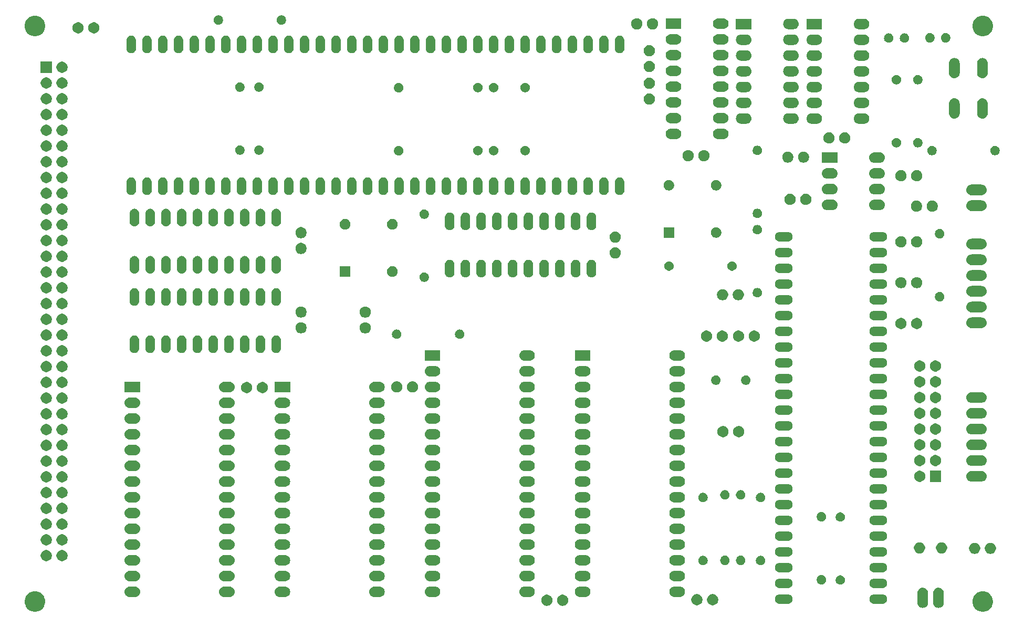
<source format=gbr>
G04 #@! TF.GenerationSoftware,KiCad,Pcbnew,(5.1.5-0-10_14)*
G04 #@! TF.CreationDate,2021-03-21T00:03:20+00:00*
G04 #@! TF.ProjectId,rosco_m68k,726f7363-6f5f-46d3-9638-6b2e6b696361,rev?*
G04 #@! TF.SameCoordinates,Original*
G04 #@! TF.FileFunction,Soldermask,Bot*
G04 #@! TF.FilePolarity,Negative*
%FSLAX46Y46*%
G04 Gerber Fmt 4.6, Leading zero omitted, Abs format (unit mm)*
G04 Created by KiCad (PCBNEW (5.1.5-0-10_14)) date 2021-03-21 00:03:20*
%MOMM*%
%LPD*%
G04 APERTURE LIST*
%ADD10C,0.100000*%
G04 APERTURE END LIST*
D10*
G36*
X224675256Y-149891298D02*
G01*
X224781579Y-149912447D01*
X225082042Y-150036903D01*
X225352451Y-150217585D01*
X225582415Y-150447549D01*
X225763097Y-150717958D01*
X225763098Y-150717960D01*
X225781458Y-150762286D01*
X225887553Y-151018421D01*
X225905769Y-151110000D01*
X225951000Y-151337389D01*
X225951000Y-151662611D01*
X225938169Y-151727115D01*
X225887553Y-151981579D01*
X225810729Y-152167048D01*
X225765761Y-152275612D01*
X225763097Y-152282042D01*
X225582415Y-152552451D01*
X225352451Y-152782415D01*
X225082042Y-152963097D01*
X224781579Y-153087553D01*
X224675256Y-153108702D01*
X224462611Y-153151000D01*
X224137389Y-153151000D01*
X223924744Y-153108702D01*
X223818421Y-153087553D01*
X223517958Y-152963097D01*
X223247549Y-152782415D01*
X223017585Y-152552451D01*
X222836903Y-152282042D01*
X222834240Y-152275612D01*
X222789271Y-152167048D01*
X222712447Y-151981579D01*
X222661831Y-151727115D01*
X222649000Y-151662611D01*
X222649000Y-151337389D01*
X222694231Y-151110000D01*
X222712447Y-151018421D01*
X222818542Y-150762286D01*
X222836902Y-150717960D01*
X222836903Y-150717958D01*
X223017585Y-150447549D01*
X223247549Y-150217585D01*
X223517958Y-150036903D01*
X223818421Y-149912447D01*
X223924744Y-149891298D01*
X224137389Y-149849000D01*
X224462611Y-149849000D01*
X224675256Y-149891298D01*
G37*
G36*
X71875256Y-149891298D02*
G01*
X71981579Y-149912447D01*
X72282042Y-150036903D01*
X72552451Y-150217585D01*
X72782415Y-150447549D01*
X72963097Y-150717958D01*
X72963098Y-150717960D01*
X72981458Y-150762286D01*
X73087553Y-151018421D01*
X73105769Y-151110000D01*
X73151000Y-151337389D01*
X73151000Y-151662611D01*
X73138169Y-151727115D01*
X73087553Y-151981579D01*
X73010729Y-152167048D01*
X72965761Y-152275612D01*
X72963097Y-152282042D01*
X72782415Y-152552451D01*
X72552451Y-152782415D01*
X72282042Y-152963097D01*
X71981579Y-153087553D01*
X71875256Y-153108702D01*
X71662611Y-153151000D01*
X71337389Y-153151000D01*
X71124744Y-153108702D01*
X71018421Y-153087553D01*
X70717958Y-152963097D01*
X70447549Y-152782415D01*
X70217585Y-152552451D01*
X70036903Y-152282042D01*
X70034240Y-152275612D01*
X69989271Y-152167048D01*
X69912447Y-151981579D01*
X69861831Y-151727115D01*
X69849000Y-151662611D01*
X69849000Y-151337389D01*
X69894231Y-151110000D01*
X69912447Y-151018421D01*
X70018542Y-150762286D01*
X70036902Y-150717960D01*
X70036903Y-150717958D01*
X70217585Y-150447549D01*
X70447549Y-150217585D01*
X70717958Y-150036903D01*
X71018421Y-149912447D01*
X71124744Y-149891298D01*
X71337389Y-149849000D01*
X71662611Y-149849000D01*
X71875256Y-149891298D01*
G37*
G36*
X214799294Y-149286896D02*
G01*
X214904931Y-149318941D01*
X214962087Y-149336279D01*
X215112107Y-149416466D01*
X215112110Y-149416468D01*
X215112111Y-149416469D01*
X215243612Y-149524388D01*
X215351531Y-149655888D01*
X215351533Y-149655892D01*
X215351534Y-149655893D01*
X215431721Y-149805913D01*
X215431722Y-149805916D01*
X215481104Y-149968705D01*
X215493600Y-150095580D01*
X215493600Y-151704420D01*
X215481104Y-151831295D01*
X215460142Y-151900396D01*
X215431721Y-151994087D01*
X215392722Y-152067049D01*
X215351531Y-152144112D01*
X215243612Y-152275612D01*
X215112112Y-152383531D01*
X215112108Y-152383533D01*
X215112107Y-152383534D01*
X214962087Y-152463721D01*
X214962084Y-152463722D01*
X214799295Y-152513104D01*
X214630000Y-152529778D01*
X214460706Y-152513104D01*
X214297917Y-152463722D01*
X214297914Y-152463721D01*
X214147894Y-152383534D01*
X214147893Y-152383533D01*
X214147889Y-152383531D01*
X214016389Y-152275612D01*
X213908470Y-152144112D01*
X213867279Y-152067049D01*
X213828280Y-151994087D01*
X213799859Y-151900396D01*
X213778897Y-151831295D01*
X213766401Y-151704420D01*
X213766400Y-150095581D01*
X213778896Y-149968706D01*
X213828278Y-149805917D01*
X213828279Y-149805913D01*
X213908466Y-149655893D01*
X213908470Y-149655888D01*
X214016388Y-149524388D01*
X214147888Y-149416469D01*
X214147892Y-149416467D01*
X214147893Y-149416466D01*
X214297913Y-149336279D01*
X214312019Y-149332000D01*
X214460705Y-149286896D01*
X214630000Y-149270222D01*
X214799294Y-149286896D01*
G37*
G36*
X217339294Y-149286896D02*
G01*
X217444931Y-149318941D01*
X217502087Y-149336279D01*
X217652107Y-149416466D01*
X217652110Y-149416468D01*
X217652111Y-149416469D01*
X217783612Y-149524388D01*
X217891531Y-149655888D01*
X217891533Y-149655892D01*
X217891534Y-149655893D01*
X217971721Y-149805913D01*
X217971722Y-149805916D01*
X218021104Y-149968705D01*
X218033600Y-150095580D01*
X218033600Y-151704420D01*
X218021104Y-151831295D01*
X218000142Y-151900396D01*
X217971721Y-151994087D01*
X217932722Y-152067049D01*
X217891531Y-152144112D01*
X217783612Y-152275612D01*
X217652112Y-152383531D01*
X217652108Y-152383533D01*
X217652107Y-152383534D01*
X217502087Y-152463721D01*
X217502084Y-152463722D01*
X217339295Y-152513104D01*
X217170000Y-152529778D01*
X217000706Y-152513104D01*
X216837917Y-152463722D01*
X216837914Y-152463721D01*
X216687894Y-152383534D01*
X216687893Y-152383533D01*
X216687889Y-152383531D01*
X216556389Y-152275612D01*
X216448470Y-152144112D01*
X216407279Y-152067049D01*
X216368280Y-151994087D01*
X216339859Y-151900396D01*
X216318897Y-151831295D01*
X216306401Y-151704420D01*
X216306400Y-150095581D01*
X216318896Y-149968706D01*
X216368278Y-149805917D01*
X216368279Y-149805913D01*
X216448466Y-149655893D01*
X216448470Y-149655888D01*
X216556388Y-149524388D01*
X216687888Y-149416469D01*
X216687892Y-149416467D01*
X216687893Y-149416466D01*
X216837913Y-149336279D01*
X216852019Y-149332000D01*
X217000705Y-149286896D01*
X217170000Y-149270222D01*
X217339294Y-149286896D01*
G37*
G36*
X156833015Y-150432951D02*
G01*
X156997113Y-150500923D01*
X156997115Y-150500924D01*
X157144800Y-150599604D01*
X157270396Y-150725200D01*
X157316768Y-150794600D01*
X157369077Y-150872887D01*
X157437049Y-151036985D01*
X157471700Y-151211189D01*
X157471700Y-151388811D01*
X157437049Y-151563015D01*
X157378477Y-151704420D01*
X157369076Y-151727115D01*
X157270396Y-151874800D01*
X157144800Y-152000396D01*
X156997115Y-152099076D01*
X156997114Y-152099077D01*
X156997113Y-152099077D01*
X156833015Y-152167049D01*
X156658811Y-152201700D01*
X156481189Y-152201700D01*
X156306985Y-152167049D01*
X156142887Y-152099077D01*
X156142886Y-152099077D01*
X156142885Y-152099076D01*
X155995200Y-152000396D01*
X155869604Y-151874800D01*
X155770924Y-151727115D01*
X155761523Y-151704420D01*
X155702951Y-151563015D01*
X155668300Y-151388811D01*
X155668300Y-151211189D01*
X155702951Y-151036985D01*
X155770923Y-150872887D01*
X155823233Y-150794600D01*
X155869604Y-150725200D01*
X155995200Y-150599604D01*
X156142885Y-150500924D01*
X156142887Y-150500923D01*
X156306985Y-150432951D01*
X156481189Y-150398300D01*
X156658811Y-150398300D01*
X156833015Y-150432951D01*
G37*
G36*
X154293015Y-150432951D02*
G01*
X154457113Y-150500923D01*
X154457115Y-150500924D01*
X154604800Y-150599604D01*
X154730396Y-150725200D01*
X154776768Y-150794600D01*
X154829077Y-150872887D01*
X154897049Y-151036985D01*
X154931700Y-151211189D01*
X154931700Y-151388811D01*
X154897049Y-151563015D01*
X154838477Y-151704420D01*
X154829076Y-151727115D01*
X154730396Y-151874800D01*
X154604800Y-152000396D01*
X154457115Y-152099076D01*
X154457114Y-152099077D01*
X154457113Y-152099077D01*
X154293015Y-152167049D01*
X154118811Y-152201700D01*
X153941189Y-152201700D01*
X153766985Y-152167049D01*
X153602887Y-152099077D01*
X153602886Y-152099077D01*
X153602885Y-152099076D01*
X153455200Y-152000396D01*
X153329604Y-151874800D01*
X153230924Y-151727115D01*
X153221523Y-151704420D01*
X153162951Y-151563015D01*
X153128300Y-151388811D01*
X153128300Y-151211189D01*
X153162951Y-151036985D01*
X153230923Y-150872887D01*
X153283233Y-150794600D01*
X153329604Y-150725200D01*
X153455200Y-150599604D01*
X153602885Y-150500924D01*
X153602887Y-150500923D01*
X153766985Y-150432951D01*
X153941189Y-150398300D01*
X154118811Y-150398300D01*
X154293015Y-150432951D01*
G37*
G36*
X181033015Y-150332951D02*
G01*
X181191688Y-150398676D01*
X181197115Y-150400924D01*
X181344800Y-150499604D01*
X181470396Y-150625200D01*
X181561995Y-150762287D01*
X181569077Y-150772887D01*
X181637049Y-150936985D01*
X181671700Y-151111189D01*
X181671700Y-151288811D01*
X181637049Y-151463015D01*
X181607069Y-151535392D01*
X181569076Y-151627115D01*
X181470396Y-151774800D01*
X181344800Y-151900396D01*
X181197115Y-151999076D01*
X181197114Y-151999077D01*
X181197113Y-151999077D01*
X181033015Y-152067049D01*
X180858811Y-152101700D01*
X180681189Y-152101700D01*
X180506985Y-152067049D01*
X180342887Y-151999077D01*
X180342886Y-151999077D01*
X180342885Y-151999076D01*
X180195200Y-151900396D01*
X180069604Y-151774800D01*
X179970924Y-151627115D01*
X179932931Y-151535392D01*
X179902951Y-151463015D01*
X179868300Y-151288811D01*
X179868300Y-151111189D01*
X179902951Y-150936985D01*
X179970923Y-150772887D01*
X179978006Y-150762287D01*
X180069604Y-150625200D01*
X180195200Y-150499604D01*
X180342885Y-150400924D01*
X180348312Y-150398676D01*
X180506985Y-150332951D01*
X180681189Y-150298300D01*
X180858811Y-150298300D01*
X181033015Y-150332951D01*
G37*
G36*
X178493015Y-150332951D02*
G01*
X178651688Y-150398676D01*
X178657115Y-150400924D01*
X178804800Y-150499604D01*
X178930396Y-150625200D01*
X179021995Y-150762287D01*
X179029077Y-150772887D01*
X179097049Y-150936985D01*
X179131700Y-151111189D01*
X179131700Y-151288811D01*
X179097049Y-151463015D01*
X179067069Y-151535392D01*
X179029076Y-151627115D01*
X178930396Y-151774800D01*
X178804800Y-151900396D01*
X178657115Y-151999076D01*
X178657114Y-151999077D01*
X178657113Y-151999077D01*
X178493015Y-152067049D01*
X178318811Y-152101700D01*
X178141189Y-152101700D01*
X177966985Y-152067049D01*
X177802887Y-151999077D01*
X177802886Y-151999077D01*
X177802885Y-151999076D01*
X177655200Y-151900396D01*
X177529604Y-151774800D01*
X177430924Y-151627115D01*
X177392931Y-151535392D01*
X177362951Y-151463015D01*
X177328300Y-151288811D01*
X177328300Y-151111189D01*
X177362951Y-150936985D01*
X177430923Y-150772887D01*
X177438006Y-150762287D01*
X177529604Y-150625200D01*
X177655200Y-150499604D01*
X177802885Y-150400924D01*
X177808312Y-150398676D01*
X177966985Y-150332951D01*
X178141189Y-150298300D01*
X178318811Y-150298300D01*
X178493015Y-150332951D01*
G37*
G36*
X208205143Y-150351675D02*
G01*
X208279778Y-150359026D01*
X208386042Y-150391261D01*
X208423419Y-150402599D01*
X208555791Y-150473354D01*
X208671822Y-150568578D01*
X208767046Y-150684609D01*
X208837801Y-150816981D01*
X208837802Y-150816985D01*
X208881374Y-150960622D01*
X208896086Y-151110000D01*
X208881374Y-151259378D01*
X208857709Y-151337391D01*
X208837801Y-151403019D01*
X208767046Y-151535391D01*
X208671822Y-151651422D01*
X208555791Y-151746646D01*
X208423419Y-151817401D01*
X208386042Y-151828739D01*
X208279778Y-151860974D01*
X208205143Y-151868325D01*
X208167827Y-151872000D01*
X206772173Y-151872000D01*
X206734857Y-151868325D01*
X206660222Y-151860974D01*
X206553958Y-151828739D01*
X206516581Y-151817401D01*
X206384209Y-151746646D01*
X206268178Y-151651422D01*
X206172954Y-151535391D01*
X206102199Y-151403019D01*
X206082291Y-151337391D01*
X206058626Y-151259378D01*
X206043914Y-151110000D01*
X206058626Y-150960622D01*
X206102198Y-150816985D01*
X206102199Y-150816981D01*
X206172954Y-150684609D01*
X206268178Y-150568578D01*
X206384209Y-150473354D01*
X206516581Y-150402599D01*
X206553958Y-150391261D01*
X206660222Y-150359026D01*
X206734857Y-150351675D01*
X206772173Y-150348000D01*
X208167827Y-150348000D01*
X208205143Y-150351675D01*
G37*
G36*
X192965143Y-150351675D02*
G01*
X193039778Y-150359026D01*
X193146042Y-150391261D01*
X193183419Y-150402599D01*
X193315791Y-150473354D01*
X193431822Y-150568578D01*
X193527046Y-150684609D01*
X193597801Y-150816981D01*
X193597802Y-150816985D01*
X193641374Y-150960622D01*
X193656086Y-151110000D01*
X193641374Y-151259378D01*
X193617709Y-151337391D01*
X193597801Y-151403019D01*
X193527046Y-151535391D01*
X193431822Y-151651422D01*
X193315791Y-151746646D01*
X193183419Y-151817401D01*
X193146042Y-151828739D01*
X193039778Y-151860974D01*
X192965143Y-151868325D01*
X192927827Y-151872000D01*
X191532173Y-151872000D01*
X191494857Y-151868325D01*
X191420222Y-151860974D01*
X191313958Y-151828739D01*
X191276581Y-151817401D01*
X191144209Y-151746646D01*
X191028178Y-151651422D01*
X190932954Y-151535391D01*
X190862199Y-151403019D01*
X190842291Y-151337391D01*
X190818626Y-151259378D01*
X190803914Y-151110000D01*
X190818626Y-150960622D01*
X190862198Y-150816985D01*
X190862199Y-150816981D01*
X190932954Y-150684609D01*
X191028178Y-150568578D01*
X191144209Y-150473354D01*
X191276581Y-150402599D01*
X191313958Y-150391261D01*
X191420222Y-150359026D01*
X191494857Y-150351675D01*
X191532173Y-150348000D01*
X192927827Y-150348000D01*
X192965143Y-150351675D01*
G37*
G36*
X87766823Y-149104913D02*
G01*
X87927242Y-149153576D01*
X88059906Y-149224486D01*
X88075078Y-149232596D01*
X88204659Y-149338941D01*
X88311004Y-149468522D01*
X88311005Y-149468524D01*
X88390024Y-149616358D01*
X88438687Y-149776777D01*
X88455117Y-149943600D01*
X88438687Y-150110423D01*
X88390024Y-150270842D01*
X88321896Y-150398300D01*
X88311004Y-150418678D01*
X88204659Y-150548259D01*
X88075078Y-150654604D01*
X88075076Y-150654605D01*
X87927242Y-150733624D01*
X87766823Y-150782287D01*
X87641804Y-150794600D01*
X86758196Y-150794600D01*
X86633177Y-150782287D01*
X86472758Y-150733624D01*
X86324924Y-150654605D01*
X86324922Y-150654604D01*
X86195341Y-150548259D01*
X86088996Y-150418678D01*
X86078104Y-150398300D01*
X86009976Y-150270842D01*
X85961313Y-150110423D01*
X85944883Y-149943600D01*
X85961313Y-149776777D01*
X86009976Y-149616358D01*
X86088995Y-149468524D01*
X86088996Y-149468522D01*
X86195341Y-149338941D01*
X86324922Y-149232596D01*
X86340094Y-149224486D01*
X86472758Y-149153576D01*
X86633177Y-149104913D01*
X86758196Y-149092600D01*
X87641804Y-149092600D01*
X87766823Y-149104913D01*
G37*
G36*
X103006823Y-149104913D02*
G01*
X103167242Y-149153576D01*
X103299906Y-149224486D01*
X103315078Y-149232596D01*
X103444659Y-149338941D01*
X103551004Y-149468522D01*
X103551005Y-149468524D01*
X103630024Y-149616358D01*
X103678687Y-149776777D01*
X103695117Y-149943600D01*
X103678687Y-150110423D01*
X103630024Y-150270842D01*
X103561896Y-150398300D01*
X103551004Y-150418678D01*
X103444659Y-150548259D01*
X103315078Y-150654604D01*
X103315076Y-150654605D01*
X103167242Y-150733624D01*
X103006823Y-150782287D01*
X102881804Y-150794600D01*
X101998196Y-150794600D01*
X101873177Y-150782287D01*
X101712758Y-150733624D01*
X101564924Y-150654605D01*
X101564922Y-150654604D01*
X101435341Y-150548259D01*
X101328996Y-150418678D01*
X101318104Y-150398300D01*
X101249976Y-150270842D01*
X101201313Y-150110423D01*
X101184883Y-149943600D01*
X101201313Y-149776777D01*
X101249976Y-149616358D01*
X101328995Y-149468524D01*
X101328996Y-149468522D01*
X101435341Y-149338941D01*
X101564922Y-149232596D01*
X101580094Y-149224486D01*
X101712758Y-149153576D01*
X101873177Y-149104913D01*
X101998196Y-149092600D01*
X102881804Y-149092600D01*
X103006823Y-149104913D01*
G37*
G36*
X111966823Y-149104913D02*
G01*
X112127242Y-149153576D01*
X112259906Y-149224486D01*
X112275078Y-149232596D01*
X112404659Y-149338941D01*
X112511004Y-149468522D01*
X112511005Y-149468524D01*
X112590024Y-149616358D01*
X112638687Y-149776777D01*
X112655117Y-149943600D01*
X112638687Y-150110423D01*
X112590024Y-150270842D01*
X112521896Y-150398300D01*
X112511004Y-150418678D01*
X112404659Y-150548259D01*
X112275078Y-150654604D01*
X112275076Y-150654605D01*
X112127242Y-150733624D01*
X111966823Y-150782287D01*
X111841804Y-150794600D01*
X110958196Y-150794600D01*
X110833177Y-150782287D01*
X110672758Y-150733624D01*
X110524924Y-150654605D01*
X110524922Y-150654604D01*
X110395341Y-150548259D01*
X110288996Y-150418678D01*
X110278104Y-150398300D01*
X110209976Y-150270842D01*
X110161313Y-150110423D01*
X110144883Y-149943600D01*
X110161313Y-149776777D01*
X110209976Y-149616358D01*
X110288995Y-149468524D01*
X110288996Y-149468522D01*
X110395341Y-149338941D01*
X110524922Y-149232596D01*
X110540094Y-149224486D01*
X110672758Y-149153576D01*
X110833177Y-149104913D01*
X110958196Y-149092600D01*
X111841804Y-149092600D01*
X111966823Y-149104913D01*
G37*
G36*
X127206823Y-149104913D02*
G01*
X127367242Y-149153576D01*
X127499906Y-149224486D01*
X127515078Y-149232596D01*
X127644659Y-149338941D01*
X127751004Y-149468522D01*
X127751005Y-149468524D01*
X127830024Y-149616358D01*
X127878687Y-149776777D01*
X127895117Y-149943600D01*
X127878687Y-150110423D01*
X127830024Y-150270842D01*
X127761896Y-150398300D01*
X127751004Y-150418678D01*
X127644659Y-150548259D01*
X127515078Y-150654604D01*
X127515076Y-150654605D01*
X127367242Y-150733624D01*
X127206823Y-150782287D01*
X127081804Y-150794600D01*
X126198196Y-150794600D01*
X126073177Y-150782287D01*
X125912758Y-150733624D01*
X125764924Y-150654605D01*
X125764922Y-150654604D01*
X125635341Y-150548259D01*
X125528996Y-150418678D01*
X125518104Y-150398300D01*
X125449976Y-150270842D01*
X125401313Y-150110423D01*
X125384883Y-149943600D01*
X125401313Y-149776777D01*
X125449976Y-149616358D01*
X125528995Y-149468524D01*
X125528996Y-149468522D01*
X125635341Y-149338941D01*
X125764922Y-149232596D01*
X125780094Y-149224486D01*
X125912758Y-149153576D01*
X126073177Y-149104913D01*
X126198196Y-149092600D01*
X127081804Y-149092600D01*
X127206823Y-149104913D01*
G37*
G36*
X160366823Y-149084913D02*
G01*
X160527242Y-149133576D01*
X160564657Y-149153575D01*
X160675078Y-149212596D01*
X160804659Y-149318941D01*
X160911004Y-149448522D01*
X160911005Y-149448524D01*
X160990024Y-149596358D01*
X161038687Y-149756777D01*
X161055117Y-149923600D01*
X161038687Y-150090423D01*
X160990024Y-150250842D01*
X160964657Y-150298300D01*
X160911004Y-150398678D01*
X160804659Y-150528259D01*
X160675078Y-150634604D01*
X160675076Y-150634605D01*
X160527242Y-150713624D01*
X160366823Y-150762287D01*
X160241804Y-150774600D01*
X159358196Y-150774600D01*
X159233177Y-150762287D01*
X159072758Y-150713624D01*
X158924924Y-150634605D01*
X158924922Y-150634604D01*
X158795341Y-150528259D01*
X158688996Y-150398678D01*
X158635343Y-150298300D01*
X158609976Y-150250842D01*
X158561313Y-150090423D01*
X158544883Y-149923600D01*
X158561313Y-149756777D01*
X158609976Y-149596358D01*
X158688995Y-149448524D01*
X158688996Y-149448522D01*
X158795341Y-149318941D01*
X158924922Y-149212596D01*
X159035343Y-149153575D01*
X159072758Y-149133576D01*
X159233177Y-149084913D01*
X159358196Y-149072600D01*
X160241804Y-149072600D01*
X160366823Y-149084913D01*
G37*
G36*
X175606823Y-149084913D02*
G01*
X175767242Y-149133576D01*
X175804657Y-149153575D01*
X175915078Y-149212596D01*
X176044659Y-149318941D01*
X176151004Y-149448522D01*
X176151005Y-149448524D01*
X176230024Y-149596358D01*
X176278687Y-149756777D01*
X176295117Y-149923600D01*
X176278687Y-150090423D01*
X176230024Y-150250842D01*
X176204657Y-150298300D01*
X176151004Y-150398678D01*
X176044659Y-150528259D01*
X175915078Y-150634604D01*
X175915076Y-150634605D01*
X175767242Y-150713624D01*
X175606823Y-150762287D01*
X175481804Y-150774600D01*
X174598196Y-150774600D01*
X174473177Y-150762287D01*
X174312758Y-150713624D01*
X174164924Y-150634605D01*
X174164922Y-150634604D01*
X174035341Y-150528259D01*
X173928996Y-150398678D01*
X173875343Y-150298300D01*
X173849976Y-150250842D01*
X173801313Y-150090423D01*
X173784883Y-149923600D01*
X173801313Y-149756777D01*
X173849976Y-149596358D01*
X173928995Y-149448524D01*
X173928996Y-149448522D01*
X174035341Y-149318941D01*
X174164922Y-149212596D01*
X174275343Y-149153575D01*
X174312758Y-149133576D01*
X174473177Y-149084913D01*
X174598196Y-149072600D01*
X175481804Y-149072600D01*
X175606823Y-149084913D01*
G37*
G36*
X136166823Y-149084913D02*
G01*
X136327242Y-149133576D01*
X136364657Y-149153575D01*
X136475078Y-149212596D01*
X136604659Y-149318941D01*
X136711004Y-149448522D01*
X136711005Y-149448524D01*
X136790024Y-149596358D01*
X136838687Y-149756777D01*
X136855117Y-149923600D01*
X136838687Y-150090423D01*
X136790024Y-150250842D01*
X136764657Y-150298300D01*
X136711004Y-150398678D01*
X136604659Y-150528259D01*
X136475078Y-150634604D01*
X136475076Y-150634605D01*
X136327242Y-150713624D01*
X136166823Y-150762287D01*
X136041804Y-150774600D01*
X135158196Y-150774600D01*
X135033177Y-150762287D01*
X134872758Y-150713624D01*
X134724924Y-150634605D01*
X134724922Y-150634604D01*
X134595341Y-150528259D01*
X134488996Y-150398678D01*
X134435343Y-150298300D01*
X134409976Y-150250842D01*
X134361313Y-150090423D01*
X134344883Y-149923600D01*
X134361313Y-149756777D01*
X134409976Y-149596358D01*
X134488995Y-149448524D01*
X134488996Y-149448522D01*
X134595341Y-149318941D01*
X134724922Y-149212596D01*
X134835343Y-149153575D01*
X134872758Y-149133576D01*
X135033177Y-149084913D01*
X135158196Y-149072600D01*
X136041804Y-149072600D01*
X136166823Y-149084913D01*
G37*
G36*
X151406823Y-149084913D02*
G01*
X151567242Y-149133576D01*
X151604657Y-149153575D01*
X151715078Y-149212596D01*
X151844659Y-149318941D01*
X151951004Y-149448522D01*
X151951005Y-149448524D01*
X152030024Y-149596358D01*
X152078687Y-149756777D01*
X152095117Y-149923600D01*
X152078687Y-150090423D01*
X152030024Y-150250842D01*
X152004657Y-150298300D01*
X151951004Y-150398678D01*
X151844659Y-150528259D01*
X151715078Y-150634604D01*
X151715076Y-150634605D01*
X151567242Y-150713624D01*
X151406823Y-150762287D01*
X151281804Y-150774600D01*
X150398196Y-150774600D01*
X150273177Y-150762287D01*
X150112758Y-150713624D01*
X149964924Y-150634605D01*
X149964922Y-150634604D01*
X149835341Y-150528259D01*
X149728996Y-150398678D01*
X149675343Y-150298300D01*
X149649976Y-150250842D01*
X149601313Y-150090423D01*
X149584883Y-149923600D01*
X149601313Y-149756777D01*
X149649976Y-149596358D01*
X149728995Y-149448524D01*
X149728996Y-149448522D01*
X149835341Y-149318941D01*
X149964922Y-149212596D01*
X150075343Y-149153575D01*
X150112758Y-149133576D01*
X150273177Y-149084913D01*
X150398196Y-149072600D01*
X151281804Y-149072600D01*
X151406823Y-149084913D01*
G37*
G36*
X192965143Y-147811675D02*
G01*
X193039778Y-147819026D01*
X193146042Y-147851261D01*
X193183419Y-147862599D01*
X193315791Y-147933354D01*
X193431822Y-148028578D01*
X193527046Y-148144609D01*
X193597801Y-148276981D01*
X193597802Y-148276985D01*
X193641374Y-148420622D01*
X193656086Y-148570000D01*
X193641374Y-148719378D01*
X193628227Y-148762717D01*
X193597801Y-148863019D01*
X193527046Y-148995391D01*
X193431822Y-149111422D01*
X193315791Y-149206646D01*
X193183419Y-149277401D01*
X193152118Y-149286896D01*
X193039778Y-149320974D01*
X192965143Y-149328325D01*
X192927827Y-149332000D01*
X191532173Y-149332000D01*
X191494857Y-149328325D01*
X191420222Y-149320974D01*
X191307882Y-149286896D01*
X191276581Y-149277401D01*
X191144209Y-149206646D01*
X191028178Y-149111422D01*
X190932954Y-148995391D01*
X190862199Y-148863019D01*
X190831773Y-148762717D01*
X190818626Y-148719378D01*
X190803914Y-148570000D01*
X190818626Y-148420622D01*
X190862198Y-148276985D01*
X190862199Y-148276981D01*
X190932954Y-148144609D01*
X191028178Y-148028578D01*
X191144209Y-147933354D01*
X191276581Y-147862599D01*
X191313958Y-147851261D01*
X191420222Y-147819026D01*
X191494857Y-147811675D01*
X191532173Y-147808000D01*
X192927827Y-147808000D01*
X192965143Y-147811675D01*
G37*
G36*
X208205143Y-147811675D02*
G01*
X208279778Y-147819026D01*
X208386042Y-147851261D01*
X208423419Y-147862599D01*
X208555791Y-147933354D01*
X208671822Y-148028578D01*
X208767046Y-148144609D01*
X208837801Y-148276981D01*
X208837802Y-148276985D01*
X208881374Y-148420622D01*
X208896086Y-148570000D01*
X208881374Y-148719378D01*
X208868227Y-148762717D01*
X208837801Y-148863019D01*
X208767046Y-148995391D01*
X208671822Y-149111422D01*
X208555791Y-149206646D01*
X208423419Y-149277401D01*
X208392118Y-149286896D01*
X208279778Y-149320974D01*
X208205143Y-149328325D01*
X208167827Y-149332000D01*
X206772173Y-149332000D01*
X206734857Y-149328325D01*
X206660222Y-149320974D01*
X206547882Y-149286896D01*
X206516581Y-149277401D01*
X206384209Y-149206646D01*
X206268178Y-149111422D01*
X206172954Y-148995391D01*
X206102199Y-148863019D01*
X206071773Y-148762717D01*
X206058626Y-148719378D01*
X206043914Y-148570000D01*
X206058626Y-148420622D01*
X206102198Y-148276985D01*
X206102199Y-148276981D01*
X206172954Y-148144609D01*
X206268178Y-148028578D01*
X206384209Y-147933354D01*
X206516581Y-147862599D01*
X206553958Y-147851261D01*
X206660222Y-147819026D01*
X206734857Y-147811675D01*
X206772173Y-147808000D01*
X208167827Y-147808000D01*
X208205143Y-147811675D01*
G37*
G36*
X201523195Y-147287522D02*
G01*
X201572267Y-147297283D01*
X201710942Y-147354724D01*
X201835747Y-147438116D01*
X201941884Y-147544253D01*
X202025276Y-147669058D01*
X202082717Y-147807733D01*
X202082717Y-147807734D01*
X202112000Y-147954948D01*
X202112000Y-148105052D01*
X202098360Y-148173624D01*
X202082717Y-148252267D01*
X202025276Y-148390942D01*
X201941884Y-148515747D01*
X201835747Y-148621884D01*
X201710942Y-148705276D01*
X201572267Y-148762717D01*
X201523195Y-148772478D01*
X201425052Y-148792000D01*
X201274948Y-148792000D01*
X201176805Y-148772478D01*
X201127733Y-148762717D01*
X200989058Y-148705276D01*
X200864253Y-148621884D01*
X200758116Y-148515747D01*
X200674724Y-148390942D01*
X200617283Y-148252267D01*
X200601640Y-148173624D01*
X200588000Y-148105052D01*
X200588000Y-147954948D01*
X200617283Y-147807734D01*
X200617283Y-147807733D01*
X200674724Y-147669058D01*
X200758116Y-147544253D01*
X200864253Y-147438116D01*
X200989058Y-147354724D01*
X201127733Y-147297283D01*
X201176805Y-147287522D01*
X201274948Y-147268000D01*
X201425052Y-147268000D01*
X201523195Y-147287522D01*
G37*
G36*
X198469439Y-147236775D02*
G01*
X198522267Y-147247283D01*
X198660942Y-147304724D01*
X198785747Y-147388116D01*
X198891884Y-147494253D01*
X198975276Y-147619058D01*
X199013294Y-147710842D01*
X199032717Y-147757734D01*
X199062000Y-147904948D01*
X199062000Y-148055052D01*
X199052054Y-148105052D01*
X199032717Y-148202267D01*
X198975276Y-148340942D01*
X198891884Y-148465747D01*
X198785747Y-148571884D01*
X198660942Y-148655276D01*
X198522267Y-148712717D01*
X198473195Y-148722478D01*
X198375052Y-148742000D01*
X198224948Y-148742000D01*
X198126805Y-148722478D01*
X198077733Y-148712717D01*
X197939058Y-148655276D01*
X197814253Y-148571884D01*
X197708116Y-148465747D01*
X197624724Y-148340942D01*
X197567283Y-148202267D01*
X197547946Y-148105052D01*
X197538000Y-148055052D01*
X197538000Y-147904948D01*
X197567283Y-147757734D01*
X197586706Y-147710842D01*
X197624724Y-147619058D01*
X197708116Y-147494253D01*
X197814253Y-147388116D01*
X197939058Y-147304724D01*
X198077733Y-147247283D01*
X198130561Y-147236775D01*
X198224948Y-147218000D01*
X198375052Y-147218000D01*
X198469439Y-147236775D01*
G37*
G36*
X87766823Y-146564913D02*
G01*
X87927242Y-146613576D01*
X88059906Y-146684486D01*
X88075078Y-146692596D01*
X88204659Y-146798941D01*
X88311004Y-146928522D01*
X88311005Y-146928524D01*
X88390024Y-147076358D01*
X88438687Y-147236777D01*
X88455117Y-147403600D01*
X88438687Y-147570423D01*
X88390024Y-147730842D01*
X88321695Y-147858676D01*
X88311004Y-147878678D01*
X88204659Y-148008259D01*
X88075078Y-148114604D01*
X88075076Y-148114605D01*
X87927242Y-148193624D01*
X87766823Y-148242287D01*
X87641804Y-148254600D01*
X86758196Y-148254600D01*
X86633177Y-148242287D01*
X86472758Y-148193624D01*
X86324924Y-148114605D01*
X86324922Y-148114604D01*
X86195341Y-148008259D01*
X86088996Y-147878678D01*
X86078305Y-147858676D01*
X86009976Y-147730842D01*
X85961313Y-147570423D01*
X85944883Y-147403600D01*
X85961313Y-147236777D01*
X86009976Y-147076358D01*
X86088995Y-146928524D01*
X86088996Y-146928522D01*
X86195341Y-146798941D01*
X86324922Y-146692596D01*
X86340094Y-146684486D01*
X86472758Y-146613576D01*
X86633177Y-146564913D01*
X86758196Y-146552600D01*
X87641804Y-146552600D01*
X87766823Y-146564913D01*
G37*
G36*
X127206823Y-146564913D02*
G01*
X127367242Y-146613576D01*
X127499906Y-146684486D01*
X127515078Y-146692596D01*
X127644659Y-146798941D01*
X127751004Y-146928522D01*
X127751005Y-146928524D01*
X127830024Y-147076358D01*
X127878687Y-147236777D01*
X127895117Y-147403600D01*
X127878687Y-147570423D01*
X127830024Y-147730842D01*
X127761695Y-147858676D01*
X127751004Y-147878678D01*
X127644659Y-148008259D01*
X127515078Y-148114604D01*
X127515076Y-148114605D01*
X127367242Y-148193624D01*
X127206823Y-148242287D01*
X127081804Y-148254600D01*
X126198196Y-148254600D01*
X126073177Y-148242287D01*
X125912758Y-148193624D01*
X125764924Y-148114605D01*
X125764922Y-148114604D01*
X125635341Y-148008259D01*
X125528996Y-147878678D01*
X125518305Y-147858676D01*
X125449976Y-147730842D01*
X125401313Y-147570423D01*
X125384883Y-147403600D01*
X125401313Y-147236777D01*
X125449976Y-147076358D01*
X125528995Y-146928524D01*
X125528996Y-146928522D01*
X125635341Y-146798941D01*
X125764922Y-146692596D01*
X125780094Y-146684486D01*
X125912758Y-146613576D01*
X126073177Y-146564913D01*
X126198196Y-146552600D01*
X127081804Y-146552600D01*
X127206823Y-146564913D01*
G37*
G36*
X103006823Y-146564913D02*
G01*
X103167242Y-146613576D01*
X103299906Y-146684486D01*
X103315078Y-146692596D01*
X103444659Y-146798941D01*
X103551004Y-146928522D01*
X103551005Y-146928524D01*
X103630024Y-147076358D01*
X103678687Y-147236777D01*
X103695117Y-147403600D01*
X103678687Y-147570423D01*
X103630024Y-147730842D01*
X103561695Y-147858676D01*
X103551004Y-147878678D01*
X103444659Y-148008259D01*
X103315078Y-148114604D01*
X103315076Y-148114605D01*
X103167242Y-148193624D01*
X103006823Y-148242287D01*
X102881804Y-148254600D01*
X101998196Y-148254600D01*
X101873177Y-148242287D01*
X101712758Y-148193624D01*
X101564924Y-148114605D01*
X101564922Y-148114604D01*
X101435341Y-148008259D01*
X101328996Y-147878678D01*
X101318305Y-147858676D01*
X101249976Y-147730842D01*
X101201313Y-147570423D01*
X101184883Y-147403600D01*
X101201313Y-147236777D01*
X101249976Y-147076358D01*
X101328995Y-146928524D01*
X101328996Y-146928522D01*
X101435341Y-146798941D01*
X101564922Y-146692596D01*
X101580094Y-146684486D01*
X101712758Y-146613576D01*
X101873177Y-146564913D01*
X101998196Y-146552600D01*
X102881804Y-146552600D01*
X103006823Y-146564913D01*
G37*
G36*
X111966823Y-146564913D02*
G01*
X112127242Y-146613576D01*
X112259906Y-146684486D01*
X112275078Y-146692596D01*
X112404659Y-146798941D01*
X112511004Y-146928522D01*
X112511005Y-146928524D01*
X112590024Y-147076358D01*
X112638687Y-147236777D01*
X112655117Y-147403600D01*
X112638687Y-147570423D01*
X112590024Y-147730842D01*
X112521695Y-147858676D01*
X112511004Y-147878678D01*
X112404659Y-148008259D01*
X112275078Y-148114604D01*
X112275076Y-148114605D01*
X112127242Y-148193624D01*
X111966823Y-148242287D01*
X111841804Y-148254600D01*
X110958196Y-148254600D01*
X110833177Y-148242287D01*
X110672758Y-148193624D01*
X110524924Y-148114605D01*
X110524922Y-148114604D01*
X110395341Y-148008259D01*
X110288996Y-147878678D01*
X110278305Y-147858676D01*
X110209976Y-147730842D01*
X110161313Y-147570423D01*
X110144883Y-147403600D01*
X110161313Y-147236777D01*
X110209976Y-147076358D01*
X110288995Y-146928524D01*
X110288996Y-146928522D01*
X110395341Y-146798941D01*
X110524922Y-146692596D01*
X110540094Y-146684486D01*
X110672758Y-146613576D01*
X110833177Y-146564913D01*
X110958196Y-146552600D01*
X111841804Y-146552600D01*
X111966823Y-146564913D01*
G37*
G36*
X136166823Y-146544913D02*
G01*
X136327242Y-146593576D01*
X136364657Y-146613575D01*
X136475078Y-146672596D01*
X136604659Y-146778941D01*
X136711004Y-146908522D01*
X136711005Y-146908524D01*
X136790024Y-147056358D01*
X136838687Y-147216777D01*
X136855117Y-147383600D01*
X136838687Y-147550423D01*
X136790024Y-147710842D01*
X136738234Y-147807734D01*
X136711004Y-147858678D01*
X136604659Y-147988259D01*
X136475078Y-148094604D01*
X136475076Y-148094605D01*
X136327242Y-148173624D01*
X136166823Y-148222287D01*
X136041804Y-148234600D01*
X135158196Y-148234600D01*
X135033177Y-148222287D01*
X134872758Y-148173624D01*
X134724924Y-148094605D01*
X134724922Y-148094604D01*
X134595341Y-147988259D01*
X134488996Y-147858678D01*
X134461766Y-147807734D01*
X134409976Y-147710842D01*
X134361313Y-147550423D01*
X134344883Y-147383600D01*
X134361313Y-147216777D01*
X134409976Y-147056358D01*
X134488995Y-146908524D01*
X134488996Y-146908522D01*
X134595341Y-146778941D01*
X134724922Y-146672596D01*
X134835343Y-146613575D01*
X134872758Y-146593576D01*
X135033177Y-146544913D01*
X135158196Y-146532600D01*
X136041804Y-146532600D01*
X136166823Y-146544913D01*
G37*
G36*
X151406823Y-146544913D02*
G01*
X151567242Y-146593576D01*
X151604657Y-146613575D01*
X151715078Y-146672596D01*
X151844659Y-146778941D01*
X151951004Y-146908522D01*
X151951005Y-146908524D01*
X152030024Y-147056358D01*
X152078687Y-147216777D01*
X152095117Y-147383600D01*
X152078687Y-147550423D01*
X152030024Y-147710842D01*
X151978234Y-147807734D01*
X151951004Y-147858678D01*
X151844659Y-147988259D01*
X151715078Y-148094604D01*
X151715076Y-148094605D01*
X151567242Y-148173624D01*
X151406823Y-148222287D01*
X151281804Y-148234600D01*
X150398196Y-148234600D01*
X150273177Y-148222287D01*
X150112758Y-148173624D01*
X149964924Y-148094605D01*
X149964922Y-148094604D01*
X149835341Y-147988259D01*
X149728996Y-147858678D01*
X149701766Y-147807734D01*
X149649976Y-147710842D01*
X149601313Y-147550423D01*
X149584883Y-147383600D01*
X149601313Y-147216777D01*
X149649976Y-147056358D01*
X149728995Y-146908524D01*
X149728996Y-146908522D01*
X149835341Y-146778941D01*
X149964922Y-146672596D01*
X150075343Y-146613575D01*
X150112758Y-146593576D01*
X150273177Y-146544913D01*
X150398196Y-146532600D01*
X151281804Y-146532600D01*
X151406823Y-146544913D01*
G37*
G36*
X175606823Y-146544913D02*
G01*
X175767242Y-146593576D01*
X175804657Y-146613575D01*
X175915078Y-146672596D01*
X176044659Y-146778941D01*
X176151004Y-146908522D01*
X176151005Y-146908524D01*
X176230024Y-147056358D01*
X176278687Y-147216777D01*
X176295117Y-147383600D01*
X176278687Y-147550423D01*
X176230024Y-147710842D01*
X176178234Y-147807734D01*
X176151004Y-147858678D01*
X176044659Y-147988259D01*
X175915078Y-148094604D01*
X175915076Y-148094605D01*
X175767242Y-148173624D01*
X175606823Y-148222287D01*
X175481804Y-148234600D01*
X174598196Y-148234600D01*
X174473177Y-148222287D01*
X174312758Y-148173624D01*
X174164924Y-148094605D01*
X174164922Y-148094604D01*
X174035341Y-147988259D01*
X173928996Y-147858678D01*
X173901766Y-147807734D01*
X173849976Y-147710842D01*
X173801313Y-147550423D01*
X173784883Y-147383600D01*
X173801313Y-147216777D01*
X173849976Y-147056358D01*
X173928995Y-146908524D01*
X173928996Y-146908522D01*
X174035341Y-146778941D01*
X174164922Y-146672596D01*
X174275343Y-146613575D01*
X174312758Y-146593576D01*
X174473177Y-146544913D01*
X174598196Y-146532600D01*
X175481804Y-146532600D01*
X175606823Y-146544913D01*
G37*
G36*
X160366823Y-146544913D02*
G01*
X160527242Y-146593576D01*
X160564657Y-146613575D01*
X160675078Y-146672596D01*
X160804659Y-146778941D01*
X160911004Y-146908522D01*
X160911005Y-146908524D01*
X160990024Y-147056358D01*
X161038687Y-147216777D01*
X161055117Y-147383600D01*
X161038687Y-147550423D01*
X160990024Y-147710842D01*
X160938234Y-147807734D01*
X160911004Y-147858678D01*
X160804659Y-147988259D01*
X160675078Y-148094604D01*
X160675076Y-148094605D01*
X160527242Y-148173624D01*
X160366823Y-148222287D01*
X160241804Y-148234600D01*
X159358196Y-148234600D01*
X159233177Y-148222287D01*
X159072758Y-148173624D01*
X158924924Y-148094605D01*
X158924922Y-148094604D01*
X158795341Y-147988259D01*
X158688996Y-147858678D01*
X158661766Y-147807734D01*
X158609976Y-147710842D01*
X158561313Y-147550423D01*
X158544883Y-147383600D01*
X158561313Y-147216777D01*
X158609976Y-147056358D01*
X158688995Y-146908524D01*
X158688996Y-146908522D01*
X158795341Y-146778941D01*
X158924922Y-146672596D01*
X159035343Y-146613575D01*
X159072758Y-146593576D01*
X159233177Y-146544913D01*
X159358196Y-146532600D01*
X160241804Y-146532600D01*
X160366823Y-146544913D01*
G37*
G36*
X192965143Y-145271675D02*
G01*
X193039778Y-145279026D01*
X193146042Y-145311261D01*
X193183419Y-145322599D01*
X193315791Y-145393354D01*
X193431822Y-145488578D01*
X193527046Y-145604609D01*
X193597801Y-145736981D01*
X193597802Y-145736985D01*
X193641374Y-145880622D01*
X193656086Y-146030000D01*
X193641374Y-146179378D01*
X193609139Y-146285642D01*
X193597801Y-146323019D01*
X193527046Y-146455391D01*
X193431822Y-146571422D01*
X193315791Y-146666646D01*
X193183419Y-146737401D01*
X193146042Y-146748739D01*
X193039778Y-146780974D01*
X192965143Y-146788325D01*
X192927827Y-146792000D01*
X191532173Y-146792000D01*
X191494857Y-146788325D01*
X191420222Y-146780974D01*
X191313958Y-146748739D01*
X191276581Y-146737401D01*
X191144209Y-146666646D01*
X191028178Y-146571422D01*
X190932954Y-146455391D01*
X190862199Y-146323019D01*
X190850861Y-146285642D01*
X190818626Y-146179378D01*
X190803914Y-146030000D01*
X190818626Y-145880622D01*
X190862198Y-145736985D01*
X190862199Y-145736981D01*
X190932954Y-145604609D01*
X191028178Y-145488578D01*
X191144209Y-145393354D01*
X191276581Y-145322599D01*
X191313958Y-145311261D01*
X191420222Y-145279026D01*
X191494857Y-145271675D01*
X191532173Y-145268000D01*
X192927827Y-145268000D01*
X192965143Y-145271675D01*
G37*
G36*
X208205143Y-145271675D02*
G01*
X208279778Y-145279026D01*
X208386042Y-145311261D01*
X208423419Y-145322599D01*
X208555791Y-145393354D01*
X208671822Y-145488578D01*
X208767046Y-145604609D01*
X208837801Y-145736981D01*
X208837802Y-145736985D01*
X208881374Y-145880622D01*
X208896086Y-146030000D01*
X208881374Y-146179378D01*
X208849139Y-146285642D01*
X208837801Y-146323019D01*
X208767046Y-146455391D01*
X208671822Y-146571422D01*
X208555791Y-146666646D01*
X208423419Y-146737401D01*
X208386042Y-146748739D01*
X208279778Y-146780974D01*
X208205143Y-146788325D01*
X208167827Y-146792000D01*
X206772173Y-146792000D01*
X206734857Y-146788325D01*
X206660222Y-146780974D01*
X206553958Y-146748739D01*
X206516581Y-146737401D01*
X206384209Y-146666646D01*
X206268178Y-146571422D01*
X206172954Y-146455391D01*
X206102199Y-146323019D01*
X206090861Y-146285642D01*
X206058626Y-146179378D01*
X206043914Y-146030000D01*
X206058626Y-145880622D01*
X206102198Y-145736985D01*
X206102199Y-145736981D01*
X206172954Y-145604609D01*
X206268178Y-145488578D01*
X206384209Y-145393354D01*
X206516581Y-145322599D01*
X206553958Y-145311261D01*
X206660222Y-145279026D01*
X206734857Y-145271675D01*
X206772173Y-145268000D01*
X208167827Y-145268000D01*
X208205143Y-145271675D01*
G37*
G36*
X111966823Y-144024913D02*
G01*
X112127242Y-144073576D01*
X112259906Y-144144486D01*
X112275078Y-144152596D01*
X112404659Y-144258941D01*
X112511004Y-144388522D01*
X112511005Y-144388524D01*
X112590024Y-144536358D01*
X112638687Y-144696777D01*
X112655117Y-144863600D01*
X112638687Y-145030423D01*
X112590024Y-145190842D01*
X112521695Y-145318676D01*
X112511004Y-145338678D01*
X112404659Y-145468259D01*
X112275078Y-145574604D01*
X112275076Y-145574605D01*
X112127242Y-145653624D01*
X111966823Y-145702287D01*
X111841804Y-145714600D01*
X110958196Y-145714600D01*
X110833177Y-145702287D01*
X110672758Y-145653624D01*
X110524924Y-145574605D01*
X110524922Y-145574604D01*
X110395341Y-145468259D01*
X110288996Y-145338678D01*
X110278305Y-145318676D01*
X110209976Y-145190842D01*
X110161313Y-145030423D01*
X110144883Y-144863600D01*
X110161313Y-144696777D01*
X110209976Y-144536358D01*
X110288995Y-144388524D01*
X110288996Y-144388522D01*
X110395341Y-144258941D01*
X110524922Y-144152596D01*
X110540094Y-144144486D01*
X110672758Y-144073576D01*
X110833177Y-144024913D01*
X110958196Y-144012600D01*
X111841804Y-144012600D01*
X111966823Y-144024913D01*
G37*
G36*
X127206823Y-144024913D02*
G01*
X127367242Y-144073576D01*
X127499906Y-144144486D01*
X127515078Y-144152596D01*
X127644659Y-144258941D01*
X127751004Y-144388522D01*
X127751005Y-144388524D01*
X127830024Y-144536358D01*
X127878687Y-144696777D01*
X127895117Y-144863600D01*
X127878687Y-145030423D01*
X127830024Y-145190842D01*
X127761695Y-145318676D01*
X127751004Y-145338678D01*
X127644659Y-145468259D01*
X127515078Y-145574604D01*
X127515076Y-145574605D01*
X127367242Y-145653624D01*
X127206823Y-145702287D01*
X127081804Y-145714600D01*
X126198196Y-145714600D01*
X126073177Y-145702287D01*
X125912758Y-145653624D01*
X125764924Y-145574605D01*
X125764922Y-145574604D01*
X125635341Y-145468259D01*
X125528996Y-145338678D01*
X125518305Y-145318676D01*
X125449976Y-145190842D01*
X125401313Y-145030423D01*
X125384883Y-144863600D01*
X125401313Y-144696777D01*
X125449976Y-144536358D01*
X125528995Y-144388524D01*
X125528996Y-144388522D01*
X125635341Y-144258941D01*
X125764922Y-144152596D01*
X125780094Y-144144486D01*
X125912758Y-144073576D01*
X126073177Y-144024913D01*
X126198196Y-144012600D01*
X127081804Y-144012600D01*
X127206823Y-144024913D01*
G37*
G36*
X103006823Y-144024913D02*
G01*
X103167242Y-144073576D01*
X103299906Y-144144486D01*
X103315078Y-144152596D01*
X103444659Y-144258941D01*
X103551004Y-144388522D01*
X103551005Y-144388524D01*
X103630024Y-144536358D01*
X103678687Y-144696777D01*
X103695117Y-144863600D01*
X103678687Y-145030423D01*
X103630024Y-145190842D01*
X103561695Y-145318676D01*
X103551004Y-145338678D01*
X103444659Y-145468259D01*
X103315078Y-145574604D01*
X103315076Y-145574605D01*
X103167242Y-145653624D01*
X103006823Y-145702287D01*
X102881804Y-145714600D01*
X101998196Y-145714600D01*
X101873177Y-145702287D01*
X101712758Y-145653624D01*
X101564924Y-145574605D01*
X101564922Y-145574604D01*
X101435341Y-145468259D01*
X101328996Y-145338678D01*
X101318305Y-145318676D01*
X101249976Y-145190842D01*
X101201313Y-145030423D01*
X101184883Y-144863600D01*
X101201313Y-144696777D01*
X101249976Y-144536358D01*
X101328995Y-144388524D01*
X101328996Y-144388522D01*
X101435341Y-144258941D01*
X101564922Y-144152596D01*
X101580094Y-144144486D01*
X101712758Y-144073576D01*
X101873177Y-144024913D01*
X101998196Y-144012600D01*
X102881804Y-144012600D01*
X103006823Y-144024913D01*
G37*
G36*
X87766823Y-144024913D02*
G01*
X87927242Y-144073576D01*
X88059906Y-144144486D01*
X88075078Y-144152596D01*
X88204659Y-144258941D01*
X88311004Y-144388522D01*
X88311005Y-144388524D01*
X88390024Y-144536358D01*
X88438687Y-144696777D01*
X88455117Y-144863600D01*
X88438687Y-145030423D01*
X88390024Y-145190842D01*
X88321695Y-145318676D01*
X88311004Y-145338678D01*
X88204659Y-145468259D01*
X88075078Y-145574604D01*
X88075076Y-145574605D01*
X87927242Y-145653624D01*
X87766823Y-145702287D01*
X87641804Y-145714600D01*
X86758196Y-145714600D01*
X86633177Y-145702287D01*
X86472758Y-145653624D01*
X86324924Y-145574605D01*
X86324922Y-145574604D01*
X86195341Y-145468259D01*
X86088996Y-145338678D01*
X86078305Y-145318676D01*
X86009976Y-145190842D01*
X85961313Y-145030423D01*
X85944883Y-144863600D01*
X85961313Y-144696777D01*
X86009976Y-144536358D01*
X86088995Y-144388524D01*
X86088996Y-144388522D01*
X86195341Y-144258941D01*
X86324922Y-144152596D01*
X86340094Y-144144486D01*
X86472758Y-144073576D01*
X86633177Y-144024913D01*
X86758196Y-144012600D01*
X87641804Y-144012600D01*
X87766823Y-144024913D01*
G37*
G36*
X151406823Y-144004913D02*
G01*
X151567242Y-144053576D01*
X151686429Y-144117283D01*
X151715078Y-144132596D01*
X151844659Y-144238941D01*
X151951004Y-144368522D01*
X151951005Y-144368524D01*
X152030024Y-144516358D01*
X152078687Y-144676777D01*
X152095117Y-144843600D01*
X152078687Y-145010423D01*
X152030024Y-145170842D01*
X151978092Y-145268000D01*
X151951004Y-145318678D01*
X151844659Y-145448259D01*
X151715078Y-145554604D01*
X151715076Y-145554605D01*
X151567242Y-145633624D01*
X151406823Y-145682287D01*
X151281804Y-145694600D01*
X150398196Y-145694600D01*
X150273177Y-145682287D01*
X150112758Y-145633624D01*
X149964924Y-145554605D01*
X149964922Y-145554604D01*
X149835341Y-145448259D01*
X149728996Y-145318678D01*
X149701908Y-145268000D01*
X149649976Y-145170842D01*
X149601313Y-145010423D01*
X149584883Y-144843600D01*
X149601313Y-144676777D01*
X149649976Y-144516358D01*
X149728995Y-144368524D01*
X149728996Y-144368522D01*
X149835341Y-144238941D01*
X149964922Y-144132596D01*
X149993571Y-144117283D01*
X150112758Y-144053576D01*
X150273177Y-144004913D01*
X150398196Y-143992600D01*
X151281804Y-143992600D01*
X151406823Y-144004913D01*
G37*
G36*
X136166823Y-144004913D02*
G01*
X136327242Y-144053576D01*
X136446429Y-144117283D01*
X136475078Y-144132596D01*
X136604659Y-144238941D01*
X136711004Y-144368522D01*
X136711005Y-144368524D01*
X136790024Y-144516358D01*
X136838687Y-144676777D01*
X136855117Y-144843600D01*
X136838687Y-145010423D01*
X136790024Y-145170842D01*
X136738092Y-145268000D01*
X136711004Y-145318678D01*
X136604659Y-145448259D01*
X136475078Y-145554604D01*
X136475076Y-145554605D01*
X136327242Y-145633624D01*
X136166823Y-145682287D01*
X136041804Y-145694600D01*
X135158196Y-145694600D01*
X135033177Y-145682287D01*
X134872758Y-145633624D01*
X134724924Y-145554605D01*
X134724922Y-145554604D01*
X134595341Y-145448259D01*
X134488996Y-145318678D01*
X134461908Y-145268000D01*
X134409976Y-145170842D01*
X134361313Y-145010423D01*
X134344883Y-144843600D01*
X134361313Y-144676777D01*
X134409976Y-144516358D01*
X134488995Y-144368524D01*
X134488996Y-144368522D01*
X134595341Y-144238941D01*
X134724922Y-144132596D01*
X134753571Y-144117283D01*
X134872758Y-144053576D01*
X135033177Y-144004913D01*
X135158196Y-143992600D01*
X136041804Y-143992600D01*
X136166823Y-144004913D01*
G37*
G36*
X175606823Y-144004913D02*
G01*
X175767242Y-144053576D01*
X175886429Y-144117283D01*
X175915078Y-144132596D01*
X176044659Y-144238941D01*
X176151004Y-144368522D01*
X176151005Y-144368524D01*
X176230024Y-144516358D01*
X176278687Y-144676777D01*
X176295117Y-144843600D01*
X176278687Y-145010423D01*
X176230024Y-145170842D01*
X176178092Y-145268000D01*
X176151004Y-145318678D01*
X176044659Y-145448259D01*
X175915078Y-145554604D01*
X175915076Y-145554605D01*
X175767242Y-145633624D01*
X175606823Y-145682287D01*
X175481804Y-145694600D01*
X174598196Y-145694600D01*
X174473177Y-145682287D01*
X174312758Y-145633624D01*
X174164924Y-145554605D01*
X174164922Y-145554604D01*
X174035341Y-145448259D01*
X173928996Y-145318678D01*
X173901908Y-145268000D01*
X173849976Y-145170842D01*
X173801313Y-145010423D01*
X173784883Y-144843600D01*
X173801313Y-144676777D01*
X173849976Y-144516358D01*
X173928995Y-144368524D01*
X173928996Y-144368522D01*
X174035341Y-144238941D01*
X174164922Y-144132596D01*
X174193571Y-144117283D01*
X174312758Y-144053576D01*
X174473177Y-144004913D01*
X174598196Y-143992600D01*
X175481804Y-143992600D01*
X175606823Y-144004913D01*
G37*
G36*
X160366823Y-144004913D02*
G01*
X160527242Y-144053576D01*
X160646429Y-144117283D01*
X160675078Y-144132596D01*
X160804659Y-144238941D01*
X160911004Y-144368522D01*
X160911005Y-144368524D01*
X160990024Y-144516358D01*
X161038687Y-144676777D01*
X161055117Y-144843600D01*
X161038687Y-145010423D01*
X160990024Y-145170842D01*
X160938092Y-145268000D01*
X160911004Y-145318678D01*
X160804659Y-145448259D01*
X160675078Y-145554604D01*
X160675076Y-145554605D01*
X160527242Y-145633624D01*
X160366823Y-145682287D01*
X160241804Y-145694600D01*
X159358196Y-145694600D01*
X159233177Y-145682287D01*
X159072758Y-145633624D01*
X158924924Y-145554605D01*
X158924922Y-145554604D01*
X158795341Y-145448259D01*
X158688996Y-145318678D01*
X158661908Y-145268000D01*
X158609976Y-145170842D01*
X158561313Y-145010423D01*
X158544883Y-144843600D01*
X158561313Y-144676777D01*
X158609976Y-144516358D01*
X158688995Y-144368524D01*
X158688996Y-144368522D01*
X158795341Y-144238941D01*
X158924922Y-144132596D01*
X158953571Y-144117283D01*
X159072758Y-144053576D01*
X159233177Y-144004913D01*
X159358196Y-143992600D01*
X160241804Y-143992600D01*
X160366823Y-144004913D01*
G37*
G36*
X188648425Y-144132595D02*
G01*
X188722267Y-144147283D01*
X188860942Y-144204724D01*
X188985747Y-144288116D01*
X189091884Y-144394253D01*
X189175276Y-144519058D01*
X189220291Y-144627734D01*
X189232717Y-144657734D01*
X189262000Y-144804948D01*
X189262000Y-144955052D01*
X189247008Y-145030423D01*
X189232717Y-145102267D01*
X189175276Y-145240942D01*
X189091884Y-145365747D01*
X188985747Y-145471884D01*
X188860942Y-145555276D01*
X188722267Y-145612717D01*
X188673195Y-145622478D01*
X188575052Y-145642000D01*
X188424948Y-145642000D01*
X188326805Y-145622478D01*
X188277733Y-145612717D01*
X188139058Y-145555276D01*
X188014253Y-145471884D01*
X187908116Y-145365747D01*
X187824724Y-145240942D01*
X187767283Y-145102267D01*
X187752992Y-145030423D01*
X187738000Y-144955052D01*
X187738000Y-144804948D01*
X187767283Y-144657734D01*
X187779709Y-144627734D01*
X187824724Y-144519058D01*
X187908116Y-144394253D01*
X188014253Y-144288116D01*
X188139058Y-144204724D01*
X188277733Y-144147283D01*
X188351575Y-144132595D01*
X188424948Y-144118000D01*
X188575052Y-144118000D01*
X188648425Y-144132595D01*
G37*
G36*
X179348425Y-144132595D02*
G01*
X179422267Y-144147283D01*
X179560942Y-144204724D01*
X179685747Y-144288116D01*
X179791884Y-144394253D01*
X179875276Y-144519058D01*
X179920291Y-144627734D01*
X179932717Y-144657734D01*
X179962000Y-144804948D01*
X179962000Y-144955052D01*
X179947008Y-145030423D01*
X179932717Y-145102267D01*
X179875276Y-145240942D01*
X179791884Y-145365747D01*
X179685747Y-145471884D01*
X179560942Y-145555276D01*
X179422267Y-145612717D01*
X179373195Y-145622478D01*
X179275052Y-145642000D01*
X179124948Y-145642000D01*
X179026805Y-145622478D01*
X178977733Y-145612717D01*
X178839058Y-145555276D01*
X178714253Y-145471884D01*
X178608116Y-145365747D01*
X178524724Y-145240942D01*
X178467283Y-145102267D01*
X178452992Y-145030423D01*
X178438000Y-144955052D01*
X178438000Y-144804948D01*
X178467283Y-144657734D01*
X178479709Y-144627734D01*
X178524724Y-144519058D01*
X178608116Y-144394253D01*
X178714253Y-144288116D01*
X178839058Y-144204724D01*
X178977733Y-144147283D01*
X179051575Y-144132595D01*
X179124948Y-144118000D01*
X179275052Y-144118000D01*
X179348425Y-144132595D01*
G37*
G36*
X185460695Y-144107522D02*
G01*
X185509767Y-144117283D01*
X185648442Y-144174724D01*
X185773247Y-144258116D01*
X185879384Y-144364253D01*
X185962776Y-144489058D01*
X186020217Y-144627733D01*
X186027501Y-144664353D01*
X186049500Y-144774948D01*
X186049500Y-144925052D01*
X186043269Y-144956375D01*
X186020217Y-145072267D01*
X185962776Y-145210942D01*
X185879384Y-145335747D01*
X185773247Y-145441884D01*
X185648442Y-145525276D01*
X185509767Y-145582717D01*
X185460695Y-145592478D01*
X185362552Y-145612000D01*
X185212448Y-145612000D01*
X185114305Y-145592478D01*
X185065233Y-145582717D01*
X184926558Y-145525276D01*
X184801753Y-145441884D01*
X184695616Y-145335747D01*
X184612224Y-145210942D01*
X184554783Y-145072267D01*
X184531731Y-144956375D01*
X184525500Y-144925052D01*
X184525500Y-144774948D01*
X184547499Y-144664353D01*
X184554783Y-144627733D01*
X184612224Y-144489058D01*
X184695616Y-144364253D01*
X184801753Y-144258116D01*
X184926558Y-144174724D01*
X185065233Y-144117283D01*
X185114305Y-144107522D01*
X185212448Y-144088000D01*
X185362552Y-144088000D01*
X185460695Y-144107522D01*
G37*
G36*
X182920695Y-144107522D02*
G01*
X182969767Y-144117283D01*
X183108442Y-144174724D01*
X183233247Y-144258116D01*
X183339384Y-144364253D01*
X183422776Y-144489058D01*
X183480217Y-144627733D01*
X183487501Y-144664353D01*
X183509500Y-144774948D01*
X183509500Y-144925052D01*
X183503269Y-144956375D01*
X183480217Y-145072267D01*
X183422776Y-145210942D01*
X183339384Y-145335747D01*
X183233247Y-145441884D01*
X183108442Y-145525276D01*
X182969767Y-145582717D01*
X182920695Y-145592478D01*
X182822552Y-145612000D01*
X182672448Y-145612000D01*
X182574305Y-145592478D01*
X182525233Y-145582717D01*
X182386558Y-145525276D01*
X182261753Y-145441884D01*
X182155616Y-145335747D01*
X182072224Y-145210942D01*
X182014783Y-145072267D01*
X181991731Y-144956375D01*
X181985500Y-144925052D01*
X181985500Y-144774948D01*
X182007499Y-144664353D01*
X182014783Y-144627733D01*
X182072224Y-144489058D01*
X182155616Y-144364253D01*
X182261753Y-144258116D01*
X182386558Y-144174724D01*
X182525233Y-144117283D01*
X182574305Y-144107522D01*
X182672448Y-144088000D01*
X182822552Y-144088000D01*
X182920695Y-144107522D01*
G37*
G36*
X73438512Y-143193927D02*
G01*
X73587812Y-143223624D01*
X73751784Y-143291544D01*
X73899354Y-143390147D01*
X74024853Y-143515646D01*
X74123456Y-143663216D01*
X74191376Y-143827188D01*
X74226000Y-144001259D01*
X74226000Y-144178741D01*
X74191376Y-144352812D01*
X74123456Y-144516784D01*
X74024853Y-144664354D01*
X73899354Y-144789853D01*
X73751784Y-144888456D01*
X73587812Y-144956376D01*
X73438512Y-144986073D01*
X73413742Y-144991000D01*
X73236258Y-144991000D01*
X73211488Y-144986073D01*
X73062188Y-144956376D01*
X72898216Y-144888456D01*
X72750646Y-144789853D01*
X72625147Y-144664354D01*
X72526544Y-144516784D01*
X72458624Y-144352812D01*
X72424000Y-144178741D01*
X72424000Y-144001259D01*
X72458624Y-143827188D01*
X72526544Y-143663216D01*
X72625147Y-143515646D01*
X72750646Y-143390147D01*
X72898216Y-143291544D01*
X73062188Y-143223624D01*
X73211488Y-143193927D01*
X73236258Y-143189000D01*
X73413742Y-143189000D01*
X73438512Y-143193927D01*
G37*
G36*
X75978512Y-143193927D02*
G01*
X76127812Y-143223624D01*
X76291784Y-143291544D01*
X76439354Y-143390147D01*
X76564853Y-143515646D01*
X76663456Y-143663216D01*
X76731376Y-143827188D01*
X76766000Y-144001259D01*
X76766000Y-144178741D01*
X76731376Y-144352812D01*
X76663456Y-144516784D01*
X76564853Y-144664354D01*
X76439354Y-144789853D01*
X76291784Y-144888456D01*
X76127812Y-144956376D01*
X75978512Y-144986073D01*
X75953742Y-144991000D01*
X75776258Y-144991000D01*
X75751488Y-144986073D01*
X75602188Y-144956376D01*
X75438216Y-144888456D01*
X75290646Y-144789853D01*
X75165147Y-144664354D01*
X75066544Y-144516784D01*
X74998624Y-144352812D01*
X74964000Y-144178741D01*
X74964000Y-144001259D01*
X74998624Y-143827188D01*
X75066544Y-143663216D01*
X75165147Y-143515646D01*
X75290646Y-143390147D01*
X75438216Y-143291544D01*
X75602188Y-143223624D01*
X75751488Y-143193927D01*
X75776258Y-143189000D01*
X75953742Y-143189000D01*
X75978512Y-143193927D01*
G37*
G36*
X208205143Y-142731675D02*
G01*
X208279778Y-142739026D01*
X208386042Y-142771261D01*
X208423419Y-142782599D01*
X208555791Y-142853354D01*
X208671822Y-142948578D01*
X208767046Y-143064609D01*
X208837801Y-143196981D01*
X208837802Y-143196985D01*
X208881374Y-143340622D01*
X208896086Y-143490000D01*
X208881374Y-143639378D01*
X208855681Y-143724076D01*
X208837801Y-143783019D01*
X208767046Y-143915391D01*
X208671822Y-144031422D01*
X208555791Y-144126646D01*
X208423419Y-144197401D01*
X208399278Y-144204724D01*
X208279778Y-144240974D01*
X208205143Y-144248325D01*
X208167827Y-144252000D01*
X206772173Y-144252000D01*
X206734857Y-144248325D01*
X206660222Y-144240974D01*
X206540722Y-144204724D01*
X206516581Y-144197401D01*
X206384209Y-144126646D01*
X206268178Y-144031422D01*
X206172954Y-143915391D01*
X206102199Y-143783019D01*
X206084319Y-143724076D01*
X206058626Y-143639378D01*
X206043914Y-143490000D01*
X206058626Y-143340622D01*
X206102198Y-143196985D01*
X206102199Y-143196981D01*
X206172954Y-143064609D01*
X206268178Y-142948578D01*
X206384209Y-142853354D01*
X206516581Y-142782599D01*
X206553958Y-142771261D01*
X206660222Y-142739026D01*
X206734857Y-142731675D01*
X206772173Y-142728000D01*
X208167827Y-142728000D01*
X208205143Y-142731675D01*
G37*
G36*
X192965143Y-142731675D02*
G01*
X193039778Y-142739026D01*
X193146042Y-142771261D01*
X193183419Y-142782599D01*
X193315791Y-142853354D01*
X193431822Y-142948578D01*
X193527046Y-143064609D01*
X193597801Y-143196981D01*
X193597802Y-143196985D01*
X193641374Y-143340622D01*
X193656086Y-143490000D01*
X193641374Y-143639378D01*
X193615681Y-143724076D01*
X193597801Y-143783019D01*
X193527046Y-143915391D01*
X193431822Y-144031422D01*
X193315791Y-144126646D01*
X193183419Y-144197401D01*
X193159278Y-144204724D01*
X193039778Y-144240974D01*
X192965143Y-144248325D01*
X192927827Y-144252000D01*
X191532173Y-144252000D01*
X191494857Y-144248325D01*
X191420222Y-144240974D01*
X191300722Y-144204724D01*
X191276581Y-144197401D01*
X191144209Y-144126646D01*
X191028178Y-144031422D01*
X190932954Y-143915391D01*
X190862199Y-143783019D01*
X190844319Y-143724076D01*
X190818626Y-143639378D01*
X190803914Y-143490000D01*
X190818626Y-143340622D01*
X190862198Y-143196985D01*
X190862199Y-143196981D01*
X190932954Y-143064609D01*
X191028178Y-142948578D01*
X191144209Y-142853354D01*
X191276581Y-142782599D01*
X191313958Y-142771261D01*
X191420222Y-142739026D01*
X191494857Y-142731675D01*
X191532173Y-142728000D01*
X192927827Y-142728000D01*
X192965143Y-142731675D01*
G37*
G36*
X225808015Y-142057951D02*
G01*
X225968325Y-142124354D01*
X225972115Y-142125924D01*
X226119800Y-142224604D01*
X226245396Y-142350200D01*
X226293963Y-142422885D01*
X226344077Y-142497887D01*
X226412049Y-142661985D01*
X226446700Y-142836189D01*
X226446700Y-143013811D01*
X226412049Y-143188015D01*
X226348837Y-143340622D01*
X226344076Y-143352115D01*
X226245396Y-143499800D01*
X226119800Y-143625396D01*
X225972115Y-143724076D01*
X225972114Y-143724077D01*
X225972113Y-143724077D01*
X225808015Y-143792049D01*
X225633811Y-143826700D01*
X225456189Y-143826700D01*
X225281985Y-143792049D01*
X225117887Y-143724077D01*
X225117886Y-143724077D01*
X225117885Y-143724076D01*
X224970200Y-143625396D01*
X224844604Y-143499800D01*
X224745924Y-143352115D01*
X224741163Y-143340622D01*
X224677951Y-143188015D01*
X224643300Y-143013811D01*
X224643300Y-142836189D01*
X224677951Y-142661985D01*
X224745923Y-142497887D01*
X224796038Y-142422885D01*
X224844604Y-142350200D01*
X224970200Y-142224604D01*
X225117885Y-142125924D01*
X225121675Y-142124354D01*
X225281985Y-142057951D01*
X225456189Y-142023300D01*
X225633811Y-142023300D01*
X225808015Y-142057951D01*
G37*
G36*
X223268015Y-142057951D02*
G01*
X223428325Y-142124354D01*
X223432115Y-142125924D01*
X223579800Y-142224604D01*
X223705396Y-142350200D01*
X223753963Y-142422885D01*
X223804077Y-142497887D01*
X223872049Y-142661985D01*
X223906700Y-142836189D01*
X223906700Y-143013811D01*
X223872049Y-143188015D01*
X223808837Y-143340622D01*
X223804076Y-143352115D01*
X223705396Y-143499800D01*
X223579800Y-143625396D01*
X223432115Y-143724076D01*
X223432114Y-143724077D01*
X223432113Y-143724077D01*
X223268015Y-143792049D01*
X223093811Y-143826700D01*
X222916189Y-143826700D01*
X222741985Y-143792049D01*
X222577887Y-143724077D01*
X222577886Y-143724077D01*
X222577885Y-143724076D01*
X222430200Y-143625396D01*
X222304604Y-143499800D01*
X222205924Y-143352115D01*
X222201163Y-143340622D01*
X222137951Y-143188015D01*
X222103300Y-143013811D01*
X222103300Y-142836189D01*
X222137951Y-142661985D01*
X222205923Y-142497887D01*
X222256038Y-142422885D01*
X222304604Y-142350200D01*
X222430200Y-142224604D01*
X222577885Y-142125924D01*
X222581675Y-142124354D01*
X222741985Y-142057951D01*
X222916189Y-142023300D01*
X223093811Y-142023300D01*
X223268015Y-142057951D01*
G37*
G36*
X217941015Y-141982951D02*
G01*
X218105113Y-142050923D01*
X218105115Y-142050924D01*
X218115633Y-142057952D01*
X218252800Y-142149604D01*
X218378396Y-142275200D01*
X218477077Y-142422887D01*
X218545049Y-142586985D01*
X218579700Y-142761189D01*
X218579700Y-142938811D01*
X218545049Y-143113015D01*
X218477077Y-143277113D01*
X218477076Y-143277115D01*
X218378396Y-143424800D01*
X218252800Y-143550396D01*
X218105115Y-143649076D01*
X218105114Y-143649077D01*
X218105113Y-143649077D01*
X217941015Y-143717049D01*
X217766811Y-143751700D01*
X217589189Y-143751700D01*
X217414985Y-143717049D01*
X217250887Y-143649077D01*
X217250886Y-143649077D01*
X217250885Y-143649076D01*
X217103200Y-143550396D01*
X216977604Y-143424800D01*
X216878924Y-143277115D01*
X216878923Y-143277113D01*
X216810951Y-143113015D01*
X216776300Y-142938811D01*
X216776300Y-142761189D01*
X216810951Y-142586985D01*
X216878923Y-142422887D01*
X216977604Y-142275200D01*
X217103200Y-142149604D01*
X217240367Y-142057952D01*
X217250885Y-142050924D01*
X217250887Y-142050923D01*
X217414985Y-141982951D01*
X217589189Y-141948300D01*
X217766811Y-141948300D01*
X217941015Y-141982951D01*
G37*
G36*
X214385015Y-141982951D02*
G01*
X214549113Y-142050923D01*
X214549115Y-142050924D01*
X214559633Y-142057952D01*
X214696800Y-142149604D01*
X214822396Y-142275200D01*
X214921077Y-142422887D01*
X214989049Y-142586985D01*
X215023700Y-142761189D01*
X215023700Y-142938811D01*
X214989049Y-143113015D01*
X214921077Y-143277113D01*
X214921076Y-143277115D01*
X214822396Y-143424800D01*
X214696800Y-143550396D01*
X214549115Y-143649076D01*
X214549114Y-143649077D01*
X214549113Y-143649077D01*
X214385015Y-143717049D01*
X214210811Y-143751700D01*
X214033189Y-143751700D01*
X213858985Y-143717049D01*
X213694887Y-143649077D01*
X213694886Y-143649077D01*
X213694885Y-143649076D01*
X213547200Y-143550396D01*
X213421604Y-143424800D01*
X213322924Y-143277115D01*
X213322923Y-143277113D01*
X213254951Y-143113015D01*
X213220300Y-142938811D01*
X213220300Y-142761189D01*
X213254951Y-142586985D01*
X213322923Y-142422887D01*
X213421604Y-142275200D01*
X213547200Y-142149604D01*
X213684367Y-142057952D01*
X213694885Y-142050924D01*
X213694887Y-142050923D01*
X213858985Y-141982951D01*
X214033189Y-141948300D01*
X214210811Y-141948300D01*
X214385015Y-141982951D01*
G37*
G36*
X103006823Y-141484913D02*
G01*
X103167242Y-141533576D01*
X103299906Y-141604486D01*
X103315078Y-141612596D01*
X103444659Y-141718941D01*
X103551004Y-141848522D01*
X103551005Y-141848524D01*
X103630024Y-141996358D01*
X103678687Y-142156777D01*
X103695117Y-142323600D01*
X103678687Y-142490423D01*
X103630024Y-142650842D01*
X103571042Y-142761189D01*
X103551004Y-142798678D01*
X103444659Y-142928259D01*
X103315078Y-143034604D01*
X103315076Y-143034605D01*
X103167242Y-143113624D01*
X103006823Y-143162287D01*
X102881804Y-143174600D01*
X101998196Y-143174600D01*
X101873177Y-143162287D01*
X101712758Y-143113624D01*
X101564924Y-143034605D01*
X101564922Y-143034604D01*
X101435341Y-142928259D01*
X101328996Y-142798678D01*
X101308958Y-142761189D01*
X101249976Y-142650842D01*
X101201313Y-142490423D01*
X101184883Y-142323600D01*
X101201313Y-142156777D01*
X101249976Y-141996358D01*
X101328995Y-141848524D01*
X101328996Y-141848522D01*
X101435341Y-141718941D01*
X101564922Y-141612596D01*
X101580094Y-141604486D01*
X101712758Y-141533576D01*
X101873177Y-141484913D01*
X101998196Y-141472600D01*
X102881804Y-141472600D01*
X103006823Y-141484913D01*
G37*
G36*
X87766823Y-141484913D02*
G01*
X87927242Y-141533576D01*
X88059906Y-141604486D01*
X88075078Y-141612596D01*
X88204659Y-141718941D01*
X88311004Y-141848522D01*
X88311005Y-141848524D01*
X88390024Y-141996358D01*
X88438687Y-142156777D01*
X88455117Y-142323600D01*
X88438687Y-142490423D01*
X88390024Y-142650842D01*
X88331042Y-142761189D01*
X88311004Y-142798678D01*
X88204659Y-142928259D01*
X88075078Y-143034604D01*
X88075076Y-143034605D01*
X87927242Y-143113624D01*
X87766823Y-143162287D01*
X87641804Y-143174600D01*
X86758196Y-143174600D01*
X86633177Y-143162287D01*
X86472758Y-143113624D01*
X86324924Y-143034605D01*
X86324922Y-143034604D01*
X86195341Y-142928259D01*
X86088996Y-142798678D01*
X86068958Y-142761189D01*
X86009976Y-142650842D01*
X85961313Y-142490423D01*
X85944883Y-142323600D01*
X85961313Y-142156777D01*
X86009976Y-141996358D01*
X86088995Y-141848524D01*
X86088996Y-141848522D01*
X86195341Y-141718941D01*
X86324922Y-141612596D01*
X86340094Y-141604486D01*
X86472758Y-141533576D01*
X86633177Y-141484913D01*
X86758196Y-141472600D01*
X87641804Y-141472600D01*
X87766823Y-141484913D01*
G37*
G36*
X111966823Y-141484913D02*
G01*
X112127242Y-141533576D01*
X112259906Y-141604486D01*
X112275078Y-141612596D01*
X112404659Y-141718941D01*
X112511004Y-141848522D01*
X112511005Y-141848524D01*
X112590024Y-141996358D01*
X112638687Y-142156777D01*
X112655117Y-142323600D01*
X112638687Y-142490423D01*
X112590024Y-142650842D01*
X112531042Y-142761189D01*
X112511004Y-142798678D01*
X112404659Y-142928259D01*
X112275078Y-143034604D01*
X112275076Y-143034605D01*
X112127242Y-143113624D01*
X111966823Y-143162287D01*
X111841804Y-143174600D01*
X110958196Y-143174600D01*
X110833177Y-143162287D01*
X110672758Y-143113624D01*
X110524924Y-143034605D01*
X110524922Y-143034604D01*
X110395341Y-142928259D01*
X110288996Y-142798678D01*
X110268958Y-142761189D01*
X110209976Y-142650842D01*
X110161313Y-142490423D01*
X110144883Y-142323600D01*
X110161313Y-142156777D01*
X110209976Y-141996358D01*
X110288995Y-141848524D01*
X110288996Y-141848522D01*
X110395341Y-141718941D01*
X110524922Y-141612596D01*
X110540094Y-141604486D01*
X110672758Y-141533576D01*
X110833177Y-141484913D01*
X110958196Y-141472600D01*
X111841804Y-141472600D01*
X111966823Y-141484913D01*
G37*
G36*
X127206823Y-141484913D02*
G01*
X127367242Y-141533576D01*
X127499906Y-141604486D01*
X127515078Y-141612596D01*
X127644659Y-141718941D01*
X127751004Y-141848522D01*
X127751005Y-141848524D01*
X127830024Y-141996358D01*
X127878687Y-142156777D01*
X127895117Y-142323600D01*
X127878687Y-142490423D01*
X127830024Y-142650842D01*
X127771042Y-142761189D01*
X127751004Y-142798678D01*
X127644659Y-142928259D01*
X127515078Y-143034604D01*
X127515076Y-143034605D01*
X127367242Y-143113624D01*
X127206823Y-143162287D01*
X127081804Y-143174600D01*
X126198196Y-143174600D01*
X126073177Y-143162287D01*
X125912758Y-143113624D01*
X125764924Y-143034605D01*
X125764922Y-143034604D01*
X125635341Y-142928259D01*
X125528996Y-142798678D01*
X125508958Y-142761189D01*
X125449976Y-142650842D01*
X125401313Y-142490423D01*
X125384883Y-142323600D01*
X125401313Y-142156777D01*
X125449976Y-141996358D01*
X125528995Y-141848524D01*
X125528996Y-141848522D01*
X125635341Y-141718941D01*
X125764922Y-141612596D01*
X125780094Y-141604486D01*
X125912758Y-141533576D01*
X126073177Y-141484913D01*
X126198196Y-141472600D01*
X127081804Y-141472600D01*
X127206823Y-141484913D01*
G37*
G36*
X175606823Y-141464913D02*
G01*
X175767242Y-141513576D01*
X175804657Y-141533575D01*
X175915078Y-141592596D01*
X176044659Y-141698941D01*
X176151004Y-141828522D01*
X176151005Y-141828524D01*
X176230024Y-141976358D01*
X176278687Y-142136777D01*
X176295117Y-142303600D01*
X176278687Y-142470423D01*
X176230024Y-142630842D01*
X176178092Y-142728000D01*
X176151004Y-142778678D01*
X176044659Y-142908259D01*
X175915078Y-143014604D01*
X175915076Y-143014605D01*
X175767242Y-143093624D01*
X175606823Y-143142287D01*
X175481804Y-143154600D01*
X174598196Y-143154600D01*
X174473177Y-143142287D01*
X174312758Y-143093624D01*
X174164924Y-143014605D01*
X174164922Y-143014604D01*
X174035341Y-142908259D01*
X173928996Y-142778678D01*
X173901908Y-142728000D01*
X173849976Y-142630842D01*
X173801313Y-142470423D01*
X173784883Y-142303600D01*
X173801313Y-142136777D01*
X173849976Y-141976358D01*
X173928995Y-141828524D01*
X173928996Y-141828522D01*
X174035341Y-141698941D01*
X174164922Y-141592596D01*
X174275343Y-141533575D01*
X174312758Y-141513576D01*
X174473177Y-141464913D01*
X174598196Y-141452600D01*
X175481804Y-141452600D01*
X175606823Y-141464913D01*
G37*
G36*
X160366823Y-141464913D02*
G01*
X160527242Y-141513576D01*
X160564657Y-141533575D01*
X160675078Y-141592596D01*
X160804659Y-141698941D01*
X160911004Y-141828522D01*
X160911005Y-141828524D01*
X160990024Y-141976358D01*
X161038687Y-142136777D01*
X161055117Y-142303600D01*
X161038687Y-142470423D01*
X160990024Y-142630842D01*
X160938092Y-142728000D01*
X160911004Y-142778678D01*
X160804659Y-142908259D01*
X160675078Y-143014604D01*
X160675076Y-143014605D01*
X160527242Y-143093624D01*
X160366823Y-143142287D01*
X160241804Y-143154600D01*
X159358196Y-143154600D01*
X159233177Y-143142287D01*
X159072758Y-143093624D01*
X158924924Y-143014605D01*
X158924922Y-143014604D01*
X158795341Y-142908259D01*
X158688996Y-142778678D01*
X158661908Y-142728000D01*
X158609976Y-142630842D01*
X158561313Y-142470423D01*
X158544883Y-142303600D01*
X158561313Y-142136777D01*
X158609976Y-141976358D01*
X158688995Y-141828524D01*
X158688996Y-141828522D01*
X158795341Y-141698941D01*
X158924922Y-141592596D01*
X159035343Y-141533575D01*
X159072758Y-141513576D01*
X159233177Y-141464913D01*
X159358196Y-141452600D01*
X160241804Y-141452600D01*
X160366823Y-141464913D01*
G37*
G36*
X151406823Y-141464913D02*
G01*
X151567242Y-141513576D01*
X151604657Y-141533575D01*
X151715078Y-141592596D01*
X151844659Y-141698941D01*
X151951004Y-141828522D01*
X151951005Y-141828524D01*
X152030024Y-141976358D01*
X152078687Y-142136777D01*
X152095117Y-142303600D01*
X152078687Y-142470423D01*
X152030024Y-142630842D01*
X151978092Y-142728000D01*
X151951004Y-142778678D01*
X151844659Y-142908259D01*
X151715078Y-143014604D01*
X151715076Y-143014605D01*
X151567242Y-143093624D01*
X151406823Y-143142287D01*
X151281804Y-143154600D01*
X150398196Y-143154600D01*
X150273177Y-143142287D01*
X150112758Y-143093624D01*
X149964924Y-143014605D01*
X149964922Y-143014604D01*
X149835341Y-142908259D01*
X149728996Y-142778678D01*
X149701908Y-142728000D01*
X149649976Y-142630842D01*
X149601313Y-142470423D01*
X149584883Y-142303600D01*
X149601313Y-142136777D01*
X149649976Y-141976358D01*
X149728995Y-141828524D01*
X149728996Y-141828522D01*
X149835341Y-141698941D01*
X149964922Y-141592596D01*
X150075343Y-141533575D01*
X150112758Y-141513576D01*
X150273177Y-141464913D01*
X150398196Y-141452600D01*
X151281804Y-141452600D01*
X151406823Y-141464913D01*
G37*
G36*
X136166823Y-141464913D02*
G01*
X136327242Y-141513576D01*
X136364657Y-141533575D01*
X136475078Y-141592596D01*
X136604659Y-141698941D01*
X136711004Y-141828522D01*
X136711005Y-141828524D01*
X136790024Y-141976358D01*
X136838687Y-142136777D01*
X136855117Y-142303600D01*
X136838687Y-142470423D01*
X136790024Y-142630842D01*
X136738092Y-142728000D01*
X136711004Y-142778678D01*
X136604659Y-142908259D01*
X136475078Y-143014604D01*
X136475076Y-143014605D01*
X136327242Y-143093624D01*
X136166823Y-143142287D01*
X136041804Y-143154600D01*
X135158196Y-143154600D01*
X135033177Y-143142287D01*
X134872758Y-143093624D01*
X134724924Y-143014605D01*
X134724922Y-143014604D01*
X134595341Y-142908259D01*
X134488996Y-142778678D01*
X134461908Y-142728000D01*
X134409976Y-142630842D01*
X134361313Y-142470423D01*
X134344883Y-142303600D01*
X134361313Y-142136777D01*
X134409976Y-141976358D01*
X134488995Y-141828524D01*
X134488996Y-141828522D01*
X134595341Y-141698941D01*
X134724922Y-141592596D01*
X134835343Y-141533575D01*
X134872758Y-141513576D01*
X135033177Y-141464913D01*
X135158196Y-141452600D01*
X136041804Y-141452600D01*
X136166823Y-141464913D01*
G37*
G36*
X75978512Y-140653927D02*
G01*
X76127812Y-140683624D01*
X76291784Y-140751544D01*
X76439354Y-140850147D01*
X76564853Y-140975646D01*
X76663456Y-141123216D01*
X76731376Y-141287188D01*
X76766000Y-141461259D01*
X76766000Y-141638741D01*
X76731376Y-141812812D01*
X76663456Y-141976784D01*
X76564853Y-142124354D01*
X76439354Y-142249853D01*
X76291784Y-142348456D01*
X76127812Y-142416376D01*
X75978512Y-142446073D01*
X75953742Y-142451000D01*
X75776258Y-142451000D01*
X75751488Y-142446073D01*
X75602188Y-142416376D01*
X75438216Y-142348456D01*
X75290646Y-142249853D01*
X75165147Y-142124354D01*
X75066544Y-141976784D01*
X74998624Y-141812812D01*
X74964000Y-141638741D01*
X74964000Y-141461259D01*
X74998624Y-141287188D01*
X75066544Y-141123216D01*
X75165147Y-140975646D01*
X75290646Y-140850147D01*
X75438216Y-140751544D01*
X75602188Y-140683624D01*
X75751488Y-140653927D01*
X75776258Y-140649000D01*
X75953742Y-140649000D01*
X75978512Y-140653927D01*
G37*
G36*
X73438512Y-140653927D02*
G01*
X73587812Y-140683624D01*
X73751784Y-140751544D01*
X73899354Y-140850147D01*
X74024853Y-140975646D01*
X74123456Y-141123216D01*
X74191376Y-141287188D01*
X74226000Y-141461259D01*
X74226000Y-141638741D01*
X74191376Y-141812812D01*
X74123456Y-141976784D01*
X74024853Y-142124354D01*
X73899354Y-142249853D01*
X73751784Y-142348456D01*
X73587812Y-142416376D01*
X73438512Y-142446073D01*
X73413742Y-142451000D01*
X73236258Y-142451000D01*
X73211488Y-142446073D01*
X73062188Y-142416376D01*
X72898216Y-142348456D01*
X72750646Y-142249853D01*
X72625147Y-142124354D01*
X72526544Y-141976784D01*
X72458624Y-141812812D01*
X72424000Y-141638741D01*
X72424000Y-141461259D01*
X72458624Y-141287188D01*
X72526544Y-141123216D01*
X72625147Y-140975646D01*
X72750646Y-140850147D01*
X72898216Y-140751544D01*
X73062188Y-140683624D01*
X73211488Y-140653927D01*
X73236258Y-140649000D01*
X73413742Y-140649000D01*
X73438512Y-140653927D01*
G37*
G36*
X192965143Y-140191675D02*
G01*
X193039778Y-140199026D01*
X193146042Y-140231261D01*
X193183419Y-140242599D01*
X193315791Y-140313354D01*
X193431822Y-140408578D01*
X193527046Y-140524609D01*
X193597801Y-140656981D01*
X193597802Y-140656985D01*
X193641374Y-140800622D01*
X193656086Y-140950000D01*
X193641374Y-141099378D01*
X193634142Y-141123218D01*
X193597801Y-141243019D01*
X193527046Y-141375391D01*
X193431822Y-141491422D01*
X193315791Y-141586646D01*
X193183419Y-141657401D01*
X193146042Y-141668739D01*
X193039778Y-141700974D01*
X192965143Y-141708325D01*
X192927827Y-141712000D01*
X191532173Y-141712000D01*
X191494857Y-141708325D01*
X191420222Y-141700974D01*
X191313958Y-141668739D01*
X191276581Y-141657401D01*
X191144209Y-141586646D01*
X191028178Y-141491422D01*
X190932954Y-141375391D01*
X190862199Y-141243019D01*
X190825858Y-141123218D01*
X190818626Y-141099378D01*
X190803914Y-140950000D01*
X190818626Y-140800622D01*
X190862198Y-140656985D01*
X190862199Y-140656981D01*
X190932954Y-140524609D01*
X191028178Y-140408578D01*
X191144209Y-140313354D01*
X191276581Y-140242599D01*
X191313958Y-140231261D01*
X191420222Y-140199026D01*
X191494857Y-140191675D01*
X191532173Y-140188000D01*
X192927827Y-140188000D01*
X192965143Y-140191675D01*
G37*
G36*
X208205143Y-140191675D02*
G01*
X208279778Y-140199026D01*
X208386042Y-140231261D01*
X208423419Y-140242599D01*
X208555791Y-140313354D01*
X208671822Y-140408578D01*
X208767046Y-140524609D01*
X208837801Y-140656981D01*
X208837802Y-140656985D01*
X208881374Y-140800622D01*
X208896086Y-140950000D01*
X208881374Y-141099378D01*
X208874142Y-141123218D01*
X208837801Y-141243019D01*
X208767046Y-141375391D01*
X208671822Y-141491422D01*
X208555791Y-141586646D01*
X208423419Y-141657401D01*
X208386042Y-141668739D01*
X208279778Y-141700974D01*
X208205143Y-141708325D01*
X208167827Y-141712000D01*
X206772173Y-141712000D01*
X206734857Y-141708325D01*
X206660222Y-141700974D01*
X206553958Y-141668739D01*
X206516581Y-141657401D01*
X206384209Y-141586646D01*
X206268178Y-141491422D01*
X206172954Y-141375391D01*
X206102199Y-141243019D01*
X206065858Y-141123218D01*
X206058626Y-141099378D01*
X206043914Y-140950000D01*
X206058626Y-140800622D01*
X206102198Y-140656985D01*
X206102199Y-140656981D01*
X206172954Y-140524609D01*
X206268178Y-140408578D01*
X206384209Y-140313354D01*
X206516581Y-140242599D01*
X206553958Y-140231261D01*
X206660222Y-140199026D01*
X206734857Y-140191675D01*
X206772173Y-140188000D01*
X208167827Y-140188000D01*
X208205143Y-140191675D01*
G37*
G36*
X127206823Y-138944913D02*
G01*
X127367242Y-138993576D01*
X127499906Y-139064486D01*
X127515078Y-139072596D01*
X127644659Y-139178941D01*
X127751004Y-139308522D01*
X127751005Y-139308524D01*
X127830024Y-139456358D01*
X127878687Y-139616777D01*
X127895117Y-139783600D01*
X127878687Y-139950423D01*
X127830024Y-140110842D01*
X127761695Y-140238676D01*
X127751004Y-140258678D01*
X127644659Y-140388259D01*
X127515078Y-140494604D01*
X127515076Y-140494605D01*
X127367242Y-140573624D01*
X127206823Y-140622287D01*
X127081804Y-140634600D01*
X126198196Y-140634600D01*
X126073177Y-140622287D01*
X125912758Y-140573624D01*
X125764924Y-140494605D01*
X125764922Y-140494604D01*
X125635341Y-140388259D01*
X125528996Y-140258678D01*
X125518305Y-140238676D01*
X125449976Y-140110842D01*
X125401313Y-139950423D01*
X125384883Y-139783600D01*
X125401313Y-139616777D01*
X125449976Y-139456358D01*
X125528995Y-139308524D01*
X125528996Y-139308522D01*
X125635341Y-139178941D01*
X125764922Y-139072596D01*
X125780094Y-139064486D01*
X125912758Y-138993576D01*
X126073177Y-138944913D01*
X126198196Y-138932600D01*
X127081804Y-138932600D01*
X127206823Y-138944913D01*
G37*
G36*
X87766823Y-138944913D02*
G01*
X87927242Y-138993576D01*
X88059906Y-139064486D01*
X88075078Y-139072596D01*
X88204659Y-139178941D01*
X88311004Y-139308522D01*
X88311005Y-139308524D01*
X88390024Y-139456358D01*
X88438687Y-139616777D01*
X88455117Y-139783600D01*
X88438687Y-139950423D01*
X88390024Y-140110842D01*
X88321695Y-140238676D01*
X88311004Y-140258678D01*
X88204659Y-140388259D01*
X88075078Y-140494604D01*
X88075076Y-140494605D01*
X87927242Y-140573624D01*
X87766823Y-140622287D01*
X87641804Y-140634600D01*
X86758196Y-140634600D01*
X86633177Y-140622287D01*
X86472758Y-140573624D01*
X86324924Y-140494605D01*
X86324922Y-140494604D01*
X86195341Y-140388259D01*
X86088996Y-140258678D01*
X86078305Y-140238676D01*
X86009976Y-140110842D01*
X85961313Y-139950423D01*
X85944883Y-139783600D01*
X85961313Y-139616777D01*
X86009976Y-139456358D01*
X86088995Y-139308524D01*
X86088996Y-139308522D01*
X86195341Y-139178941D01*
X86324922Y-139072596D01*
X86340094Y-139064486D01*
X86472758Y-138993576D01*
X86633177Y-138944913D01*
X86758196Y-138932600D01*
X87641804Y-138932600D01*
X87766823Y-138944913D01*
G37*
G36*
X111966823Y-138944913D02*
G01*
X112127242Y-138993576D01*
X112259906Y-139064486D01*
X112275078Y-139072596D01*
X112404659Y-139178941D01*
X112511004Y-139308522D01*
X112511005Y-139308524D01*
X112590024Y-139456358D01*
X112638687Y-139616777D01*
X112655117Y-139783600D01*
X112638687Y-139950423D01*
X112590024Y-140110842D01*
X112521695Y-140238676D01*
X112511004Y-140258678D01*
X112404659Y-140388259D01*
X112275078Y-140494604D01*
X112275076Y-140494605D01*
X112127242Y-140573624D01*
X111966823Y-140622287D01*
X111841804Y-140634600D01*
X110958196Y-140634600D01*
X110833177Y-140622287D01*
X110672758Y-140573624D01*
X110524924Y-140494605D01*
X110524922Y-140494604D01*
X110395341Y-140388259D01*
X110288996Y-140258678D01*
X110278305Y-140238676D01*
X110209976Y-140110842D01*
X110161313Y-139950423D01*
X110144883Y-139783600D01*
X110161313Y-139616777D01*
X110209976Y-139456358D01*
X110288995Y-139308524D01*
X110288996Y-139308522D01*
X110395341Y-139178941D01*
X110524922Y-139072596D01*
X110540094Y-139064486D01*
X110672758Y-138993576D01*
X110833177Y-138944913D01*
X110958196Y-138932600D01*
X111841804Y-138932600D01*
X111966823Y-138944913D01*
G37*
G36*
X103006823Y-138944913D02*
G01*
X103167242Y-138993576D01*
X103299906Y-139064486D01*
X103315078Y-139072596D01*
X103444659Y-139178941D01*
X103551004Y-139308522D01*
X103551005Y-139308524D01*
X103630024Y-139456358D01*
X103678687Y-139616777D01*
X103695117Y-139783600D01*
X103678687Y-139950423D01*
X103630024Y-140110842D01*
X103561695Y-140238676D01*
X103551004Y-140258678D01*
X103444659Y-140388259D01*
X103315078Y-140494604D01*
X103315076Y-140494605D01*
X103167242Y-140573624D01*
X103006823Y-140622287D01*
X102881804Y-140634600D01*
X101998196Y-140634600D01*
X101873177Y-140622287D01*
X101712758Y-140573624D01*
X101564924Y-140494605D01*
X101564922Y-140494604D01*
X101435341Y-140388259D01*
X101328996Y-140258678D01*
X101318305Y-140238676D01*
X101249976Y-140110842D01*
X101201313Y-139950423D01*
X101184883Y-139783600D01*
X101201313Y-139616777D01*
X101249976Y-139456358D01*
X101328995Y-139308524D01*
X101328996Y-139308522D01*
X101435341Y-139178941D01*
X101564922Y-139072596D01*
X101580094Y-139064486D01*
X101712758Y-138993576D01*
X101873177Y-138944913D01*
X101998196Y-138932600D01*
X102881804Y-138932600D01*
X103006823Y-138944913D01*
G37*
G36*
X175606823Y-138924913D02*
G01*
X175767242Y-138973576D01*
X175804657Y-138993575D01*
X175915078Y-139052596D01*
X176044659Y-139158941D01*
X176151004Y-139288522D01*
X176151005Y-139288524D01*
X176230024Y-139436358D01*
X176278687Y-139596777D01*
X176295117Y-139763600D01*
X176278687Y-139930423D01*
X176230024Y-140090842D01*
X176178092Y-140188000D01*
X176151004Y-140238678D01*
X176044659Y-140368259D01*
X175915078Y-140474604D01*
X175915076Y-140474605D01*
X175767242Y-140553624D01*
X175606823Y-140602287D01*
X175481804Y-140614600D01*
X174598196Y-140614600D01*
X174473177Y-140602287D01*
X174312758Y-140553624D01*
X174164924Y-140474605D01*
X174164922Y-140474604D01*
X174035341Y-140368259D01*
X173928996Y-140238678D01*
X173901908Y-140188000D01*
X173849976Y-140090842D01*
X173801313Y-139930423D01*
X173784883Y-139763600D01*
X173801313Y-139596777D01*
X173849976Y-139436358D01*
X173928995Y-139288524D01*
X173928996Y-139288522D01*
X174035341Y-139158941D01*
X174164922Y-139052596D01*
X174275343Y-138993575D01*
X174312758Y-138973576D01*
X174473177Y-138924913D01*
X174598196Y-138912600D01*
X175481804Y-138912600D01*
X175606823Y-138924913D01*
G37*
G36*
X151406823Y-138924913D02*
G01*
X151567242Y-138973576D01*
X151604657Y-138993575D01*
X151715078Y-139052596D01*
X151844659Y-139158941D01*
X151951004Y-139288522D01*
X151951005Y-139288524D01*
X152030024Y-139436358D01*
X152078687Y-139596777D01*
X152095117Y-139763600D01*
X152078687Y-139930423D01*
X152030024Y-140090842D01*
X151978092Y-140188000D01*
X151951004Y-140238678D01*
X151844659Y-140368259D01*
X151715078Y-140474604D01*
X151715076Y-140474605D01*
X151567242Y-140553624D01*
X151406823Y-140602287D01*
X151281804Y-140614600D01*
X150398196Y-140614600D01*
X150273177Y-140602287D01*
X150112758Y-140553624D01*
X149964924Y-140474605D01*
X149964922Y-140474604D01*
X149835341Y-140368259D01*
X149728996Y-140238678D01*
X149701908Y-140188000D01*
X149649976Y-140090842D01*
X149601313Y-139930423D01*
X149584883Y-139763600D01*
X149601313Y-139596777D01*
X149649976Y-139436358D01*
X149728995Y-139288524D01*
X149728996Y-139288522D01*
X149835341Y-139158941D01*
X149964922Y-139052596D01*
X150075343Y-138993575D01*
X150112758Y-138973576D01*
X150273177Y-138924913D01*
X150398196Y-138912600D01*
X151281804Y-138912600D01*
X151406823Y-138924913D01*
G37*
G36*
X160366823Y-138924913D02*
G01*
X160527242Y-138973576D01*
X160564657Y-138993575D01*
X160675078Y-139052596D01*
X160804659Y-139158941D01*
X160911004Y-139288522D01*
X160911005Y-139288524D01*
X160990024Y-139436358D01*
X161038687Y-139596777D01*
X161055117Y-139763600D01*
X161038687Y-139930423D01*
X160990024Y-140090842D01*
X160938092Y-140188000D01*
X160911004Y-140238678D01*
X160804659Y-140368259D01*
X160675078Y-140474604D01*
X160675076Y-140474605D01*
X160527242Y-140553624D01*
X160366823Y-140602287D01*
X160241804Y-140614600D01*
X159358196Y-140614600D01*
X159233177Y-140602287D01*
X159072758Y-140553624D01*
X158924924Y-140474605D01*
X158924922Y-140474604D01*
X158795341Y-140368259D01*
X158688996Y-140238678D01*
X158661908Y-140188000D01*
X158609976Y-140090842D01*
X158561313Y-139930423D01*
X158544883Y-139763600D01*
X158561313Y-139596777D01*
X158609976Y-139436358D01*
X158688995Y-139288524D01*
X158688996Y-139288522D01*
X158795341Y-139158941D01*
X158924922Y-139052596D01*
X159035343Y-138993575D01*
X159072758Y-138973576D01*
X159233177Y-138924913D01*
X159358196Y-138912600D01*
X160241804Y-138912600D01*
X160366823Y-138924913D01*
G37*
G36*
X136166823Y-138924913D02*
G01*
X136327242Y-138973576D01*
X136364657Y-138993575D01*
X136475078Y-139052596D01*
X136604659Y-139158941D01*
X136711004Y-139288522D01*
X136711005Y-139288524D01*
X136790024Y-139436358D01*
X136838687Y-139596777D01*
X136855117Y-139763600D01*
X136838687Y-139930423D01*
X136790024Y-140090842D01*
X136738092Y-140188000D01*
X136711004Y-140238678D01*
X136604659Y-140368259D01*
X136475078Y-140474604D01*
X136475076Y-140474605D01*
X136327242Y-140553624D01*
X136166823Y-140602287D01*
X136041804Y-140614600D01*
X135158196Y-140614600D01*
X135033177Y-140602287D01*
X134872758Y-140553624D01*
X134724924Y-140474605D01*
X134724922Y-140474604D01*
X134595341Y-140368259D01*
X134488996Y-140238678D01*
X134461908Y-140188000D01*
X134409976Y-140090842D01*
X134361313Y-139930423D01*
X134344883Y-139763600D01*
X134361313Y-139596777D01*
X134409976Y-139436358D01*
X134488995Y-139288524D01*
X134488996Y-139288522D01*
X134595341Y-139158941D01*
X134724922Y-139052596D01*
X134835343Y-138993575D01*
X134872758Y-138973576D01*
X135033177Y-138924913D01*
X135158196Y-138912600D01*
X136041804Y-138912600D01*
X136166823Y-138924913D01*
G37*
G36*
X75978512Y-138113927D02*
G01*
X76127812Y-138143624D01*
X76291784Y-138211544D01*
X76439354Y-138310147D01*
X76564853Y-138435646D01*
X76663456Y-138583216D01*
X76731376Y-138747188D01*
X76766000Y-138921259D01*
X76766000Y-139098741D01*
X76731376Y-139272812D01*
X76663456Y-139436784D01*
X76564853Y-139584354D01*
X76439354Y-139709853D01*
X76291784Y-139808456D01*
X76127812Y-139876376D01*
X75978512Y-139906073D01*
X75953742Y-139911000D01*
X75776258Y-139911000D01*
X75751488Y-139906073D01*
X75602188Y-139876376D01*
X75438216Y-139808456D01*
X75290646Y-139709853D01*
X75165147Y-139584354D01*
X75066544Y-139436784D01*
X74998624Y-139272812D01*
X74964000Y-139098741D01*
X74964000Y-138921259D01*
X74998624Y-138747188D01*
X75066544Y-138583216D01*
X75165147Y-138435646D01*
X75290646Y-138310147D01*
X75438216Y-138211544D01*
X75602188Y-138143624D01*
X75751488Y-138113927D01*
X75776258Y-138109000D01*
X75953742Y-138109000D01*
X75978512Y-138113927D01*
G37*
G36*
X73438512Y-138113927D02*
G01*
X73587812Y-138143624D01*
X73751784Y-138211544D01*
X73899354Y-138310147D01*
X74024853Y-138435646D01*
X74123456Y-138583216D01*
X74191376Y-138747188D01*
X74226000Y-138921259D01*
X74226000Y-139098741D01*
X74191376Y-139272812D01*
X74123456Y-139436784D01*
X74024853Y-139584354D01*
X73899354Y-139709853D01*
X73751784Y-139808456D01*
X73587812Y-139876376D01*
X73438512Y-139906073D01*
X73413742Y-139911000D01*
X73236258Y-139911000D01*
X73211488Y-139906073D01*
X73062188Y-139876376D01*
X72898216Y-139808456D01*
X72750646Y-139709853D01*
X72625147Y-139584354D01*
X72526544Y-139436784D01*
X72458624Y-139272812D01*
X72424000Y-139098741D01*
X72424000Y-138921259D01*
X72458624Y-138747188D01*
X72526544Y-138583216D01*
X72625147Y-138435646D01*
X72750646Y-138310147D01*
X72898216Y-138211544D01*
X73062188Y-138143624D01*
X73211488Y-138113927D01*
X73236258Y-138109000D01*
X73413742Y-138109000D01*
X73438512Y-138113927D01*
G37*
G36*
X208205143Y-137651675D02*
G01*
X208279778Y-137659026D01*
X208386042Y-137691261D01*
X208423419Y-137702599D01*
X208555791Y-137773354D01*
X208671822Y-137868578D01*
X208767046Y-137984609D01*
X208837801Y-138116981D01*
X208837802Y-138116985D01*
X208881374Y-138260622D01*
X208896086Y-138410000D01*
X208881374Y-138559378D01*
X208874142Y-138583218D01*
X208837801Y-138703019D01*
X208767046Y-138835391D01*
X208671822Y-138951422D01*
X208555791Y-139046646D01*
X208423419Y-139117401D01*
X208386042Y-139128739D01*
X208279778Y-139160974D01*
X208205143Y-139168325D01*
X208167827Y-139172000D01*
X206772173Y-139172000D01*
X206734857Y-139168325D01*
X206660222Y-139160974D01*
X206553958Y-139128739D01*
X206516581Y-139117401D01*
X206384209Y-139046646D01*
X206268178Y-138951422D01*
X206172954Y-138835391D01*
X206102199Y-138703019D01*
X206065858Y-138583218D01*
X206058626Y-138559378D01*
X206043914Y-138410000D01*
X206058626Y-138260622D01*
X206102198Y-138116985D01*
X206102199Y-138116981D01*
X206172954Y-137984609D01*
X206268178Y-137868578D01*
X206384209Y-137773354D01*
X206516581Y-137702599D01*
X206553958Y-137691261D01*
X206660222Y-137659026D01*
X206734857Y-137651675D01*
X206772173Y-137648000D01*
X208167827Y-137648000D01*
X208205143Y-137651675D01*
G37*
G36*
X192965143Y-137651675D02*
G01*
X193039778Y-137659026D01*
X193146042Y-137691261D01*
X193183419Y-137702599D01*
X193315791Y-137773354D01*
X193431822Y-137868578D01*
X193527046Y-137984609D01*
X193597801Y-138116981D01*
X193597802Y-138116985D01*
X193641374Y-138260622D01*
X193656086Y-138410000D01*
X193641374Y-138559378D01*
X193634142Y-138583218D01*
X193597801Y-138703019D01*
X193527046Y-138835391D01*
X193431822Y-138951422D01*
X193315791Y-139046646D01*
X193183419Y-139117401D01*
X193146042Y-139128739D01*
X193039778Y-139160974D01*
X192965143Y-139168325D01*
X192927827Y-139172000D01*
X191532173Y-139172000D01*
X191494857Y-139168325D01*
X191420222Y-139160974D01*
X191313958Y-139128739D01*
X191276581Y-139117401D01*
X191144209Y-139046646D01*
X191028178Y-138951422D01*
X190932954Y-138835391D01*
X190862199Y-138703019D01*
X190825858Y-138583218D01*
X190818626Y-138559378D01*
X190803914Y-138410000D01*
X190818626Y-138260622D01*
X190862198Y-138116985D01*
X190862199Y-138116981D01*
X190932954Y-137984609D01*
X191028178Y-137868578D01*
X191144209Y-137773354D01*
X191276581Y-137702599D01*
X191313958Y-137691261D01*
X191420222Y-137659026D01*
X191494857Y-137651675D01*
X191532173Y-137648000D01*
X192927827Y-137648000D01*
X192965143Y-137651675D01*
G37*
G36*
X201523195Y-137127522D02*
G01*
X201572267Y-137137283D01*
X201710942Y-137194724D01*
X201835747Y-137278116D01*
X201941884Y-137384253D01*
X202025276Y-137509058D01*
X202082717Y-137647733D01*
X202082717Y-137647734D01*
X202112000Y-137794948D01*
X202112000Y-137945052D01*
X202098360Y-138013624D01*
X202082717Y-138092267D01*
X202025276Y-138230942D01*
X201941884Y-138355747D01*
X201835747Y-138461884D01*
X201710942Y-138545276D01*
X201572267Y-138602717D01*
X201523195Y-138612478D01*
X201425052Y-138632000D01*
X201274948Y-138632000D01*
X201176805Y-138612478D01*
X201127733Y-138602717D01*
X200989058Y-138545276D01*
X200864253Y-138461884D01*
X200758116Y-138355747D01*
X200674724Y-138230942D01*
X200617283Y-138092267D01*
X200601640Y-138013624D01*
X200588000Y-137945052D01*
X200588000Y-137794948D01*
X200617283Y-137647734D01*
X200617283Y-137647733D01*
X200674724Y-137509058D01*
X200758116Y-137384253D01*
X200864253Y-137278116D01*
X200989058Y-137194724D01*
X201127733Y-137137283D01*
X201176805Y-137127522D01*
X201274948Y-137108000D01*
X201425052Y-137108000D01*
X201523195Y-137127522D01*
G37*
G36*
X198469439Y-137076775D02*
G01*
X198522267Y-137087283D01*
X198660942Y-137144724D01*
X198785747Y-137228116D01*
X198891884Y-137334253D01*
X198975276Y-137459058D01*
X199013294Y-137550842D01*
X199032717Y-137597734D01*
X199062000Y-137744948D01*
X199062000Y-137895052D01*
X199052054Y-137945052D01*
X199032717Y-138042267D01*
X198975276Y-138180942D01*
X198891884Y-138305747D01*
X198785747Y-138411884D01*
X198660942Y-138495276D01*
X198522267Y-138552717D01*
X198473195Y-138562478D01*
X198375052Y-138582000D01*
X198224948Y-138582000D01*
X198126805Y-138562478D01*
X198077733Y-138552717D01*
X197939058Y-138495276D01*
X197814253Y-138411884D01*
X197708116Y-138305747D01*
X197624724Y-138180942D01*
X197567283Y-138042267D01*
X197547946Y-137945052D01*
X197538000Y-137895052D01*
X197538000Y-137744948D01*
X197567283Y-137597734D01*
X197586706Y-137550842D01*
X197624724Y-137459058D01*
X197708116Y-137334253D01*
X197814253Y-137228116D01*
X197939058Y-137144724D01*
X198077733Y-137087283D01*
X198130561Y-137076775D01*
X198224948Y-137058000D01*
X198375052Y-137058000D01*
X198469439Y-137076775D01*
G37*
G36*
X87766823Y-136404913D02*
G01*
X87927242Y-136453576D01*
X88059906Y-136524486D01*
X88075078Y-136532596D01*
X88204659Y-136638941D01*
X88311004Y-136768522D01*
X88311005Y-136768524D01*
X88390024Y-136916358D01*
X88438687Y-137076777D01*
X88455117Y-137243600D01*
X88438687Y-137410423D01*
X88390024Y-137570842D01*
X88321695Y-137698676D01*
X88311004Y-137718678D01*
X88204659Y-137848259D01*
X88075078Y-137954604D01*
X88075076Y-137954605D01*
X87927242Y-138033624D01*
X87766823Y-138082287D01*
X87641804Y-138094600D01*
X86758196Y-138094600D01*
X86633177Y-138082287D01*
X86472758Y-138033624D01*
X86324924Y-137954605D01*
X86324922Y-137954604D01*
X86195341Y-137848259D01*
X86088996Y-137718678D01*
X86078305Y-137698676D01*
X86009976Y-137570842D01*
X85961313Y-137410423D01*
X85944883Y-137243600D01*
X85961313Y-137076777D01*
X86009976Y-136916358D01*
X86088995Y-136768524D01*
X86088996Y-136768522D01*
X86195341Y-136638941D01*
X86324922Y-136532596D01*
X86340094Y-136524486D01*
X86472758Y-136453576D01*
X86633177Y-136404913D01*
X86758196Y-136392600D01*
X87641804Y-136392600D01*
X87766823Y-136404913D01*
G37*
G36*
X103006823Y-136404913D02*
G01*
X103167242Y-136453576D01*
X103299906Y-136524486D01*
X103315078Y-136532596D01*
X103444659Y-136638941D01*
X103551004Y-136768522D01*
X103551005Y-136768524D01*
X103630024Y-136916358D01*
X103678687Y-137076777D01*
X103695117Y-137243600D01*
X103678687Y-137410423D01*
X103630024Y-137570842D01*
X103561695Y-137698676D01*
X103551004Y-137718678D01*
X103444659Y-137848259D01*
X103315078Y-137954604D01*
X103315076Y-137954605D01*
X103167242Y-138033624D01*
X103006823Y-138082287D01*
X102881804Y-138094600D01*
X101998196Y-138094600D01*
X101873177Y-138082287D01*
X101712758Y-138033624D01*
X101564924Y-137954605D01*
X101564922Y-137954604D01*
X101435341Y-137848259D01*
X101328996Y-137718678D01*
X101318305Y-137698676D01*
X101249976Y-137570842D01*
X101201313Y-137410423D01*
X101184883Y-137243600D01*
X101201313Y-137076777D01*
X101249976Y-136916358D01*
X101328995Y-136768524D01*
X101328996Y-136768522D01*
X101435341Y-136638941D01*
X101564922Y-136532596D01*
X101580094Y-136524486D01*
X101712758Y-136453576D01*
X101873177Y-136404913D01*
X101998196Y-136392600D01*
X102881804Y-136392600D01*
X103006823Y-136404913D01*
G37*
G36*
X111966823Y-136404913D02*
G01*
X112127242Y-136453576D01*
X112259906Y-136524486D01*
X112275078Y-136532596D01*
X112404659Y-136638941D01*
X112511004Y-136768522D01*
X112511005Y-136768524D01*
X112590024Y-136916358D01*
X112638687Y-137076777D01*
X112655117Y-137243600D01*
X112638687Y-137410423D01*
X112590024Y-137570842D01*
X112521695Y-137698676D01*
X112511004Y-137718678D01*
X112404659Y-137848259D01*
X112275078Y-137954604D01*
X112275076Y-137954605D01*
X112127242Y-138033624D01*
X111966823Y-138082287D01*
X111841804Y-138094600D01*
X110958196Y-138094600D01*
X110833177Y-138082287D01*
X110672758Y-138033624D01*
X110524924Y-137954605D01*
X110524922Y-137954604D01*
X110395341Y-137848259D01*
X110288996Y-137718678D01*
X110278305Y-137698676D01*
X110209976Y-137570842D01*
X110161313Y-137410423D01*
X110144883Y-137243600D01*
X110161313Y-137076777D01*
X110209976Y-136916358D01*
X110288995Y-136768524D01*
X110288996Y-136768522D01*
X110395341Y-136638941D01*
X110524922Y-136532596D01*
X110540094Y-136524486D01*
X110672758Y-136453576D01*
X110833177Y-136404913D01*
X110958196Y-136392600D01*
X111841804Y-136392600D01*
X111966823Y-136404913D01*
G37*
G36*
X127206823Y-136404913D02*
G01*
X127367242Y-136453576D01*
X127499906Y-136524486D01*
X127515078Y-136532596D01*
X127644659Y-136638941D01*
X127751004Y-136768522D01*
X127751005Y-136768524D01*
X127830024Y-136916358D01*
X127878687Y-137076777D01*
X127895117Y-137243600D01*
X127878687Y-137410423D01*
X127830024Y-137570842D01*
X127761695Y-137698676D01*
X127751004Y-137718678D01*
X127644659Y-137848259D01*
X127515078Y-137954604D01*
X127515076Y-137954605D01*
X127367242Y-138033624D01*
X127206823Y-138082287D01*
X127081804Y-138094600D01*
X126198196Y-138094600D01*
X126073177Y-138082287D01*
X125912758Y-138033624D01*
X125764924Y-137954605D01*
X125764922Y-137954604D01*
X125635341Y-137848259D01*
X125528996Y-137718678D01*
X125518305Y-137698676D01*
X125449976Y-137570842D01*
X125401313Y-137410423D01*
X125384883Y-137243600D01*
X125401313Y-137076777D01*
X125449976Y-136916358D01*
X125528995Y-136768524D01*
X125528996Y-136768522D01*
X125635341Y-136638941D01*
X125764922Y-136532596D01*
X125780094Y-136524486D01*
X125912758Y-136453576D01*
X126073177Y-136404913D01*
X126198196Y-136392600D01*
X127081804Y-136392600D01*
X127206823Y-136404913D01*
G37*
G36*
X136166823Y-136384913D02*
G01*
X136327242Y-136433576D01*
X136364657Y-136453575D01*
X136475078Y-136512596D01*
X136604659Y-136618941D01*
X136711004Y-136748522D01*
X136711005Y-136748524D01*
X136790024Y-136896358D01*
X136838687Y-137056777D01*
X136855117Y-137223600D01*
X136838687Y-137390423D01*
X136790024Y-137550842D01*
X136738234Y-137647734D01*
X136711004Y-137698678D01*
X136604659Y-137828259D01*
X136475078Y-137934604D01*
X136475076Y-137934605D01*
X136327242Y-138013624D01*
X136166823Y-138062287D01*
X136041804Y-138074600D01*
X135158196Y-138074600D01*
X135033177Y-138062287D01*
X134872758Y-138013624D01*
X134724924Y-137934605D01*
X134724922Y-137934604D01*
X134595341Y-137828259D01*
X134488996Y-137698678D01*
X134461766Y-137647734D01*
X134409976Y-137550842D01*
X134361313Y-137390423D01*
X134344883Y-137223600D01*
X134361313Y-137056777D01*
X134409976Y-136896358D01*
X134488995Y-136748524D01*
X134488996Y-136748522D01*
X134595341Y-136618941D01*
X134724922Y-136512596D01*
X134835343Y-136453575D01*
X134872758Y-136433576D01*
X135033177Y-136384913D01*
X135158196Y-136372600D01*
X136041804Y-136372600D01*
X136166823Y-136384913D01*
G37*
G36*
X175606823Y-136384913D02*
G01*
X175767242Y-136433576D01*
X175804657Y-136453575D01*
X175915078Y-136512596D01*
X176044659Y-136618941D01*
X176151004Y-136748522D01*
X176151005Y-136748524D01*
X176230024Y-136896358D01*
X176278687Y-137056777D01*
X176295117Y-137223600D01*
X176278687Y-137390423D01*
X176230024Y-137550842D01*
X176178234Y-137647734D01*
X176151004Y-137698678D01*
X176044659Y-137828259D01*
X175915078Y-137934604D01*
X175915076Y-137934605D01*
X175767242Y-138013624D01*
X175606823Y-138062287D01*
X175481804Y-138074600D01*
X174598196Y-138074600D01*
X174473177Y-138062287D01*
X174312758Y-138013624D01*
X174164924Y-137934605D01*
X174164922Y-137934604D01*
X174035341Y-137828259D01*
X173928996Y-137698678D01*
X173901766Y-137647734D01*
X173849976Y-137550842D01*
X173801313Y-137390423D01*
X173784883Y-137223600D01*
X173801313Y-137056777D01*
X173849976Y-136896358D01*
X173928995Y-136748524D01*
X173928996Y-136748522D01*
X174035341Y-136618941D01*
X174164922Y-136512596D01*
X174275343Y-136453575D01*
X174312758Y-136433576D01*
X174473177Y-136384913D01*
X174598196Y-136372600D01*
X175481804Y-136372600D01*
X175606823Y-136384913D01*
G37*
G36*
X160366823Y-136384913D02*
G01*
X160527242Y-136433576D01*
X160564657Y-136453575D01*
X160675078Y-136512596D01*
X160804659Y-136618941D01*
X160911004Y-136748522D01*
X160911005Y-136748524D01*
X160990024Y-136896358D01*
X161038687Y-137056777D01*
X161055117Y-137223600D01*
X161038687Y-137390423D01*
X160990024Y-137550842D01*
X160938234Y-137647734D01*
X160911004Y-137698678D01*
X160804659Y-137828259D01*
X160675078Y-137934604D01*
X160675076Y-137934605D01*
X160527242Y-138013624D01*
X160366823Y-138062287D01*
X160241804Y-138074600D01*
X159358196Y-138074600D01*
X159233177Y-138062287D01*
X159072758Y-138013624D01*
X158924924Y-137934605D01*
X158924922Y-137934604D01*
X158795341Y-137828259D01*
X158688996Y-137698678D01*
X158661766Y-137647734D01*
X158609976Y-137550842D01*
X158561313Y-137390423D01*
X158544883Y-137223600D01*
X158561313Y-137056777D01*
X158609976Y-136896358D01*
X158688995Y-136748524D01*
X158688996Y-136748522D01*
X158795341Y-136618941D01*
X158924922Y-136512596D01*
X159035343Y-136453575D01*
X159072758Y-136433576D01*
X159233177Y-136384913D01*
X159358196Y-136372600D01*
X160241804Y-136372600D01*
X160366823Y-136384913D01*
G37*
G36*
X151406823Y-136384913D02*
G01*
X151567242Y-136433576D01*
X151604657Y-136453575D01*
X151715078Y-136512596D01*
X151844659Y-136618941D01*
X151951004Y-136748522D01*
X151951005Y-136748524D01*
X152030024Y-136896358D01*
X152078687Y-137056777D01*
X152095117Y-137223600D01*
X152078687Y-137390423D01*
X152030024Y-137550842D01*
X151978234Y-137647734D01*
X151951004Y-137698678D01*
X151844659Y-137828259D01*
X151715078Y-137934604D01*
X151715076Y-137934605D01*
X151567242Y-138013624D01*
X151406823Y-138062287D01*
X151281804Y-138074600D01*
X150398196Y-138074600D01*
X150273177Y-138062287D01*
X150112758Y-138013624D01*
X149964924Y-137934605D01*
X149964922Y-137934604D01*
X149835341Y-137828259D01*
X149728996Y-137698678D01*
X149701766Y-137647734D01*
X149649976Y-137550842D01*
X149601313Y-137390423D01*
X149584883Y-137223600D01*
X149601313Y-137056777D01*
X149649976Y-136896358D01*
X149728995Y-136748524D01*
X149728996Y-136748522D01*
X149835341Y-136618941D01*
X149964922Y-136512596D01*
X150075343Y-136453575D01*
X150112758Y-136433576D01*
X150273177Y-136384913D01*
X150398196Y-136372600D01*
X151281804Y-136372600D01*
X151406823Y-136384913D01*
G37*
G36*
X73438512Y-135573927D02*
G01*
X73587812Y-135603624D01*
X73751784Y-135671544D01*
X73899354Y-135770147D01*
X74024853Y-135895646D01*
X74123456Y-136043216D01*
X74191376Y-136207188D01*
X74226000Y-136381259D01*
X74226000Y-136558741D01*
X74191376Y-136732812D01*
X74123456Y-136896784D01*
X74024853Y-137044354D01*
X73899354Y-137169853D01*
X73751784Y-137268456D01*
X73587812Y-137336376D01*
X73438512Y-137366073D01*
X73413742Y-137371000D01*
X73236258Y-137371000D01*
X73211488Y-137366073D01*
X73062188Y-137336376D01*
X72898216Y-137268456D01*
X72750646Y-137169853D01*
X72625147Y-137044354D01*
X72526544Y-136896784D01*
X72458624Y-136732812D01*
X72424000Y-136558741D01*
X72424000Y-136381259D01*
X72458624Y-136207188D01*
X72526544Y-136043216D01*
X72625147Y-135895646D01*
X72750646Y-135770147D01*
X72898216Y-135671544D01*
X73062188Y-135603624D01*
X73211488Y-135573927D01*
X73236258Y-135569000D01*
X73413742Y-135569000D01*
X73438512Y-135573927D01*
G37*
G36*
X75978512Y-135573927D02*
G01*
X76127812Y-135603624D01*
X76291784Y-135671544D01*
X76439354Y-135770147D01*
X76564853Y-135895646D01*
X76663456Y-136043216D01*
X76731376Y-136207188D01*
X76766000Y-136381259D01*
X76766000Y-136558741D01*
X76731376Y-136732812D01*
X76663456Y-136896784D01*
X76564853Y-137044354D01*
X76439354Y-137169853D01*
X76291784Y-137268456D01*
X76127812Y-137336376D01*
X75978512Y-137366073D01*
X75953742Y-137371000D01*
X75776258Y-137371000D01*
X75751488Y-137366073D01*
X75602188Y-137336376D01*
X75438216Y-137268456D01*
X75290646Y-137169853D01*
X75165147Y-137044354D01*
X75066544Y-136896784D01*
X74998624Y-136732812D01*
X74964000Y-136558741D01*
X74964000Y-136381259D01*
X74998624Y-136207188D01*
X75066544Y-136043216D01*
X75165147Y-135895646D01*
X75290646Y-135770147D01*
X75438216Y-135671544D01*
X75602188Y-135603624D01*
X75751488Y-135573927D01*
X75776258Y-135569000D01*
X75953742Y-135569000D01*
X75978512Y-135573927D01*
G37*
G36*
X192965143Y-135111675D02*
G01*
X193039778Y-135119026D01*
X193146042Y-135151261D01*
X193183419Y-135162599D01*
X193315791Y-135233354D01*
X193431822Y-135328578D01*
X193527046Y-135444609D01*
X193597801Y-135576981D01*
X193597802Y-135576985D01*
X193641374Y-135720622D01*
X193656086Y-135870000D01*
X193641374Y-136019378D01*
X193634142Y-136043218D01*
X193597801Y-136163019D01*
X193527046Y-136295391D01*
X193431822Y-136411422D01*
X193315791Y-136506646D01*
X193183419Y-136577401D01*
X193146042Y-136588739D01*
X193039778Y-136620974D01*
X192965143Y-136628325D01*
X192927827Y-136632000D01*
X191532173Y-136632000D01*
X191494857Y-136628325D01*
X191420222Y-136620974D01*
X191313958Y-136588739D01*
X191276581Y-136577401D01*
X191144209Y-136506646D01*
X191028178Y-136411422D01*
X190932954Y-136295391D01*
X190862199Y-136163019D01*
X190825858Y-136043218D01*
X190818626Y-136019378D01*
X190803914Y-135870000D01*
X190818626Y-135720622D01*
X190862198Y-135576985D01*
X190862199Y-135576981D01*
X190932954Y-135444609D01*
X191028178Y-135328578D01*
X191144209Y-135233354D01*
X191276581Y-135162599D01*
X191313958Y-135151261D01*
X191420222Y-135119026D01*
X191494857Y-135111675D01*
X191532173Y-135108000D01*
X192927827Y-135108000D01*
X192965143Y-135111675D01*
G37*
G36*
X208205143Y-135111675D02*
G01*
X208279778Y-135119026D01*
X208386042Y-135151261D01*
X208423419Y-135162599D01*
X208555791Y-135233354D01*
X208671822Y-135328578D01*
X208767046Y-135444609D01*
X208837801Y-135576981D01*
X208837802Y-135576985D01*
X208881374Y-135720622D01*
X208896086Y-135870000D01*
X208881374Y-136019378D01*
X208874142Y-136043218D01*
X208837801Y-136163019D01*
X208767046Y-136295391D01*
X208671822Y-136411422D01*
X208555791Y-136506646D01*
X208423419Y-136577401D01*
X208386042Y-136588739D01*
X208279778Y-136620974D01*
X208205143Y-136628325D01*
X208167827Y-136632000D01*
X206772173Y-136632000D01*
X206734857Y-136628325D01*
X206660222Y-136620974D01*
X206553958Y-136588739D01*
X206516581Y-136577401D01*
X206384209Y-136506646D01*
X206268178Y-136411422D01*
X206172954Y-136295391D01*
X206102199Y-136163019D01*
X206065858Y-136043218D01*
X206058626Y-136019378D01*
X206043914Y-135870000D01*
X206058626Y-135720622D01*
X206102198Y-135576985D01*
X206102199Y-135576981D01*
X206172954Y-135444609D01*
X206268178Y-135328578D01*
X206384209Y-135233354D01*
X206516581Y-135162599D01*
X206553958Y-135151261D01*
X206660222Y-135119026D01*
X206734857Y-135111675D01*
X206772173Y-135108000D01*
X208167827Y-135108000D01*
X208205143Y-135111675D01*
G37*
G36*
X87766823Y-133864913D02*
G01*
X87927242Y-133913576D01*
X88059906Y-133984486D01*
X88075078Y-133992596D01*
X88204659Y-134098941D01*
X88311004Y-134228522D01*
X88311005Y-134228524D01*
X88390024Y-134376358D01*
X88438687Y-134536777D01*
X88455117Y-134703600D01*
X88438687Y-134870423D01*
X88390024Y-135030842D01*
X88321695Y-135158676D01*
X88311004Y-135178678D01*
X88204659Y-135308259D01*
X88075078Y-135414604D01*
X88075076Y-135414605D01*
X87927242Y-135493624D01*
X87766823Y-135542287D01*
X87641804Y-135554600D01*
X86758196Y-135554600D01*
X86633177Y-135542287D01*
X86472758Y-135493624D01*
X86324924Y-135414605D01*
X86324922Y-135414604D01*
X86195341Y-135308259D01*
X86088996Y-135178678D01*
X86078305Y-135158676D01*
X86009976Y-135030842D01*
X85961313Y-134870423D01*
X85944883Y-134703600D01*
X85961313Y-134536777D01*
X86009976Y-134376358D01*
X86088995Y-134228524D01*
X86088996Y-134228522D01*
X86195341Y-134098941D01*
X86324922Y-133992596D01*
X86340094Y-133984486D01*
X86472758Y-133913576D01*
X86633177Y-133864913D01*
X86758196Y-133852600D01*
X87641804Y-133852600D01*
X87766823Y-133864913D01*
G37*
G36*
X127206823Y-133864913D02*
G01*
X127367242Y-133913576D01*
X127499906Y-133984486D01*
X127515078Y-133992596D01*
X127644659Y-134098941D01*
X127751004Y-134228522D01*
X127751005Y-134228524D01*
X127830024Y-134376358D01*
X127878687Y-134536777D01*
X127895117Y-134703600D01*
X127878687Y-134870423D01*
X127830024Y-135030842D01*
X127761695Y-135158676D01*
X127751004Y-135178678D01*
X127644659Y-135308259D01*
X127515078Y-135414604D01*
X127515076Y-135414605D01*
X127367242Y-135493624D01*
X127206823Y-135542287D01*
X127081804Y-135554600D01*
X126198196Y-135554600D01*
X126073177Y-135542287D01*
X125912758Y-135493624D01*
X125764924Y-135414605D01*
X125764922Y-135414604D01*
X125635341Y-135308259D01*
X125528996Y-135178678D01*
X125518305Y-135158676D01*
X125449976Y-135030842D01*
X125401313Y-134870423D01*
X125384883Y-134703600D01*
X125401313Y-134536777D01*
X125449976Y-134376358D01*
X125528995Y-134228524D01*
X125528996Y-134228522D01*
X125635341Y-134098941D01*
X125764922Y-133992596D01*
X125780094Y-133984486D01*
X125912758Y-133913576D01*
X126073177Y-133864913D01*
X126198196Y-133852600D01*
X127081804Y-133852600D01*
X127206823Y-133864913D01*
G37*
G36*
X111966823Y-133864913D02*
G01*
X112127242Y-133913576D01*
X112259906Y-133984486D01*
X112275078Y-133992596D01*
X112404659Y-134098941D01*
X112511004Y-134228522D01*
X112511005Y-134228524D01*
X112590024Y-134376358D01*
X112638687Y-134536777D01*
X112655117Y-134703600D01*
X112638687Y-134870423D01*
X112590024Y-135030842D01*
X112521695Y-135158676D01*
X112511004Y-135178678D01*
X112404659Y-135308259D01*
X112275078Y-135414604D01*
X112275076Y-135414605D01*
X112127242Y-135493624D01*
X111966823Y-135542287D01*
X111841804Y-135554600D01*
X110958196Y-135554600D01*
X110833177Y-135542287D01*
X110672758Y-135493624D01*
X110524924Y-135414605D01*
X110524922Y-135414604D01*
X110395341Y-135308259D01*
X110288996Y-135178678D01*
X110278305Y-135158676D01*
X110209976Y-135030842D01*
X110161313Y-134870423D01*
X110144883Y-134703600D01*
X110161313Y-134536777D01*
X110209976Y-134376358D01*
X110288995Y-134228524D01*
X110288996Y-134228522D01*
X110395341Y-134098941D01*
X110524922Y-133992596D01*
X110540094Y-133984486D01*
X110672758Y-133913576D01*
X110833177Y-133864913D01*
X110958196Y-133852600D01*
X111841804Y-133852600D01*
X111966823Y-133864913D01*
G37*
G36*
X103006823Y-133864913D02*
G01*
X103167242Y-133913576D01*
X103299906Y-133984486D01*
X103315078Y-133992596D01*
X103444659Y-134098941D01*
X103551004Y-134228522D01*
X103551005Y-134228524D01*
X103630024Y-134376358D01*
X103678687Y-134536777D01*
X103695117Y-134703600D01*
X103678687Y-134870423D01*
X103630024Y-135030842D01*
X103561695Y-135158676D01*
X103551004Y-135178678D01*
X103444659Y-135308259D01*
X103315078Y-135414604D01*
X103315076Y-135414605D01*
X103167242Y-135493624D01*
X103006823Y-135542287D01*
X102881804Y-135554600D01*
X101998196Y-135554600D01*
X101873177Y-135542287D01*
X101712758Y-135493624D01*
X101564924Y-135414605D01*
X101564922Y-135414604D01*
X101435341Y-135308259D01*
X101328996Y-135178678D01*
X101318305Y-135158676D01*
X101249976Y-135030842D01*
X101201313Y-134870423D01*
X101184883Y-134703600D01*
X101201313Y-134536777D01*
X101249976Y-134376358D01*
X101328995Y-134228524D01*
X101328996Y-134228522D01*
X101435341Y-134098941D01*
X101564922Y-133992596D01*
X101580094Y-133984486D01*
X101712758Y-133913576D01*
X101873177Y-133864913D01*
X101998196Y-133852600D01*
X102881804Y-133852600D01*
X103006823Y-133864913D01*
G37*
G36*
X136166823Y-133844913D02*
G01*
X136327242Y-133893576D01*
X136447771Y-133958000D01*
X136475078Y-133972596D01*
X136604659Y-134078941D01*
X136711004Y-134208522D01*
X136711005Y-134208524D01*
X136790024Y-134356358D01*
X136838687Y-134516777D01*
X136855117Y-134683600D01*
X136838687Y-134850423D01*
X136790024Y-135010842D01*
X136738092Y-135108000D01*
X136711004Y-135158678D01*
X136604659Y-135288259D01*
X136475078Y-135394604D01*
X136475076Y-135394605D01*
X136327242Y-135473624D01*
X136166823Y-135522287D01*
X136041804Y-135534600D01*
X135158196Y-135534600D01*
X135033177Y-135522287D01*
X134872758Y-135473624D01*
X134724924Y-135394605D01*
X134724922Y-135394604D01*
X134595341Y-135288259D01*
X134488996Y-135158678D01*
X134461908Y-135108000D01*
X134409976Y-135010842D01*
X134361313Y-134850423D01*
X134344883Y-134683600D01*
X134361313Y-134516777D01*
X134409976Y-134356358D01*
X134488995Y-134208524D01*
X134488996Y-134208522D01*
X134595341Y-134078941D01*
X134724922Y-133972596D01*
X134752229Y-133958000D01*
X134872758Y-133893576D01*
X135033177Y-133844913D01*
X135158196Y-133832600D01*
X136041804Y-133832600D01*
X136166823Y-133844913D01*
G37*
G36*
X151406823Y-133844913D02*
G01*
X151567242Y-133893576D01*
X151687771Y-133958000D01*
X151715078Y-133972596D01*
X151844659Y-134078941D01*
X151951004Y-134208522D01*
X151951005Y-134208524D01*
X152030024Y-134356358D01*
X152078687Y-134516777D01*
X152095117Y-134683600D01*
X152078687Y-134850423D01*
X152030024Y-135010842D01*
X151978092Y-135108000D01*
X151951004Y-135158678D01*
X151844659Y-135288259D01*
X151715078Y-135394604D01*
X151715076Y-135394605D01*
X151567242Y-135473624D01*
X151406823Y-135522287D01*
X151281804Y-135534600D01*
X150398196Y-135534600D01*
X150273177Y-135522287D01*
X150112758Y-135473624D01*
X149964924Y-135394605D01*
X149964922Y-135394604D01*
X149835341Y-135288259D01*
X149728996Y-135158678D01*
X149701908Y-135108000D01*
X149649976Y-135010842D01*
X149601313Y-134850423D01*
X149584883Y-134683600D01*
X149601313Y-134516777D01*
X149649976Y-134356358D01*
X149728995Y-134208524D01*
X149728996Y-134208522D01*
X149835341Y-134078941D01*
X149964922Y-133972596D01*
X149992229Y-133958000D01*
X150112758Y-133893576D01*
X150273177Y-133844913D01*
X150398196Y-133832600D01*
X151281804Y-133832600D01*
X151406823Y-133844913D01*
G37*
G36*
X160366823Y-133844913D02*
G01*
X160527242Y-133893576D01*
X160647771Y-133958000D01*
X160675078Y-133972596D01*
X160804659Y-134078941D01*
X160911004Y-134208522D01*
X160911005Y-134208524D01*
X160990024Y-134356358D01*
X161038687Y-134516777D01*
X161055117Y-134683600D01*
X161038687Y-134850423D01*
X160990024Y-135010842D01*
X160938092Y-135108000D01*
X160911004Y-135158678D01*
X160804659Y-135288259D01*
X160675078Y-135394604D01*
X160675076Y-135394605D01*
X160527242Y-135473624D01*
X160366823Y-135522287D01*
X160241804Y-135534600D01*
X159358196Y-135534600D01*
X159233177Y-135522287D01*
X159072758Y-135473624D01*
X158924924Y-135394605D01*
X158924922Y-135394604D01*
X158795341Y-135288259D01*
X158688996Y-135158678D01*
X158661908Y-135108000D01*
X158609976Y-135010842D01*
X158561313Y-134850423D01*
X158544883Y-134683600D01*
X158561313Y-134516777D01*
X158609976Y-134356358D01*
X158688995Y-134208524D01*
X158688996Y-134208522D01*
X158795341Y-134078941D01*
X158924922Y-133972596D01*
X158952229Y-133958000D01*
X159072758Y-133893576D01*
X159233177Y-133844913D01*
X159358196Y-133832600D01*
X160241804Y-133832600D01*
X160366823Y-133844913D01*
G37*
G36*
X175606823Y-133844913D02*
G01*
X175767242Y-133893576D01*
X175887771Y-133958000D01*
X175915078Y-133972596D01*
X176044659Y-134078941D01*
X176151004Y-134208522D01*
X176151005Y-134208524D01*
X176230024Y-134356358D01*
X176278687Y-134516777D01*
X176295117Y-134683600D01*
X176278687Y-134850423D01*
X176230024Y-135010842D01*
X176178092Y-135108000D01*
X176151004Y-135158678D01*
X176044659Y-135288259D01*
X175915078Y-135394604D01*
X175915076Y-135394605D01*
X175767242Y-135473624D01*
X175606823Y-135522287D01*
X175481804Y-135534600D01*
X174598196Y-135534600D01*
X174473177Y-135522287D01*
X174312758Y-135473624D01*
X174164924Y-135394605D01*
X174164922Y-135394604D01*
X174035341Y-135288259D01*
X173928996Y-135158678D01*
X173901908Y-135108000D01*
X173849976Y-135010842D01*
X173801313Y-134850423D01*
X173784883Y-134683600D01*
X173801313Y-134516777D01*
X173849976Y-134356358D01*
X173928995Y-134208524D01*
X173928996Y-134208522D01*
X174035341Y-134078941D01*
X174164922Y-133972596D01*
X174192229Y-133958000D01*
X174312758Y-133893576D01*
X174473177Y-133844913D01*
X174598196Y-133832600D01*
X175481804Y-133832600D01*
X175606823Y-133844913D01*
G37*
G36*
X188648425Y-133972595D02*
G01*
X188722267Y-133987283D01*
X188860942Y-134044724D01*
X188985747Y-134128116D01*
X189091884Y-134234253D01*
X189175276Y-134359058D01*
X189182443Y-134376361D01*
X189232717Y-134497734D01*
X189262000Y-134644948D01*
X189262000Y-134795052D01*
X189247008Y-134870423D01*
X189232717Y-134942267D01*
X189175276Y-135080942D01*
X189091884Y-135205747D01*
X188985747Y-135311884D01*
X188860942Y-135395276D01*
X188722267Y-135452717D01*
X188673195Y-135462478D01*
X188575052Y-135482000D01*
X188424948Y-135482000D01*
X188326805Y-135462478D01*
X188277733Y-135452717D01*
X188139058Y-135395276D01*
X188014253Y-135311884D01*
X187908116Y-135205747D01*
X187824724Y-135080942D01*
X187767283Y-134942267D01*
X187752992Y-134870423D01*
X187738000Y-134795052D01*
X187738000Y-134644948D01*
X187767283Y-134497734D01*
X187817557Y-134376361D01*
X187824724Y-134359058D01*
X187908116Y-134234253D01*
X188014253Y-134128116D01*
X188139058Y-134044724D01*
X188277733Y-133987283D01*
X188351575Y-133972595D01*
X188424948Y-133958000D01*
X188575052Y-133958000D01*
X188648425Y-133972595D01*
G37*
G36*
X179348425Y-133972595D02*
G01*
X179422267Y-133987283D01*
X179560942Y-134044724D01*
X179685747Y-134128116D01*
X179791884Y-134234253D01*
X179875276Y-134359058D01*
X179882443Y-134376361D01*
X179932717Y-134497734D01*
X179962000Y-134644948D01*
X179962000Y-134795052D01*
X179947008Y-134870423D01*
X179932717Y-134942267D01*
X179875276Y-135080942D01*
X179791884Y-135205747D01*
X179685747Y-135311884D01*
X179560942Y-135395276D01*
X179422267Y-135452717D01*
X179373195Y-135462478D01*
X179275052Y-135482000D01*
X179124948Y-135482000D01*
X179026805Y-135462478D01*
X178977733Y-135452717D01*
X178839058Y-135395276D01*
X178714253Y-135311884D01*
X178608116Y-135205747D01*
X178524724Y-135080942D01*
X178467283Y-134942267D01*
X178452992Y-134870423D01*
X178438000Y-134795052D01*
X178438000Y-134644948D01*
X178467283Y-134497734D01*
X178517557Y-134376361D01*
X178524724Y-134359058D01*
X178608116Y-134234253D01*
X178714253Y-134128116D01*
X178839058Y-134044724D01*
X178977733Y-133987283D01*
X179051575Y-133972595D01*
X179124948Y-133958000D01*
X179275052Y-133958000D01*
X179348425Y-133972595D01*
G37*
G36*
X185460695Y-133557522D02*
G01*
X185509767Y-133567283D01*
X185648442Y-133624724D01*
X185773247Y-133708116D01*
X185879384Y-133814253D01*
X185962776Y-133939058D01*
X186020217Y-134077733D01*
X186023055Y-134092000D01*
X186049500Y-134224948D01*
X186049500Y-134375052D01*
X186029978Y-134473195D01*
X186020217Y-134522267D01*
X185962776Y-134660942D01*
X185879384Y-134785747D01*
X185773247Y-134891884D01*
X185648442Y-134975276D01*
X185509767Y-135032717D01*
X185460695Y-135042478D01*
X185362552Y-135062000D01*
X185212448Y-135062000D01*
X185114305Y-135042478D01*
X185065233Y-135032717D01*
X184926558Y-134975276D01*
X184801753Y-134891884D01*
X184695616Y-134785747D01*
X184612224Y-134660942D01*
X184554783Y-134522267D01*
X184545022Y-134473195D01*
X184525500Y-134375052D01*
X184525500Y-134224948D01*
X184551945Y-134092000D01*
X184554783Y-134077733D01*
X184612224Y-133939058D01*
X184695616Y-133814253D01*
X184801753Y-133708116D01*
X184926558Y-133624724D01*
X185065233Y-133567283D01*
X185114305Y-133557522D01*
X185212448Y-133538000D01*
X185362552Y-133538000D01*
X185460695Y-133557522D01*
G37*
G36*
X182920695Y-133557522D02*
G01*
X182969767Y-133567283D01*
X183108442Y-133624724D01*
X183233247Y-133708116D01*
X183339384Y-133814253D01*
X183422776Y-133939058D01*
X183480217Y-134077733D01*
X183483055Y-134092000D01*
X183509500Y-134224948D01*
X183509500Y-134375052D01*
X183489978Y-134473195D01*
X183480217Y-134522267D01*
X183422776Y-134660942D01*
X183339384Y-134785747D01*
X183233247Y-134891884D01*
X183108442Y-134975276D01*
X182969767Y-135032717D01*
X182920695Y-135042478D01*
X182822552Y-135062000D01*
X182672448Y-135062000D01*
X182574305Y-135042478D01*
X182525233Y-135032717D01*
X182386558Y-134975276D01*
X182261753Y-134891884D01*
X182155616Y-134785747D01*
X182072224Y-134660942D01*
X182014783Y-134522267D01*
X182005022Y-134473195D01*
X181985500Y-134375052D01*
X181985500Y-134224948D01*
X182011945Y-134092000D01*
X182014783Y-134077733D01*
X182072224Y-133939058D01*
X182155616Y-133814253D01*
X182261753Y-133708116D01*
X182386558Y-133624724D01*
X182525233Y-133567283D01*
X182574305Y-133557522D01*
X182672448Y-133538000D01*
X182822552Y-133538000D01*
X182920695Y-133557522D01*
G37*
G36*
X73438512Y-133033927D02*
G01*
X73587812Y-133063624D01*
X73751784Y-133131544D01*
X73899354Y-133230147D01*
X74024853Y-133355646D01*
X74123456Y-133503216D01*
X74191376Y-133667188D01*
X74226000Y-133841259D01*
X74226000Y-134018741D01*
X74191376Y-134192812D01*
X74123456Y-134356784D01*
X74024853Y-134504354D01*
X73899354Y-134629853D01*
X73751784Y-134728456D01*
X73587812Y-134796376D01*
X73438512Y-134826073D01*
X73413742Y-134831000D01*
X73236258Y-134831000D01*
X73211488Y-134826073D01*
X73062188Y-134796376D01*
X72898216Y-134728456D01*
X72750646Y-134629853D01*
X72625147Y-134504354D01*
X72526544Y-134356784D01*
X72458624Y-134192812D01*
X72424000Y-134018741D01*
X72424000Y-133841259D01*
X72458624Y-133667188D01*
X72526544Y-133503216D01*
X72625147Y-133355646D01*
X72750646Y-133230147D01*
X72898216Y-133131544D01*
X73062188Y-133063624D01*
X73211488Y-133033927D01*
X73236258Y-133029000D01*
X73413742Y-133029000D01*
X73438512Y-133033927D01*
G37*
G36*
X75978512Y-133033927D02*
G01*
X76127812Y-133063624D01*
X76291784Y-133131544D01*
X76439354Y-133230147D01*
X76564853Y-133355646D01*
X76663456Y-133503216D01*
X76731376Y-133667188D01*
X76766000Y-133841259D01*
X76766000Y-134018741D01*
X76731376Y-134192812D01*
X76663456Y-134356784D01*
X76564853Y-134504354D01*
X76439354Y-134629853D01*
X76291784Y-134728456D01*
X76127812Y-134796376D01*
X75978512Y-134826073D01*
X75953742Y-134831000D01*
X75776258Y-134831000D01*
X75751488Y-134826073D01*
X75602188Y-134796376D01*
X75438216Y-134728456D01*
X75290646Y-134629853D01*
X75165147Y-134504354D01*
X75066544Y-134356784D01*
X74998624Y-134192812D01*
X74964000Y-134018741D01*
X74964000Y-133841259D01*
X74998624Y-133667188D01*
X75066544Y-133503216D01*
X75165147Y-133355646D01*
X75290646Y-133230147D01*
X75438216Y-133131544D01*
X75602188Y-133063624D01*
X75751488Y-133033927D01*
X75776258Y-133029000D01*
X75953742Y-133029000D01*
X75978512Y-133033927D01*
G37*
G36*
X208205143Y-132571675D02*
G01*
X208279778Y-132579026D01*
X208386042Y-132611261D01*
X208423419Y-132622599D01*
X208555791Y-132693354D01*
X208671822Y-132788578D01*
X208767046Y-132904609D01*
X208837801Y-133036981D01*
X208837802Y-133036985D01*
X208881374Y-133180622D01*
X208896086Y-133330000D01*
X208881374Y-133479378D01*
X208874142Y-133503218D01*
X208837801Y-133623019D01*
X208767046Y-133755391D01*
X208671822Y-133871422D01*
X208555791Y-133966646D01*
X208423419Y-134037401D01*
X208399278Y-134044724D01*
X208279778Y-134080974D01*
X208205143Y-134088325D01*
X208167827Y-134092000D01*
X206772173Y-134092000D01*
X206734857Y-134088325D01*
X206660222Y-134080974D01*
X206540722Y-134044724D01*
X206516581Y-134037401D01*
X206384209Y-133966646D01*
X206268178Y-133871422D01*
X206172954Y-133755391D01*
X206102199Y-133623019D01*
X206065858Y-133503218D01*
X206058626Y-133479378D01*
X206043914Y-133330000D01*
X206058626Y-133180622D01*
X206102198Y-133036985D01*
X206102199Y-133036981D01*
X206172954Y-132904609D01*
X206268178Y-132788578D01*
X206384209Y-132693354D01*
X206516581Y-132622599D01*
X206553958Y-132611261D01*
X206660222Y-132579026D01*
X206734857Y-132571675D01*
X206772173Y-132568000D01*
X208167827Y-132568000D01*
X208205143Y-132571675D01*
G37*
G36*
X192965143Y-132571675D02*
G01*
X193039778Y-132579026D01*
X193146042Y-132611261D01*
X193183419Y-132622599D01*
X193315791Y-132693354D01*
X193431822Y-132788578D01*
X193527046Y-132904609D01*
X193597801Y-133036981D01*
X193597802Y-133036985D01*
X193641374Y-133180622D01*
X193656086Y-133330000D01*
X193641374Y-133479378D01*
X193634142Y-133503218D01*
X193597801Y-133623019D01*
X193527046Y-133755391D01*
X193431822Y-133871422D01*
X193315791Y-133966646D01*
X193183419Y-134037401D01*
X193159278Y-134044724D01*
X193039778Y-134080974D01*
X192965143Y-134088325D01*
X192927827Y-134092000D01*
X191532173Y-134092000D01*
X191494857Y-134088325D01*
X191420222Y-134080974D01*
X191300722Y-134044724D01*
X191276581Y-134037401D01*
X191144209Y-133966646D01*
X191028178Y-133871422D01*
X190932954Y-133755391D01*
X190862199Y-133623019D01*
X190825858Y-133503218D01*
X190818626Y-133479378D01*
X190803914Y-133330000D01*
X190818626Y-133180622D01*
X190862198Y-133036985D01*
X190862199Y-133036981D01*
X190932954Y-132904609D01*
X191028178Y-132788578D01*
X191144209Y-132693354D01*
X191276581Y-132622599D01*
X191313958Y-132611261D01*
X191420222Y-132579026D01*
X191494857Y-132571675D01*
X191532173Y-132568000D01*
X192927827Y-132568000D01*
X192965143Y-132571675D01*
G37*
G36*
X111966823Y-131324913D02*
G01*
X112127242Y-131373576D01*
X112259906Y-131444486D01*
X112275078Y-131452596D01*
X112404659Y-131558941D01*
X112511004Y-131688522D01*
X112511005Y-131688524D01*
X112590024Y-131836358D01*
X112638687Y-131996777D01*
X112655117Y-132163600D01*
X112638687Y-132330423D01*
X112590024Y-132490842D01*
X112521695Y-132618676D01*
X112511004Y-132638678D01*
X112404659Y-132768259D01*
X112275078Y-132874604D01*
X112275076Y-132874605D01*
X112127242Y-132953624D01*
X111966823Y-133002287D01*
X111841804Y-133014600D01*
X110958196Y-133014600D01*
X110833177Y-133002287D01*
X110672758Y-132953624D01*
X110524924Y-132874605D01*
X110524922Y-132874604D01*
X110395341Y-132768259D01*
X110288996Y-132638678D01*
X110278305Y-132618676D01*
X110209976Y-132490842D01*
X110161313Y-132330423D01*
X110144883Y-132163600D01*
X110161313Y-131996777D01*
X110209976Y-131836358D01*
X110288995Y-131688524D01*
X110288996Y-131688522D01*
X110395341Y-131558941D01*
X110524922Y-131452596D01*
X110540094Y-131444486D01*
X110672758Y-131373576D01*
X110833177Y-131324913D01*
X110958196Y-131312600D01*
X111841804Y-131312600D01*
X111966823Y-131324913D01*
G37*
G36*
X103006823Y-131324913D02*
G01*
X103167242Y-131373576D01*
X103299906Y-131444486D01*
X103315078Y-131452596D01*
X103444659Y-131558941D01*
X103551004Y-131688522D01*
X103551005Y-131688524D01*
X103630024Y-131836358D01*
X103678687Y-131996777D01*
X103695117Y-132163600D01*
X103678687Y-132330423D01*
X103630024Y-132490842D01*
X103561695Y-132618676D01*
X103551004Y-132638678D01*
X103444659Y-132768259D01*
X103315078Y-132874604D01*
X103315076Y-132874605D01*
X103167242Y-132953624D01*
X103006823Y-133002287D01*
X102881804Y-133014600D01*
X101998196Y-133014600D01*
X101873177Y-133002287D01*
X101712758Y-132953624D01*
X101564924Y-132874605D01*
X101564922Y-132874604D01*
X101435341Y-132768259D01*
X101328996Y-132638678D01*
X101318305Y-132618676D01*
X101249976Y-132490842D01*
X101201313Y-132330423D01*
X101184883Y-132163600D01*
X101201313Y-131996777D01*
X101249976Y-131836358D01*
X101328995Y-131688524D01*
X101328996Y-131688522D01*
X101435341Y-131558941D01*
X101564922Y-131452596D01*
X101580094Y-131444486D01*
X101712758Y-131373576D01*
X101873177Y-131324913D01*
X101998196Y-131312600D01*
X102881804Y-131312600D01*
X103006823Y-131324913D01*
G37*
G36*
X127206823Y-131324913D02*
G01*
X127367242Y-131373576D01*
X127499906Y-131444486D01*
X127515078Y-131452596D01*
X127644659Y-131558941D01*
X127751004Y-131688522D01*
X127751005Y-131688524D01*
X127830024Y-131836358D01*
X127878687Y-131996777D01*
X127895117Y-132163600D01*
X127878687Y-132330423D01*
X127830024Y-132490842D01*
X127761695Y-132618676D01*
X127751004Y-132638678D01*
X127644659Y-132768259D01*
X127515078Y-132874604D01*
X127515076Y-132874605D01*
X127367242Y-132953624D01*
X127206823Y-133002287D01*
X127081804Y-133014600D01*
X126198196Y-133014600D01*
X126073177Y-133002287D01*
X125912758Y-132953624D01*
X125764924Y-132874605D01*
X125764922Y-132874604D01*
X125635341Y-132768259D01*
X125528996Y-132638678D01*
X125518305Y-132618676D01*
X125449976Y-132490842D01*
X125401313Y-132330423D01*
X125384883Y-132163600D01*
X125401313Y-131996777D01*
X125449976Y-131836358D01*
X125528995Y-131688524D01*
X125528996Y-131688522D01*
X125635341Y-131558941D01*
X125764922Y-131452596D01*
X125780094Y-131444486D01*
X125912758Y-131373576D01*
X126073177Y-131324913D01*
X126198196Y-131312600D01*
X127081804Y-131312600D01*
X127206823Y-131324913D01*
G37*
G36*
X87766823Y-131324913D02*
G01*
X87927242Y-131373576D01*
X88059906Y-131444486D01*
X88075078Y-131452596D01*
X88204659Y-131558941D01*
X88311004Y-131688522D01*
X88311005Y-131688524D01*
X88390024Y-131836358D01*
X88438687Y-131996777D01*
X88455117Y-132163600D01*
X88438687Y-132330423D01*
X88390024Y-132490842D01*
X88321695Y-132618676D01*
X88311004Y-132638678D01*
X88204659Y-132768259D01*
X88075078Y-132874604D01*
X88075076Y-132874605D01*
X87927242Y-132953624D01*
X87766823Y-133002287D01*
X87641804Y-133014600D01*
X86758196Y-133014600D01*
X86633177Y-133002287D01*
X86472758Y-132953624D01*
X86324924Y-132874605D01*
X86324922Y-132874604D01*
X86195341Y-132768259D01*
X86088996Y-132638678D01*
X86078305Y-132618676D01*
X86009976Y-132490842D01*
X85961313Y-132330423D01*
X85944883Y-132163600D01*
X85961313Y-131996777D01*
X86009976Y-131836358D01*
X86088995Y-131688524D01*
X86088996Y-131688522D01*
X86195341Y-131558941D01*
X86324922Y-131452596D01*
X86340094Y-131444486D01*
X86472758Y-131373576D01*
X86633177Y-131324913D01*
X86758196Y-131312600D01*
X87641804Y-131312600D01*
X87766823Y-131324913D01*
G37*
G36*
X151406823Y-131304913D02*
G01*
X151567242Y-131353576D01*
X151699906Y-131424486D01*
X151715078Y-131432596D01*
X151844659Y-131538941D01*
X151951004Y-131668522D01*
X151951005Y-131668524D01*
X152030024Y-131816358D01*
X152078687Y-131976777D01*
X152095117Y-132143600D01*
X152078687Y-132310423D01*
X152030024Y-132470842D01*
X151978092Y-132568000D01*
X151951004Y-132618678D01*
X151844659Y-132748259D01*
X151715078Y-132854604D01*
X151715076Y-132854605D01*
X151567242Y-132933624D01*
X151406823Y-132982287D01*
X151281804Y-132994600D01*
X150398196Y-132994600D01*
X150273177Y-132982287D01*
X150112758Y-132933624D01*
X149964924Y-132854605D01*
X149964922Y-132854604D01*
X149835341Y-132748259D01*
X149728996Y-132618678D01*
X149701908Y-132568000D01*
X149649976Y-132470842D01*
X149601313Y-132310423D01*
X149584883Y-132143600D01*
X149601313Y-131976777D01*
X149649976Y-131816358D01*
X149728995Y-131668524D01*
X149728996Y-131668522D01*
X149835341Y-131538941D01*
X149964922Y-131432596D01*
X149980094Y-131424486D01*
X150112758Y-131353576D01*
X150273177Y-131304913D01*
X150398196Y-131292600D01*
X151281804Y-131292600D01*
X151406823Y-131304913D01*
G37*
G36*
X175606823Y-131304913D02*
G01*
X175767242Y-131353576D01*
X175899906Y-131424486D01*
X175915078Y-131432596D01*
X176044659Y-131538941D01*
X176151004Y-131668522D01*
X176151005Y-131668524D01*
X176230024Y-131816358D01*
X176278687Y-131976777D01*
X176295117Y-132143600D01*
X176278687Y-132310423D01*
X176230024Y-132470842D01*
X176178092Y-132568000D01*
X176151004Y-132618678D01*
X176044659Y-132748259D01*
X175915078Y-132854604D01*
X175915076Y-132854605D01*
X175767242Y-132933624D01*
X175606823Y-132982287D01*
X175481804Y-132994600D01*
X174598196Y-132994600D01*
X174473177Y-132982287D01*
X174312758Y-132933624D01*
X174164924Y-132854605D01*
X174164922Y-132854604D01*
X174035341Y-132748259D01*
X173928996Y-132618678D01*
X173901908Y-132568000D01*
X173849976Y-132470842D01*
X173801313Y-132310423D01*
X173784883Y-132143600D01*
X173801313Y-131976777D01*
X173849976Y-131816358D01*
X173928995Y-131668524D01*
X173928996Y-131668522D01*
X174035341Y-131538941D01*
X174164922Y-131432596D01*
X174180094Y-131424486D01*
X174312758Y-131353576D01*
X174473177Y-131304913D01*
X174598196Y-131292600D01*
X175481804Y-131292600D01*
X175606823Y-131304913D01*
G37*
G36*
X160366823Y-131304913D02*
G01*
X160527242Y-131353576D01*
X160659906Y-131424486D01*
X160675078Y-131432596D01*
X160804659Y-131538941D01*
X160911004Y-131668522D01*
X160911005Y-131668524D01*
X160990024Y-131816358D01*
X161038687Y-131976777D01*
X161055117Y-132143600D01*
X161038687Y-132310423D01*
X160990024Y-132470842D01*
X160938092Y-132568000D01*
X160911004Y-132618678D01*
X160804659Y-132748259D01*
X160675078Y-132854604D01*
X160675076Y-132854605D01*
X160527242Y-132933624D01*
X160366823Y-132982287D01*
X160241804Y-132994600D01*
X159358196Y-132994600D01*
X159233177Y-132982287D01*
X159072758Y-132933624D01*
X158924924Y-132854605D01*
X158924922Y-132854604D01*
X158795341Y-132748259D01*
X158688996Y-132618678D01*
X158661908Y-132568000D01*
X158609976Y-132470842D01*
X158561313Y-132310423D01*
X158544883Y-132143600D01*
X158561313Y-131976777D01*
X158609976Y-131816358D01*
X158688995Y-131668524D01*
X158688996Y-131668522D01*
X158795341Y-131538941D01*
X158924922Y-131432596D01*
X158940094Y-131424486D01*
X159072758Y-131353576D01*
X159233177Y-131304913D01*
X159358196Y-131292600D01*
X160241804Y-131292600D01*
X160366823Y-131304913D01*
G37*
G36*
X136166823Y-131304913D02*
G01*
X136327242Y-131353576D01*
X136459906Y-131424486D01*
X136475078Y-131432596D01*
X136604659Y-131538941D01*
X136711004Y-131668522D01*
X136711005Y-131668524D01*
X136790024Y-131816358D01*
X136838687Y-131976777D01*
X136855117Y-132143600D01*
X136838687Y-132310423D01*
X136790024Y-132470842D01*
X136738092Y-132568000D01*
X136711004Y-132618678D01*
X136604659Y-132748259D01*
X136475078Y-132854604D01*
X136475076Y-132854605D01*
X136327242Y-132933624D01*
X136166823Y-132982287D01*
X136041804Y-132994600D01*
X135158196Y-132994600D01*
X135033177Y-132982287D01*
X134872758Y-132933624D01*
X134724924Y-132854605D01*
X134724922Y-132854604D01*
X134595341Y-132748259D01*
X134488996Y-132618678D01*
X134461908Y-132568000D01*
X134409976Y-132470842D01*
X134361313Y-132310423D01*
X134344883Y-132143600D01*
X134361313Y-131976777D01*
X134409976Y-131816358D01*
X134488995Y-131668524D01*
X134488996Y-131668522D01*
X134595341Y-131538941D01*
X134724922Y-131432596D01*
X134740094Y-131424486D01*
X134872758Y-131353576D01*
X135033177Y-131304913D01*
X135158196Y-131292600D01*
X136041804Y-131292600D01*
X136166823Y-131304913D01*
G37*
G36*
X75978512Y-130493927D02*
G01*
X76127812Y-130523624D01*
X76291784Y-130591544D01*
X76439354Y-130690147D01*
X76564853Y-130815646D01*
X76663456Y-130963216D01*
X76731376Y-131127188D01*
X76766000Y-131301259D01*
X76766000Y-131478741D01*
X76731376Y-131652812D01*
X76663456Y-131816784D01*
X76564853Y-131964354D01*
X76439354Y-132089853D01*
X76291784Y-132188456D01*
X76127812Y-132256376D01*
X75978512Y-132286073D01*
X75953742Y-132291000D01*
X75776258Y-132291000D01*
X75751488Y-132286073D01*
X75602188Y-132256376D01*
X75438216Y-132188456D01*
X75290646Y-132089853D01*
X75165147Y-131964354D01*
X75066544Y-131816784D01*
X74998624Y-131652812D01*
X74964000Y-131478741D01*
X74964000Y-131301259D01*
X74998624Y-131127188D01*
X75066544Y-130963216D01*
X75165147Y-130815646D01*
X75290646Y-130690147D01*
X75438216Y-130591544D01*
X75602188Y-130523624D01*
X75751488Y-130493927D01*
X75776258Y-130489000D01*
X75953742Y-130489000D01*
X75978512Y-130493927D01*
G37*
G36*
X73438512Y-130493927D02*
G01*
X73587812Y-130523624D01*
X73751784Y-130591544D01*
X73899354Y-130690147D01*
X74024853Y-130815646D01*
X74123456Y-130963216D01*
X74191376Y-131127188D01*
X74226000Y-131301259D01*
X74226000Y-131478741D01*
X74191376Y-131652812D01*
X74123456Y-131816784D01*
X74024853Y-131964354D01*
X73899354Y-132089853D01*
X73751784Y-132188456D01*
X73587812Y-132256376D01*
X73438512Y-132286073D01*
X73413742Y-132291000D01*
X73236258Y-132291000D01*
X73211488Y-132286073D01*
X73062188Y-132256376D01*
X72898216Y-132188456D01*
X72750646Y-132089853D01*
X72625147Y-131964354D01*
X72526544Y-131816784D01*
X72458624Y-131652812D01*
X72424000Y-131478741D01*
X72424000Y-131301259D01*
X72458624Y-131127188D01*
X72526544Y-130963216D01*
X72625147Y-130815646D01*
X72750646Y-130690147D01*
X72898216Y-130591544D01*
X73062188Y-130523624D01*
X73211488Y-130493927D01*
X73236258Y-130489000D01*
X73413742Y-130489000D01*
X73438512Y-130493927D01*
G37*
G36*
X217591000Y-132211000D02*
G01*
X215789000Y-132211000D01*
X215789000Y-130409000D01*
X217591000Y-130409000D01*
X217591000Y-132211000D01*
G37*
G36*
X214261988Y-130413624D02*
G01*
X214412812Y-130443624D01*
X214576784Y-130511544D01*
X214724354Y-130610147D01*
X214849853Y-130735646D01*
X214948456Y-130883216D01*
X215016376Y-131047188D01*
X215051000Y-131221259D01*
X215051000Y-131398741D01*
X215016376Y-131572812D01*
X214948456Y-131736784D01*
X214849853Y-131884354D01*
X214724354Y-132009853D01*
X214576784Y-132108456D01*
X214412812Y-132176376D01*
X214263512Y-132206073D01*
X214238742Y-132211000D01*
X214061258Y-132211000D01*
X214036488Y-132206073D01*
X213887188Y-132176376D01*
X213723216Y-132108456D01*
X213575646Y-132009853D01*
X213450147Y-131884354D01*
X213351544Y-131736784D01*
X213283624Y-131572812D01*
X213249000Y-131398741D01*
X213249000Y-131221259D01*
X213283624Y-131047188D01*
X213351544Y-130883216D01*
X213450147Y-130735646D01*
X213575646Y-130610147D01*
X213723216Y-130511544D01*
X213887188Y-130443624D01*
X214038012Y-130413624D01*
X214061258Y-130409000D01*
X214238742Y-130409000D01*
X214261988Y-130413624D01*
G37*
G36*
X224146712Y-130450565D02*
G01*
X224231295Y-130458896D01*
X224356856Y-130496985D01*
X224394087Y-130508279D01*
X224544107Y-130588466D01*
X224544108Y-130588467D01*
X224544112Y-130588469D01*
X224675612Y-130696388D01*
X224783531Y-130827888D01*
X224783533Y-130827892D01*
X224783534Y-130827893D01*
X224863721Y-130977913D01*
X224863722Y-130977916D01*
X224913104Y-131140705D01*
X224929778Y-131310000D01*
X224913104Y-131479295D01*
X224863722Y-131642084D01*
X224863721Y-131642087D01*
X224783534Y-131792107D01*
X224783531Y-131792112D01*
X224675612Y-131923612D01*
X224544112Y-132031531D01*
X224544108Y-132031533D01*
X224544107Y-132031534D01*
X224394087Y-132111721D01*
X224394084Y-132111722D01*
X224231295Y-132161104D01*
X224146712Y-132169435D01*
X224104421Y-132173600D01*
X222495579Y-132173600D01*
X222453288Y-132169435D01*
X222368705Y-132161104D01*
X222205916Y-132111722D01*
X222205913Y-132111721D01*
X222055893Y-132031534D01*
X222055892Y-132031533D01*
X222055888Y-132031531D01*
X221924388Y-131923612D01*
X221816469Y-131792112D01*
X221816466Y-131792107D01*
X221736279Y-131642087D01*
X221736278Y-131642084D01*
X221686896Y-131479295D01*
X221670222Y-131310000D01*
X221686896Y-131140705D01*
X221736278Y-130977916D01*
X221736279Y-130977913D01*
X221816466Y-130827893D01*
X221816467Y-130827892D01*
X221816469Y-130827888D01*
X221924388Y-130696388D01*
X222055888Y-130588469D01*
X222055892Y-130588467D01*
X222055893Y-130588466D01*
X222205913Y-130508279D01*
X222243144Y-130496985D01*
X222368705Y-130458896D01*
X222453288Y-130450565D01*
X222495579Y-130446400D01*
X224104421Y-130446400D01*
X224146712Y-130450565D01*
G37*
G36*
X192965143Y-130031675D02*
G01*
X193039778Y-130039026D01*
X193146042Y-130071261D01*
X193183419Y-130082599D01*
X193315791Y-130153354D01*
X193431822Y-130248578D01*
X193527046Y-130364609D01*
X193597801Y-130496981D01*
X193605883Y-130523624D01*
X193641374Y-130640622D01*
X193656086Y-130790000D01*
X193641374Y-130939378D01*
X193609139Y-131045642D01*
X193597801Y-131083019D01*
X193527046Y-131215391D01*
X193431822Y-131331422D01*
X193315791Y-131426646D01*
X193183419Y-131497401D01*
X193146042Y-131508739D01*
X193039778Y-131540974D01*
X192965143Y-131548325D01*
X192927827Y-131552000D01*
X191532173Y-131552000D01*
X191494857Y-131548325D01*
X191420222Y-131540974D01*
X191313958Y-131508739D01*
X191276581Y-131497401D01*
X191144209Y-131426646D01*
X191028178Y-131331422D01*
X190932954Y-131215391D01*
X190862199Y-131083019D01*
X190850861Y-131045642D01*
X190818626Y-130939378D01*
X190803914Y-130790000D01*
X190818626Y-130640622D01*
X190854117Y-130523624D01*
X190862199Y-130496981D01*
X190932954Y-130364609D01*
X191028178Y-130248578D01*
X191144209Y-130153354D01*
X191276581Y-130082599D01*
X191313958Y-130071261D01*
X191420222Y-130039026D01*
X191494857Y-130031675D01*
X191532173Y-130028000D01*
X192927827Y-130028000D01*
X192965143Y-130031675D01*
G37*
G36*
X208205143Y-130031675D02*
G01*
X208279778Y-130039026D01*
X208386042Y-130071261D01*
X208423419Y-130082599D01*
X208555791Y-130153354D01*
X208671822Y-130248578D01*
X208767046Y-130364609D01*
X208837801Y-130496981D01*
X208845883Y-130523624D01*
X208881374Y-130640622D01*
X208896086Y-130790000D01*
X208881374Y-130939378D01*
X208849139Y-131045642D01*
X208837801Y-131083019D01*
X208767046Y-131215391D01*
X208671822Y-131331422D01*
X208555791Y-131426646D01*
X208423419Y-131497401D01*
X208386042Y-131508739D01*
X208279778Y-131540974D01*
X208205143Y-131548325D01*
X208167827Y-131552000D01*
X206772173Y-131552000D01*
X206734857Y-131548325D01*
X206660222Y-131540974D01*
X206553958Y-131508739D01*
X206516581Y-131497401D01*
X206384209Y-131426646D01*
X206268178Y-131331422D01*
X206172954Y-131215391D01*
X206102199Y-131083019D01*
X206090861Y-131045642D01*
X206058626Y-130939378D01*
X206043914Y-130790000D01*
X206058626Y-130640622D01*
X206094117Y-130523624D01*
X206102199Y-130496981D01*
X206172954Y-130364609D01*
X206268178Y-130248578D01*
X206384209Y-130153354D01*
X206516581Y-130082599D01*
X206553958Y-130071261D01*
X206660222Y-130039026D01*
X206734857Y-130031675D01*
X206772173Y-130028000D01*
X208167827Y-130028000D01*
X208205143Y-130031675D01*
G37*
G36*
X111966823Y-128784913D02*
G01*
X112127242Y-128833576D01*
X112259906Y-128904486D01*
X112275078Y-128912596D01*
X112404659Y-129018941D01*
X112511004Y-129148522D01*
X112511005Y-129148524D01*
X112590024Y-129296358D01*
X112638687Y-129456777D01*
X112655117Y-129623600D01*
X112638687Y-129790423D01*
X112590024Y-129950842D01*
X112521695Y-130078676D01*
X112511004Y-130098678D01*
X112404659Y-130228259D01*
X112275078Y-130334604D01*
X112275076Y-130334605D01*
X112127242Y-130413624D01*
X111966823Y-130462287D01*
X111841804Y-130474600D01*
X110958196Y-130474600D01*
X110833177Y-130462287D01*
X110672758Y-130413624D01*
X110524924Y-130334605D01*
X110524922Y-130334604D01*
X110395341Y-130228259D01*
X110288996Y-130098678D01*
X110278305Y-130078676D01*
X110209976Y-129950842D01*
X110161313Y-129790423D01*
X110144883Y-129623600D01*
X110161313Y-129456777D01*
X110209976Y-129296358D01*
X110288995Y-129148524D01*
X110288996Y-129148522D01*
X110395341Y-129018941D01*
X110524922Y-128912596D01*
X110540094Y-128904486D01*
X110672758Y-128833576D01*
X110833177Y-128784913D01*
X110958196Y-128772600D01*
X111841804Y-128772600D01*
X111966823Y-128784913D01*
G37*
G36*
X127206823Y-128784913D02*
G01*
X127367242Y-128833576D01*
X127499906Y-128904486D01*
X127515078Y-128912596D01*
X127644659Y-129018941D01*
X127751004Y-129148522D01*
X127751005Y-129148524D01*
X127830024Y-129296358D01*
X127878687Y-129456777D01*
X127895117Y-129623600D01*
X127878687Y-129790423D01*
X127830024Y-129950842D01*
X127761695Y-130078676D01*
X127751004Y-130098678D01*
X127644659Y-130228259D01*
X127515078Y-130334604D01*
X127515076Y-130334605D01*
X127367242Y-130413624D01*
X127206823Y-130462287D01*
X127081804Y-130474600D01*
X126198196Y-130474600D01*
X126073177Y-130462287D01*
X125912758Y-130413624D01*
X125764924Y-130334605D01*
X125764922Y-130334604D01*
X125635341Y-130228259D01*
X125528996Y-130098678D01*
X125518305Y-130078676D01*
X125449976Y-129950842D01*
X125401313Y-129790423D01*
X125384883Y-129623600D01*
X125401313Y-129456777D01*
X125449976Y-129296358D01*
X125528995Y-129148524D01*
X125528996Y-129148522D01*
X125635341Y-129018941D01*
X125764922Y-128912596D01*
X125780094Y-128904486D01*
X125912758Y-128833576D01*
X126073177Y-128784913D01*
X126198196Y-128772600D01*
X127081804Y-128772600D01*
X127206823Y-128784913D01*
G37*
G36*
X103006823Y-128784913D02*
G01*
X103167242Y-128833576D01*
X103299906Y-128904486D01*
X103315078Y-128912596D01*
X103444659Y-129018941D01*
X103551004Y-129148522D01*
X103551005Y-129148524D01*
X103630024Y-129296358D01*
X103678687Y-129456777D01*
X103695117Y-129623600D01*
X103678687Y-129790423D01*
X103630024Y-129950842D01*
X103561695Y-130078676D01*
X103551004Y-130098678D01*
X103444659Y-130228259D01*
X103315078Y-130334604D01*
X103315076Y-130334605D01*
X103167242Y-130413624D01*
X103006823Y-130462287D01*
X102881804Y-130474600D01*
X101998196Y-130474600D01*
X101873177Y-130462287D01*
X101712758Y-130413624D01*
X101564924Y-130334605D01*
X101564922Y-130334604D01*
X101435341Y-130228259D01*
X101328996Y-130098678D01*
X101318305Y-130078676D01*
X101249976Y-129950842D01*
X101201313Y-129790423D01*
X101184883Y-129623600D01*
X101201313Y-129456777D01*
X101249976Y-129296358D01*
X101328995Y-129148524D01*
X101328996Y-129148522D01*
X101435341Y-129018941D01*
X101564922Y-128912596D01*
X101580094Y-128904486D01*
X101712758Y-128833576D01*
X101873177Y-128784913D01*
X101998196Y-128772600D01*
X102881804Y-128772600D01*
X103006823Y-128784913D01*
G37*
G36*
X87766823Y-128784913D02*
G01*
X87927242Y-128833576D01*
X88059906Y-128904486D01*
X88075078Y-128912596D01*
X88204659Y-129018941D01*
X88311004Y-129148522D01*
X88311005Y-129148524D01*
X88390024Y-129296358D01*
X88438687Y-129456777D01*
X88455117Y-129623600D01*
X88438687Y-129790423D01*
X88390024Y-129950842D01*
X88321695Y-130078676D01*
X88311004Y-130098678D01*
X88204659Y-130228259D01*
X88075078Y-130334604D01*
X88075076Y-130334605D01*
X87927242Y-130413624D01*
X87766823Y-130462287D01*
X87641804Y-130474600D01*
X86758196Y-130474600D01*
X86633177Y-130462287D01*
X86472758Y-130413624D01*
X86324924Y-130334605D01*
X86324922Y-130334604D01*
X86195341Y-130228259D01*
X86088996Y-130098678D01*
X86078305Y-130078676D01*
X86009976Y-129950842D01*
X85961313Y-129790423D01*
X85944883Y-129623600D01*
X85961313Y-129456777D01*
X86009976Y-129296358D01*
X86088995Y-129148524D01*
X86088996Y-129148522D01*
X86195341Y-129018941D01*
X86324922Y-128912596D01*
X86340094Y-128904486D01*
X86472758Y-128833576D01*
X86633177Y-128784913D01*
X86758196Y-128772600D01*
X87641804Y-128772600D01*
X87766823Y-128784913D01*
G37*
G36*
X175606823Y-128764913D02*
G01*
X175767242Y-128813576D01*
X175899906Y-128884486D01*
X175915078Y-128892596D01*
X176044659Y-128998941D01*
X176151004Y-129128522D01*
X176151005Y-129128524D01*
X176230024Y-129276358D01*
X176278687Y-129436777D01*
X176295117Y-129603600D01*
X176278687Y-129770423D01*
X176230024Y-129930842D01*
X176178092Y-130028000D01*
X176151004Y-130078678D01*
X176044659Y-130208259D01*
X175915078Y-130314604D01*
X175915076Y-130314605D01*
X175767242Y-130393624D01*
X175606823Y-130442287D01*
X175481804Y-130454600D01*
X174598196Y-130454600D01*
X174473177Y-130442287D01*
X174312758Y-130393624D01*
X174164924Y-130314605D01*
X174164922Y-130314604D01*
X174035341Y-130208259D01*
X173928996Y-130078678D01*
X173901908Y-130028000D01*
X173849976Y-129930842D01*
X173801313Y-129770423D01*
X173784883Y-129603600D01*
X173801313Y-129436777D01*
X173849976Y-129276358D01*
X173928995Y-129128524D01*
X173928996Y-129128522D01*
X174035341Y-128998941D01*
X174164922Y-128892596D01*
X174180094Y-128884486D01*
X174312758Y-128813576D01*
X174473177Y-128764913D01*
X174598196Y-128752600D01*
X175481804Y-128752600D01*
X175606823Y-128764913D01*
G37*
G36*
X160366823Y-128764913D02*
G01*
X160527242Y-128813576D01*
X160659906Y-128884486D01*
X160675078Y-128892596D01*
X160804659Y-128998941D01*
X160911004Y-129128522D01*
X160911005Y-129128524D01*
X160990024Y-129276358D01*
X161038687Y-129436777D01*
X161055117Y-129603600D01*
X161038687Y-129770423D01*
X160990024Y-129930842D01*
X160938092Y-130028000D01*
X160911004Y-130078678D01*
X160804659Y-130208259D01*
X160675078Y-130314604D01*
X160675076Y-130314605D01*
X160527242Y-130393624D01*
X160366823Y-130442287D01*
X160241804Y-130454600D01*
X159358196Y-130454600D01*
X159233177Y-130442287D01*
X159072758Y-130393624D01*
X158924924Y-130314605D01*
X158924922Y-130314604D01*
X158795341Y-130208259D01*
X158688996Y-130078678D01*
X158661908Y-130028000D01*
X158609976Y-129930842D01*
X158561313Y-129770423D01*
X158544883Y-129603600D01*
X158561313Y-129436777D01*
X158609976Y-129276358D01*
X158688995Y-129128524D01*
X158688996Y-129128522D01*
X158795341Y-128998941D01*
X158924922Y-128892596D01*
X158940094Y-128884486D01*
X159072758Y-128813576D01*
X159233177Y-128764913D01*
X159358196Y-128752600D01*
X160241804Y-128752600D01*
X160366823Y-128764913D01*
G37*
G36*
X151406823Y-128764913D02*
G01*
X151567242Y-128813576D01*
X151699906Y-128884486D01*
X151715078Y-128892596D01*
X151844659Y-128998941D01*
X151951004Y-129128522D01*
X151951005Y-129128524D01*
X152030024Y-129276358D01*
X152078687Y-129436777D01*
X152095117Y-129603600D01*
X152078687Y-129770423D01*
X152030024Y-129930842D01*
X151978092Y-130028000D01*
X151951004Y-130078678D01*
X151844659Y-130208259D01*
X151715078Y-130314604D01*
X151715076Y-130314605D01*
X151567242Y-130393624D01*
X151406823Y-130442287D01*
X151281804Y-130454600D01*
X150398196Y-130454600D01*
X150273177Y-130442287D01*
X150112758Y-130393624D01*
X149964924Y-130314605D01*
X149964922Y-130314604D01*
X149835341Y-130208259D01*
X149728996Y-130078678D01*
X149701908Y-130028000D01*
X149649976Y-129930842D01*
X149601313Y-129770423D01*
X149584883Y-129603600D01*
X149601313Y-129436777D01*
X149649976Y-129276358D01*
X149728995Y-129128524D01*
X149728996Y-129128522D01*
X149835341Y-128998941D01*
X149964922Y-128892596D01*
X149980094Y-128884486D01*
X150112758Y-128813576D01*
X150273177Y-128764913D01*
X150398196Y-128752600D01*
X151281804Y-128752600D01*
X151406823Y-128764913D01*
G37*
G36*
X136166823Y-128764913D02*
G01*
X136327242Y-128813576D01*
X136459906Y-128884486D01*
X136475078Y-128892596D01*
X136604659Y-128998941D01*
X136711004Y-129128522D01*
X136711005Y-129128524D01*
X136790024Y-129276358D01*
X136838687Y-129436777D01*
X136855117Y-129603600D01*
X136838687Y-129770423D01*
X136790024Y-129930842D01*
X136738092Y-130028000D01*
X136711004Y-130078678D01*
X136604659Y-130208259D01*
X136475078Y-130314604D01*
X136475076Y-130314605D01*
X136327242Y-130393624D01*
X136166823Y-130442287D01*
X136041804Y-130454600D01*
X135158196Y-130454600D01*
X135033177Y-130442287D01*
X134872758Y-130393624D01*
X134724924Y-130314605D01*
X134724922Y-130314604D01*
X134595341Y-130208259D01*
X134488996Y-130078678D01*
X134461908Y-130028000D01*
X134409976Y-129930842D01*
X134361313Y-129770423D01*
X134344883Y-129603600D01*
X134361313Y-129436777D01*
X134409976Y-129276358D01*
X134488995Y-129128524D01*
X134488996Y-129128522D01*
X134595341Y-128998941D01*
X134724922Y-128892596D01*
X134740094Y-128884486D01*
X134872758Y-128813576D01*
X135033177Y-128764913D01*
X135158196Y-128752600D01*
X136041804Y-128752600D01*
X136166823Y-128764913D01*
G37*
G36*
X75978512Y-127953927D02*
G01*
X76127812Y-127983624D01*
X76291784Y-128051544D01*
X76439354Y-128150147D01*
X76564853Y-128275646D01*
X76663456Y-128423216D01*
X76731376Y-128587188D01*
X76766000Y-128761259D01*
X76766000Y-128938741D01*
X76731376Y-129112812D01*
X76663456Y-129276784D01*
X76564853Y-129424354D01*
X76439354Y-129549853D01*
X76291784Y-129648456D01*
X76127812Y-129716376D01*
X75978512Y-129746073D01*
X75953742Y-129751000D01*
X75776258Y-129751000D01*
X75751488Y-129746073D01*
X75602188Y-129716376D01*
X75438216Y-129648456D01*
X75290646Y-129549853D01*
X75165147Y-129424354D01*
X75066544Y-129276784D01*
X74998624Y-129112812D01*
X74964000Y-128938741D01*
X74964000Y-128761259D01*
X74998624Y-128587188D01*
X75066544Y-128423216D01*
X75165147Y-128275646D01*
X75290646Y-128150147D01*
X75438216Y-128051544D01*
X75602188Y-127983624D01*
X75751488Y-127953927D01*
X75776258Y-127949000D01*
X75953742Y-127949000D01*
X75978512Y-127953927D01*
G37*
G36*
X73438512Y-127953927D02*
G01*
X73587812Y-127983624D01*
X73751784Y-128051544D01*
X73899354Y-128150147D01*
X74024853Y-128275646D01*
X74123456Y-128423216D01*
X74191376Y-128587188D01*
X74226000Y-128761259D01*
X74226000Y-128938741D01*
X74191376Y-129112812D01*
X74123456Y-129276784D01*
X74024853Y-129424354D01*
X73899354Y-129549853D01*
X73751784Y-129648456D01*
X73587812Y-129716376D01*
X73438512Y-129746073D01*
X73413742Y-129751000D01*
X73236258Y-129751000D01*
X73211488Y-129746073D01*
X73062188Y-129716376D01*
X72898216Y-129648456D01*
X72750646Y-129549853D01*
X72625147Y-129424354D01*
X72526544Y-129276784D01*
X72458624Y-129112812D01*
X72424000Y-128938741D01*
X72424000Y-128761259D01*
X72458624Y-128587188D01*
X72526544Y-128423216D01*
X72625147Y-128275646D01*
X72750646Y-128150147D01*
X72898216Y-128051544D01*
X73062188Y-127983624D01*
X73211488Y-127953927D01*
X73236258Y-127949000D01*
X73413742Y-127949000D01*
X73438512Y-127953927D01*
G37*
G36*
X214261988Y-127873624D02*
G01*
X214412812Y-127903624D01*
X214576784Y-127971544D01*
X214724354Y-128070147D01*
X214849853Y-128195646D01*
X214948456Y-128343216D01*
X215016376Y-128507188D01*
X215051000Y-128681259D01*
X215051000Y-128858741D01*
X215016376Y-129032812D01*
X214948456Y-129196784D01*
X214849853Y-129344354D01*
X214724354Y-129469853D01*
X214576784Y-129568456D01*
X214412812Y-129636376D01*
X214263512Y-129666073D01*
X214238742Y-129671000D01*
X214061258Y-129671000D01*
X214036488Y-129666073D01*
X213887188Y-129636376D01*
X213723216Y-129568456D01*
X213575646Y-129469853D01*
X213450147Y-129344354D01*
X213351544Y-129196784D01*
X213283624Y-129032812D01*
X213249000Y-128858741D01*
X213249000Y-128681259D01*
X213283624Y-128507188D01*
X213351544Y-128343216D01*
X213450147Y-128195646D01*
X213575646Y-128070147D01*
X213723216Y-127971544D01*
X213887188Y-127903624D01*
X214038012Y-127873624D01*
X214061258Y-127869000D01*
X214238742Y-127869000D01*
X214261988Y-127873624D01*
G37*
G36*
X216801988Y-127873624D02*
G01*
X216952812Y-127903624D01*
X217116784Y-127971544D01*
X217264354Y-128070147D01*
X217389853Y-128195646D01*
X217488456Y-128343216D01*
X217556376Y-128507188D01*
X217591000Y-128681259D01*
X217591000Y-128858741D01*
X217556376Y-129032812D01*
X217488456Y-129196784D01*
X217389853Y-129344354D01*
X217264354Y-129469853D01*
X217116784Y-129568456D01*
X216952812Y-129636376D01*
X216803512Y-129666073D01*
X216778742Y-129671000D01*
X216601258Y-129671000D01*
X216576488Y-129666073D01*
X216427188Y-129636376D01*
X216263216Y-129568456D01*
X216115646Y-129469853D01*
X215990147Y-129344354D01*
X215891544Y-129196784D01*
X215823624Y-129032812D01*
X215789000Y-128858741D01*
X215789000Y-128681259D01*
X215823624Y-128507188D01*
X215891544Y-128343216D01*
X215990147Y-128195646D01*
X216115646Y-128070147D01*
X216263216Y-127971544D01*
X216427188Y-127903624D01*
X216578012Y-127873624D01*
X216601258Y-127869000D01*
X216778742Y-127869000D01*
X216801988Y-127873624D01*
G37*
G36*
X224146712Y-127910565D02*
G01*
X224231295Y-127918896D01*
X224356856Y-127956985D01*
X224394087Y-127968279D01*
X224544107Y-128048466D01*
X224544108Y-128048467D01*
X224544112Y-128048469D01*
X224675612Y-128156388D01*
X224783531Y-128287888D01*
X224783533Y-128287892D01*
X224783534Y-128287893D01*
X224863721Y-128437913D01*
X224863722Y-128437916D01*
X224913104Y-128600705D01*
X224929778Y-128770000D01*
X224913104Y-128939295D01*
X224863722Y-129102084D01*
X224863721Y-129102087D01*
X224783534Y-129252107D01*
X224783531Y-129252112D01*
X224675612Y-129383612D01*
X224544112Y-129491531D01*
X224544108Y-129491533D01*
X224544107Y-129491534D01*
X224394087Y-129571721D01*
X224394084Y-129571722D01*
X224231295Y-129621104D01*
X224146712Y-129629435D01*
X224104421Y-129633600D01*
X222495579Y-129633600D01*
X222453288Y-129629435D01*
X222368705Y-129621104D01*
X222205916Y-129571722D01*
X222205913Y-129571721D01*
X222055893Y-129491534D01*
X222055892Y-129491533D01*
X222055888Y-129491531D01*
X221924388Y-129383612D01*
X221816469Y-129252112D01*
X221816466Y-129252107D01*
X221736279Y-129102087D01*
X221736278Y-129102084D01*
X221686896Y-128939295D01*
X221670222Y-128770000D01*
X221686896Y-128600705D01*
X221736278Y-128437916D01*
X221736279Y-128437913D01*
X221816466Y-128287893D01*
X221816467Y-128287892D01*
X221816469Y-128287888D01*
X221924388Y-128156388D01*
X222055888Y-128048469D01*
X222055892Y-128048467D01*
X222055893Y-128048466D01*
X222205913Y-127968279D01*
X222243144Y-127956985D01*
X222368705Y-127918896D01*
X222453288Y-127910565D01*
X222495579Y-127906400D01*
X224104421Y-127906400D01*
X224146712Y-127910565D01*
G37*
G36*
X208205143Y-127491675D02*
G01*
X208279778Y-127499026D01*
X208386042Y-127531261D01*
X208423419Y-127542599D01*
X208555791Y-127613354D01*
X208671822Y-127708578D01*
X208767046Y-127824609D01*
X208837801Y-127956981D01*
X208845883Y-127983624D01*
X208881374Y-128100622D01*
X208896086Y-128250000D01*
X208881374Y-128399378D01*
X208849139Y-128505642D01*
X208837801Y-128543019D01*
X208767046Y-128675391D01*
X208671822Y-128791422D01*
X208555791Y-128886646D01*
X208423419Y-128957401D01*
X208386042Y-128968739D01*
X208279778Y-129000974D01*
X208205143Y-129008325D01*
X208167827Y-129012000D01*
X206772173Y-129012000D01*
X206734857Y-129008325D01*
X206660222Y-129000974D01*
X206553958Y-128968739D01*
X206516581Y-128957401D01*
X206384209Y-128886646D01*
X206268178Y-128791422D01*
X206172954Y-128675391D01*
X206102199Y-128543019D01*
X206090861Y-128505642D01*
X206058626Y-128399378D01*
X206043914Y-128250000D01*
X206058626Y-128100622D01*
X206094117Y-127983624D01*
X206102199Y-127956981D01*
X206172954Y-127824609D01*
X206268178Y-127708578D01*
X206384209Y-127613354D01*
X206516581Y-127542599D01*
X206553958Y-127531261D01*
X206660222Y-127499026D01*
X206734857Y-127491675D01*
X206772173Y-127488000D01*
X208167827Y-127488000D01*
X208205143Y-127491675D01*
G37*
G36*
X192965143Y-127491675D02*
G01*
X193039778Y-127499026D01*
X193146042Y-127531261D01*
X193183419Y-127542599D01*
X193315791Y-127613354D01*
X193431822Y-127708578D01*
X193527046Y-127824609D01*
X193597801Y-127956981D01*
X193605883Y-127983624D01*
X193641374Y-128100622D01*
X193656086Y-128250000D01*
X193641374Y-128399378D01*
X193609139Y-128505642D01*
X193597801Y-128543019D01*
X193527046Y-128675391D01*
X193431822Y-128791422D01*
X193315791Y-128886646D01*
X193183419Y-128957401D01*
X193146042Y-128968739D01*
X193039778Y-129000974D01*
X192965143Y-129008325D01*
X192927827Y-129012000D01*
X191532173Y-129012000D01*
X191494857Y-129008325D01*
X191420222Y-129000974D01*
X191313958Y-128968739D01*
X191276581Y-128957401D01*
X191144209Y-128886646D01*
X191028178Y-128791422D01*
X190932954Y-128675391D01*
X190862199Y-128543019D01*
X190850861Y-128505642D01*
X190818626Y-128399378D01*
X190803914Y-128250000D01*
X190818626Y-128100622D01*
X190854117Y-127983624D01*
X190862199Y-127956981D01*
X190932954Y-127824609D01*
X191028178Y-127708578D01*
X191144209Y-127613354D01*
X191276581Y-127542599D01*
X191313958Y-127531261D01*
X191420222Y-127499026D01*
X191494857Y-127491675D01*
X191532173Y-127488000D01*
X192927827Y-127488000D01*
X192965143Y-127491675D01*
G37*
G36*
X111966823Y-126244913D02*
G01*
X112127242Y-126293576D01*
X112259906Y-126364486D01*
X112275078Y-126372596D01*
X112404659Y-126478941D01*
X112511004Y-126608522D01*
X112511005Y-126608524D01*
X112590024Y-126756358D01*
X112638687Y-126916777D01*
X112655117Y-127083600D01*
X112638687Y-127250423D01*
X112590024Y-127410842D01*
X112521695Y-127538676D01*
X112511004Y-127558678D01*
X112404659Y-127688259D01*
X112275078Y-127794604D01*
X112275076Y-127794605D01*
X112127242Y-127873624D01*
X111966823Y-127922287D01*
X111841804Y-127934600D01*
X110958196Y-127934600D01*
X110833177Y-127922287D01*
X110672758Y-127873624D01*
X110524924Y-127794605D01*
X110524922Y-127794604D01*
X110395341Y-127688259D01*
X110288996Y-127558678D01*
X110278305Y-127538676D01*
X110209976Y-127410842D01*
X110161313Y-127250423D01*
X110144883Y-127083600D01*
X110161313Y-126916777D01*
X110209976Y-126756358D01*
X110288995Y-126608524D01*
X110288996Y-126608522D01*
X110395341Y-126478941D01*
X110524922Y-126372596D01*
X110540094Y-126364486D01*
X110672758Y-126293576D01*
X110833177Y-126244913D01*
X110958196Y-126232600D01*
X111841804Y-126232600D01*
X111966823Y-126244913D01*
G37*
G36*
X87766823Y-126244913D02*
G01*
X87927242Y-126293576D01*
X88059906Y-126364486D01*
X88075078Y-126372596D01*
X88204659Y-126478941D01*
X88311004Y-126608522D01*
X88311005Y-126608524D01*
X88390024Y-126756358D01*
X88438687Y-126916777D01*
X88455117Y-127083600D01*
X88438687Y-127250423D01*
X88390024Y-127410842D01*
X88321695Y-127538676D01*
X88311004Y-127558678D01*
X88204659Y-127688259D01*
X88075078Y-127794604D01*
X88075076Y-127794605D01*
X87927242Y-127873624D01*
X87766823Y-127922287D01*
X87641804Y-127934600D01*
X86758196Y-127934600D01*
X86633177Y-127922287D01*
X86472758Y-127873624D01*
X86324924Y-127794605D01*
X86324922Y-127794604D01*
X86195341Y-127688259D01*
X86088996Y-127558678D01*
X86078305Y-127538676D01*
X86009976Y-127410842D01*
X85961313Y-127250423D01*
X85944883Y-127083600D01*
X85961313Y-126916777D01*
X86009976Y-126756358D01*
X86088995Y-126608524D01*
X86088996Y-126608522D01*
X86195341Y-126478941D01*
X86324922Y-126372596D01*
X86340094Y-126364486D01*
X86472758Y-126293576D01*
X86633177Y-126244913D01*
X86758196Y-126232600D01*
X87641804Y-126232600D01*
X87766823Y-126244913D01*
G37*
G36*
X103006823Y-126244913D02*
G01*
X103167242Y-126293576D01*
X103299906Y-126364486D01*
X103315078Y-126372596D01*
X103444659Y-126478941D01*
X103551004Y-126608522D01*
X103551005Y-126608524D01*
X103630024Y-126756358D01*
X103678687Y-126916777D01*
X103695117Y-127083600D01*
X103678687Y-127250423D01*
X103630024Y-127410842D01*
X103561695Y-127538676D01*
X103551004Y-127558678D01*
X103444659Y-127688259D01*
X103315078Y-127794604D01*
X103315076Y-127794605D01*
X103167242Y-127873624D01*
X103006823Y-127922287D01*
X102881804Y-127934600D01*
X101998196Y-127934600D01*
X101873177Y-127922287D01*
X101712758Y-127873624D01*
X101564924Y-127794605D01*
X101564922Y-127794604D01*
X101435341Y-127688259D01*
X101328996Y-127558678D01*
X101318305Y-127538676D01*
X101249976Y-127410842D01*
X101201313Y-127250423D01*
X101184883Y-127083600D01*
X101201313Y-126916777D01*
X101249976Y-126756358D01*
X101328995Y-126608524D01*
X101328996Y-126608522D01*
X101435341Y-126478941D01*
X101564922Y-126372596D01*
X101580094Y-126364486D01*
X101712758Y-126293576D01*
X101873177Y-126244913D01*
X101998196Y-126232600D01*
X102881804Y-126232600D01*
X103006823Y-126244913D01*
G37*
G36*
X127206823Y-126244913D02*
G01*
X127367242Y-126293576D01*
X127499906Y-126364486D01*
X127515078Y-126372596D01*
X127644659Y-126478941D01*
X127751004Y-126608522D01*
X127751005Y-126608524D01*
X127830024Y-126756358D01*
X127878687Y-126916777D01*
X127895117Y-127083600D01*
X127878687Y-127250423D01*
X127830024Y-127410842D01*
X127761695Y-127538676D01*
X127751004Y-127558678D01*
X127644659Y-127688259D01*
X127515078Y-127794604D01*
X127515076Y-127794605D01*
X127367242Y-127873624D01*
X127206823Y-127922287D01*
X127081804Y-127934600D01*
X126198196Y-127934600D01*
X126073177Y-127922287D01*
X125912758Y-127873624D01*
X125764924Y-127794605D01*
X125764922Y-127794604D01*
X125635341Y-127688259D01*
X125528996Y-127558678D01*
X125518305Y-127538676D01*
X125449976Y-127410842D01*
X125401313Y-127250423D01*
X125384883Y-127083600D01*
X125401313Y-126916777D01*
X125449976Y-126756358D01*
X125528995Y-126608524D01*
X125528996Y-126608522D01*
X125635341Y-126478941D01*
X125764922Y-126372596D01*
X125780094Y-126364486D01*
X125912758Y-126293576D01*
X126073177Y-126244913D01*
X126198196Y-126232600D01*
X127081804Y-126232600D01*
X127206823Y-126244913D01*
G37*
G36*
X160366823Y-126224913D02*
G01*
X160527242Y-126273576D01*
X160659906Y-126344486D01*
X160675078Y-126352596D01*
X160804659Y-126458941D01*
X160911004Y-126588522D01*
X160911005Y-126588524D01*
X160990024Y-126736358D01*
X161038687Y-126896777D01*
X161055117Y-127063600D01*
X161038687Y-127230423D01*
X160990024Y-127390842D01*
X160938092Y-127488000D01*
X160911004Y-127538678D01*
X160804659Y-127668259D01*
X160675078Y-127774604D01*
X160675076Y-127774605D01*
X160527242Y-127853624D01*
X160366823Y-127902287D01*
X160241804Y-127914600D01*
X159358196Y-127914600D01*
X159233177Y-127902287D01*
X159072758Y-127853624D01*
X158924924Y-127774605D01*
X158924922Y-127774604D01*
X158795341Y-127668259D01*
X158688996Y-127538678D01*
X158661908Y-127488000D01*
X158609976Y-127390842D01*
X158561313Y-127230423D01*
X158544883Y-127063600D01*
X158561313Y-126896777D01*
X158609976Y-126736358D01*
X158688995Y-126588524D01*
X158688996Y-126588522D01*
X158795341Y-126458941D01*
X158924922Y-126352596D01*
X158940094Y-126344486D01*
X159072758Y-126273576D01*
X159233177Y-126224913D01*
X159358196Y-126212600D01*
X160241804Y-126212600D01*
X160366823Y-126224913D01*
G37*
G36*
X151406823Y-126224913D02*
G01*
X151567242Y-126273576D01*
X151699906Y-126344486D01*
X151715078Y-126352596D01*
X151844659Y-126458941D01*
X151951004Y-126588522D01*
X151951005Y-126588524D01*
X152030024Y-126736358D01*
X152078687Y-126896777D01*
X152095117Y-127063600D01*
X152078687Y-127230423D01*
X152030024Y-127390842D01*
X151978092Y-127488000D01*
X151951004Y-127538678D01*
X151844659Y-127668259D01*
X151715078Y-127774604D01*
X151715076Y-127774605D01*
X151567242Y-127853624D01*
X151406823Y-127902287D01*
X151281804Y-127914600D01*
X150398196Y-127914600D01*
X150273177Y-127902287D01*
X150112758Y-127853624D01*
X149964924Y-127774605D01*
X149964922Y-127774604D01*
X149835341Y-127668259D01*
X149728996Y-127538678D01*
X149701908Y-127488000D01*
X149649976Y-127390842D01*
X149601313Y-127230423D01*
X149584883Y-127063600D01*
X149601313Y-126896777D01*
X149649976Y-126736358D01*
X149728995Y-126588524D01*
X149728996Y-126588522D01*
X149835341Y-126458941D01*
X149964922Y-126352596D01*
X149980094Y-126344486D01*
X150112758Y-126273576D01*
X150273177Y-126224913D01*
X150398196Y-126212600D01*
X151281804Y-126212600D01*
X151406823Y-126224913D01*
G37*
G36*
X175606823Y-126224913D02*
G01*
X175767242Y-126273576D01*
X175899906Y-126344486D01*
X175915078Y-126352596D01*
X176044659Y-126458941D01*
X176151004Y-126588522D01*
X176151005Y-126588524D01*
X176230024Y-126736358D01*
X176278687Y-126896777D01*
X176295117Y-127063600D01*
X176278687Y-127230423D01*
X176230024Y-127390842D01*
X176178092Y-127488000D01*
X176151004Y-127538678D01*
X176044659Y-127668259D01*
X175915078Y-127774604D01*
X175915076Y-127774605D01*
X175767242Y-127853624D01*
X175606823Y-127902287D01*
X175481804Y-127914600D01*
X174598196Y-127914600D01*
X174473177Y-127902287D01*
X174312758Y-127853624D01*
X174164924Y-127774605D01*
X174164922Y-127774604D01*
X174035341Y-127668259D01*
X173928996Y-127538678D01*
X173901908Y-127488000D01*
X173849976Y-127390842D01*
X173801313Y-127230423D01*
X173784883Y-127063600D01*
X173801313Y-126896777D01*
X173849976Y-126736358D01*
X173928995Y-126588524D01*
X173928996Y-126588522D01*
X174035341Y-126458941D01*
X174164922Y-126352596D01*
X174180094Y-126344486D01*
X174312758Y-126273576D01*
X174473177Y-126224913D01*
X174598196Y-126212600D01*
X175481804Y-126212600D01*
X175606823Y-126224913D01*
G37*
G36*
X136166823Y-126224913D02*
G01*
X136327242Y-126273576D01*
X136459906Y-126344486D01*
X136475078Y-126352596D01*
X136604659Y-126458941D01*
X136711004Y-126588522D01*
X136711005Y-126588524D01*
X136790024Y-126736358D01*
X136838687Y-126896777D01*
X136855117Y-127063600D01*
X136838687Y-127230423D01*
X136790024Y-127390842D01*
X136738092Y-127488000D01*
X136711004Y-127538678D01*
X136604659Y-127668259D01*
X136475078Y-127774604D01*
X136475076Y-127774605D01*
X136327242Y-127853624D01*
X136166823Y-127902287D01*
X136041804Y-127914600D01*
X135158196Y-127914600D01*
X135033177Y-127902287D01*
X134872758Y-127853624D01*
X134724924Y-127774605D01*
X134724922Y-127774604D01*
X134595341Y-127668259D01*
X134488996Y-127538678D01*
X134461908Y-127488000D01*
X134409976Y-127390842D01*
X134361313Y-127230423D01*
X134344883Y-127063600D01*
X134361313Y-126896777D01*
X134409976Y-126736358D01*
X134488995Y-126588524D01*
X134488996Y-126588522D01*
X134595341Y-126458941D01*
X134724922Y-126352596D01*
X134740094Y-126344486D01*
X134872758Y-126273576D01*
X135033177Y-126224913D01*
X135158196Y-126212600D01*
X136041804Y-126212600D01*
X136166823Y-126224913D01*
G37*
G36*
X73438512Y-125413927D02*
G01*
X73587812Y-125443624D01*
X73751784Y-125511544D01*
X73899354Y-125610147D01*
X74024853Y-125735646D01*
X74123456Y-125883216D01*
X74191376Y-126047188D01*
X74226000Y-126221259D01*
X74226000Y-126398741D01*
X74191376Y-126572812D01*
X74123456Y-126736784D01*
X74024853Y-126884354D01*
X73899354Y-127009853D01*
X73751784Y-127108456D01*
X73587812Y-127176376D01*
X73438512Y-127206073D01*
X73413742Y-127211000D01*
X73236258Y-127211000D01*
X73211488Y-127206073D01*
X73062188Y-127176376D01*
X72898216Y-127108456D01*
X72750646Y-127009853D01*
X72625147Y-126884354D01*
X72526544Y-126736784D01*
X72458624Y-126572812D01*
X72424000Y-126398741D01*
X72424000Y-126221259D01*
X72458624Y-126047188D01*
X72526544Y-125883216D01*
X72625147Y-125735646D01*
X72750646Y-125610147D01*
X72898216Y-125511544D01*
X73062188Y-125443624D01*
X73211488Y-125413927D01*
X73236258Y-125409000D01*
X73413742Y-125409000D01*
X73438512Y-125413927D01*
G37*
G36*
X75978512Y-125413927D02*
G01*
X76127812Y-125443624D01*
X76291784Y-125511544D01*
X76439354Y-125610147D01*
X76564853Y-125735646D01*
X76663456Y-125883216D01*
X76731376Y-126047188D01*
X76766000Y-126221259D01*
X76766000Y-126398741D01*
X76731376Y-126572812D01*
X76663456Y-126736784D01*
X76564853Y-126884354D01*
X76439354Y-127009853D01*
X76291784Y-127108456D01*
X76127812Y-127176376D01*
X75978512Y-127206073D01*
X75953742Y-127211000D01*
X75776258Y-127211000D01*
X75751488Y-127206073D01*
X75602188Y-127176376D01*
X75438216Y-127108456D01*
X75290646Y-127009853D01*
X75165147Y-126884354D01*
X75066544Y-126736784D01*
X74998624Y-126572812D01*
X74964000Y-126398741D01*
X74964000Y-126221259D01*
X74998624Y-126047188D01*
X75066544Y-125883216D01*
X75165147Y-125735646D01*
X75290646Y-125610147D01*
X75438216Y-125511544D01*
X75602188Y-125443624D01*
X75751488Y-125413927D01*
X75776258Y-125409000D01*
X75953742Y-125409000D01*
X75978512Y-125413927D01*
G37*
G36*
X214261988Y-125333624D02*
G01*
X214412812Y-125363624D01*
X214576784Y-125431544D01*
X214724354Y-125530147D01*
X214849853Y-125655646D01*
X214948456Y-125803216D01*
X215016376Y-125967188D01*
X215051000Y-126141259D01*
X215051000Y-126318741D01*
X215016376Y-126492812D01*
X214948456Y-126656784D01*
X214849853Y-126804354D01*
X214724354Y-126929853D01*
X214576784Y-127028456D01*
X214412812Y-127096376D01*
X214263512Y-127126073D01*
X214238742Y-127131000D01*
X214061258Y-127131000D01*
X214036488Y-127126073D01*
X213887188Y-127096376D01*
X213723216Y-127028456D01*
X213575646Y-126929853D01*
X213450147Y-126804354D01*
X213351544Y-126656784D01*
X213283624Y-126492812D01*
X213249000Y-126318741D01*
X213249000Y-126141259D01*
X213283624Y-125967188D01*
X213351544Y-125803216D01*
X213450147Y-125655646D01*
X213575646Y-125530147D01*
X213723216Y-125431544D01*
X213887188Y-125363624D01*
X214038012Y-125333624D01*
X214061258Y-125329000D01*
X214238742Y-125329000D01*
X214261988Y-125333624D01*
G37*
G36*
X216801988Y-125333624D02*
G01*
X216952812Y-125363624D01*
X217116784Y-125431544D01*
X217264354Y-125530147D01*
X217389853Y-125655646D01*
X217488456Y-125803216D01*
X217556376Y-125967188D01*
X217591000Y-126141259D01*
X217591000Y-126318741D01*
X217556376Y-126492812D01*
X217488456Y-126656784D01*
X217389853Y-126804354D01*
X217264354Y-126929853D01*
X217116784Y-127028456D01*
X216952812Y-127096376D01*
X216803512Y-127126073D01*
X216778742Y-127131000D01*
X216601258Y-127131000D01*
X216576488Y-127126073D01*
X216427188Y-127096376D01*
X216263216Y-127028456D01*
X216115646Y-126929853D01*
X215990147Y-126804354D01*
X215891544Y-126656784D01*
X215823624Y-126492812D01*
X215789000Y-126318741D01*
X215789000Y-126141259D01*
X215823624Y-125967188D01*
X215891544Y-125803216D01*
X215990147Y-125655646D01*
X216115646Y-125530147D01*
X216263216Y-125431544D01*
X216427188Y-125363624D01*
X216578012Y-125333624D01*
X216601258Y-125329000D01*
X216778742Y-125329000D01*
X216801988Y-125333624D01*
G37*
G36*
X224146712Y-125370565D02*
G01*
X224231295Y-125378896D01*
X224356856Y-125416985D01*
X224394087Y-125428279D01*
X224544107Y-125508466D01*
X224544108Y-125508467D01*
X224544112Y-125508469D01*
X224675612Y-125616388D01*
X224783531Y-125747888D01*
X224783533Y-125747892D01*
X224783534Y-125747893D01*
X224863721Y-125897913D01*
X224863722Y-125897916D01*
X224913104Y-126060705D01*
X224929778Y-126230000D01*
X224913104Y-126399295D01*
X224863722Y-126562084D01*
X224863721Y-126562087D01*
X224783534Y-126712107D01*
X224783531Y-126712112D01*
X224675612Y-126843612D01*
X224544112Y-126951531D01*
X224544108Y-126951533D01*
X224544107Y-126951534D01*
X224394087Y-127031721D01*
X224394084Y-127031722D01*
X224231295Y-127081104D01*
X224146712Y-127089435D01*
X224104421Y-127093600D01*
X222495579Y-127093600D01*
X222453288Y-127089435D01*
X222368705Y-127081104D01*
X222205916Y-127031722D01*
X222205913Y-127031721D01*
X222055893Y-126951534D01*
X222055892Y-126951533D01*
X222055888Y-126951531D01*
X221924388Y-126843612D01*
X221816469Y-126712112D01*
X221816466Y-126712107D01*
X221736279Y-126562087D01*
X221736278Y-126562084D01*
X221686896Y-126399295D01*
X221670222Y-126230000D01*
X221686896Y-126060705D01*
X221736278Y-125897916D01*
X221736279Y-125897913D01*
X221816466Y-125747893D01*
X221816467Y-125747892D01*
X221816469Y-125747888D01*
X221924388Y-125616388D01*
X222055888Y-125508469D01*
X222055892Y-125508467D01*
X222055893Y-125508466D01*
X222205913Y-125428279D01*
X222243144Y-125416985D01*
X222368705Y-125378896D01*
X222453288Y-125370565D01*
X222495579Y-125366400D01*
X224104421Y-125366400D01*
X224146712Y-125370565D01*
G37*
G36*
X192965143Y-124951675D02*
G01*
X193039778Y-124959026D01*
X193146042Y-124991261D01*
X193183419Y-125002599D01*
X193315791Y-125073354D01*
X193431822Y-125168578D01*
X193527046Y-125284609D01*
X193597801Y-125416981D01*
X193605883Y-125443624D01*
X193641374Y-125560622D01*
X193656086Y-125710000D01*
X193641374Y-125859378D01*
X193609139Y-125965642D01*
X193597801Y-126003019D01*
X193527046Y-126135391D01*
X193431822Y-126251422D01*
X193315791Y-126346646D01*
X193183419Y-126417401D01*
X193146042Y-126428739D01*
X193039778Y-126460974D01*
X192965143Y-126468325D01*
X192927827Y-126472000D01*
X191532173Y-126472000D01*
X191494857Y-126468325D01*
X191420222Y-126460974D01*
X191313958Y-126428739D01*
X191276581Y-126417401D01*
X191144209Y-126346646D01*
X191028178Y-126251422D01*
X190932954Y-126135391D01*
X190862199Y-126003019D01*
X190850861Y-125965642D01*
X190818626Y-125859378D01*
X190803914Y-125710000D01*
X190818626Y-125560622D01*
X190854117Y-125443624D01*
X190862199Y-125416981D01*
X190932954Y-125284609D01*
X191028178Y-125168578D01*
X191144209Y-125073354D01*
X191276581Y-125002599D01*
X191313958Y-124991261D01*
X191420222Y-124959026D01*
X191494857Y-124951675D01*
X191532173Y-124948000D01*
X192927827Y-124948000D01*
X192965143Y-124951675D01*
G37*
G36*
X208205143Y-124951675D02*
G01*
X208279778Y-124959026D01*
X208386042Y-124991261D01*
X208423419Y-125002599D01*
X208555791Y-125073354D01*
X208671822Y-125168578D01*
X208767046Y-125284609D01*
X208837801Y-125416981D01*
X208845883Y-125443624D01*
X208881374Y-125560622D01*
X208896086Y-125710000D01*
X208881374Y-125859378D01*
X208849139Y-125965642D01*
X208837801Y-126003019D01*
X208767046Y-126135391D01*
X208671822Y-126251422D01*
X208555791Y-126346646D01*
X208423419Y-126417401D01*
X208386042Y-126428739D01*
X208279778Y-126460974D01*
X208205143Y-126468325D01*
X208167827Y-126472000D01*
X206772173Y-126472000D01*
X206734857Y-126468325D01*
X206660222Y-126460974D01*
X206553958Y-126428739D01*
X206516581Y-126417401D01*
X206384209Y-126346646D01*
X206268178Y-126251422D01*
X206172954Y-126135391D01*
X206102199Y-126003019D01*
X206090861Y-125965642D01*
X206058626Y-125859378D01*
X206043914Y-125710000D01*
X206058626Y-125560622D01*
X206094117Y-125443624D01*
X206102199Y-125416981D01*
X206172954Y-125284609D01*
X206268178Y-125168578D01*
X206384209Y-125073354D01*
X206516581Y-125002599D01*
X206553958Y-124991261D01*
X206660222Y-124959026D01*
X206734857Y-124951675D01*
X206772173Y-124948000D01*
X208167827Y-124948000D01*
X208205143Y-124951675D01*
G37*
G36*
X127206823Y-123704913D02*
G01*
X127367242Y-123753576D01*
X127499906Y-123824486D01*
X127515078Y-123832596D01*
X127644659Y-123938941D01*
X127751004Y-124068522D01*
X127751005Y-124068524D01*
X127830024Y-124216358D01*
X127878687Y-124376777D01*
X127895117Y-124543600D01*
X127878687Y-124710423D01*
X127830024Y-124870842D01*
X127778601Y-124967048D01*
X127751004Y-125018678D01*
X127644659Y-125148259D01*
X127515078Y-125254604D01*
X127515076Y-125254605D01*
X127367242Y-125333624D01*
X127206823Y-125382287D01*
X127081804Y-125394600D01*
X126198196Y-125394600D01*
X126073177Y-125382287D01*
X125912758Y-125333624D01*
X125764924Y-125254605D01*
X125764922Y-125254604D01*
X125635341Y-125148259D01*
X125528996Y-125018678D01*
X125501399Y-124967048D01*
X125449976Y-124870842D01*
X125401313Y-124710423D01*
X125384883Y-124543600D01*
X125401313Y-124376777D01*
X125449976Y-124216358D01*
X125528995Y-124068524D01*
X125528996Y-124068522D01*
X125635341Y-123938941D01*
X125764922Y-123832596D01*
X125780094Y-123824486D01*
X125912758Y-123753576D01*
X126073177Y-123704913D01*
X126198196Y-123692600D01*
X127081804Y-123692600D01*
X127206823Y-123704913D01*
G37*
G36*
X103006823Y-123704913D02*
G01*
X103167242Y-123753576D01*
X103299906Y-123824486D01*
X103315078Y-123832596D01*
X103444659Y-123938941D01*
X103551004Y-124068522D01*
X103551005Y-124068524D01*
X103630024Y-124216358D01*
X103678687Y-124376777D01*
X103695117Y-124543600D01*
X103678687Y-124710423D01*
X103630024Y-124870842D01*
X103578601Y-124967048D01*
X103551004Y-125018678D01*
X103444659Y-125148259D01*
X103315078Y-125254604D01*
X103315076Y-125254605D01*
X103167242Y-125333624D01*
X103006823Y-125382287D01*
X102881804Y-125394600D01*
X101998196Y-125394600D01*
X101873177Y-125382287D01*
X101712758Y-125333624D01*
X101564924Y-125254605D01*
X101564922Y-125254604D01*
X101435341Y-125148259D01*
X101328996Y-125018678D01*
X101301399Y-124967048D01*
X101249976Y-124870842D01*
X101201313Y-124710423D01*
X101184883Y-124543600D01*
X101201313Y-124376777D01*
X101249976Y-124216358D01*
X101328995Y-124068524D01*
X101328996Y-124068522D01*
X101435341Y-123938941D01*
X101564922Y-123832596D01*
X101580094Y-123824486D01*
X101712758Y-123753576D01*
X101873177Y-123704913D01*
X101998196Y-123692600D01*
X102881804Y-123692600D01*
X103006823Y-123704913D01*
G37*
G36*
X87766823Y-123704913D02*
G01*
X87927242Y-123753576D01*
X88059906Y-123824486D01*
X88075078Y-123832596D01*
X88204659Y-123938941D01*
X88311004Y-124068522D01*
X88311005Y-124068524D01*
X88390024Y-124216358D01*
X88438687Y-124376777D01*
X88455117Y-124543600D01*
X88438687Y-124710423D01*
X88390024Y-124870842D01*
X88338601Y-124967048D01*
X88311004Y-125018678D01*
X88204659Y-125148259D01*
X88075078Y-125254604D01*
X88075076Y-125254605D01*
X87927242Y-125333624D01*
X87766823Y-125382287D01*
X87641804Y-125394600D01*
X86758196Y-125394600D01*
X86633177Y-125382287D01*
X86472758Y-125333624D01*
X86324924Y-125254605D01*
X86324922Y-125254604D01*
X86195341Y-125148259D01*
X86088996Y-125018678D01*
X86061399Y-124967048D01*
X86009976Y-124870842D01*
X85961313Y-124710423D01*
X85944883Y-124543600D01*
X85961313Y-124376777D01*
X86009976Y-124216358D01*
X86088995Y-124068524D01*
X86088996Y-124068522D01*
X86195341Y-123938941D01*
X86324922Y-123832596D01*
X86340094Y-123824486D01*
X86472758Y-123753576D01*
X86633177Y-123704913D01*
X86758196Y-123692600D01*
X87641804Y-123692600D01*
X87766823Y-123704913D01*
G37*
G36*
X111966823Y-123704913D02*
G01*
X112127242Y-123753576D01*
X112259906Y-123824486D01*
X112275078Y-123832596D01*
X112404659Y-123938941D01*
X112511004Y-124068522D01*
X112511005Y-124068524D01*
X112590024Y-124216358D01*
X112638687Y-124376777D01*
X112655117Y-124543600D01*
X112638687Y-124710423D01*
X112590024Y-124870842D01*
X112538601Y-124967048D01*
X112511004Y-125018678D01*
X112404659Y-125148259D01*
X112275078Y-125254604D01*
X112275076Y-125254605D01*
X112127242Y-125333624D01*
X111966823Y-125382287D01*
X111841804Y-125394600D01*
X110958196Y-125394600D01*
X110833177Y-125382287D01*
X110672758Y-125333624D01*
X110524924Y-125254605D01*
X110524922Y-125254604D01*
X110395341Y-125148259D01*
X110288996Y-125018678D01*
X110261399Y-124967048D01*
X110209976Y-124870842D01*
X110161313Y-124710423D01*
X110144883Y-124543600D01*
X110161313Y-124376777D01*
X110209976Y-124216358D01*
X110288995Y-124068524D01*
X110288996Y-124068522D01*
X110395341Y-123938941D01*
X110524922Y-123832596D01*
X110540094Y-123824486D01*
X110672758Y-123753576D01*
X110833177Y-123704913D01*
X110958196Y-123692600D01*
X111841804Y-123692600D01*
X111966823Y-123704913D01*
G37*
G36*
X151406823Y-123684913D02*
G01*
X151567242Y-123733576D01*
X151699906Y-123804486D01*
X151715078Y-123812596D01*
X151844659Y-123918941D01*
X151951004Y-124048522D01*
X151951005Y-124048524D01*
X152030024Y-124196358D01*
X152078687Y-124356777D01*
X152095117Y-124523600D01*
X152078687Y-124690423D01*
X152030024Y-124850842D01*
X151967910Y-124967049D01*
X151951004Y-124998678D01*
X151844659Y-125128259D01*
X151715078Y-125234604D01*
X151715076Y-125234605D01*
X151567242Y-125313624D01*
X151406823Y-125362287D01*
X151281804Y-125374600D01*
X150398196Y-125374600D01*
X150273177Y-125362287D01*
X150112758Y-125313624D01*
X149964924Y-125234605D01*
X149964922Y-125234604D01*
X149835341Y-125128259D01*
X149728996Y-124998678D01*
X149712090Y-124967049D01*
X149649976Y-124850842D01*
X149601313Y-124690423D01*
X149584883Y-124523600D01*
X149601313Y-124356777D01*
X149649976Y-124196358D01*
X149728995Y-124048524D01*
X149728996Y-124048522D01*
X149835341Y-123918941D01*
X149964922Y-123812596D01*
X149980094Y-123804486D01*
X150112758Y-123733576D01*
X150273177Y-123684913D01*
X150398196Y-123672600D01*
X151281804Y-123672600D01*
X151406823Y-123684913D01*
G37*
G36*
X160366823Y-123684913D02*
G01*
X160527242Y-123733576D01*
X160659906Y-123804486D01*
X160675078Y-123812596D01*
X160804659Y-123918941D01*
X160911004Y-124048522D01*
X160911005Y-124048524D01*
X160990024Y-124196358D01*
X161038687Y-124356777D01*
X161055117Y-124523600D01*
X161038687Y-124690423D01*
X160990024Y-124850842D01*
X160927910Y-124967049D01*
X160911004Y-124998678D01*
X160804659Y-125128259D01*
X160675078Y-125234604D01*
X160675076Y-125234605D01*
X160527242Y-125313624D01*
X160366823Y-125362287D01*
X160241804Y-125374600D01*
X159358196Y-125374600D01*
X159233177Y-125362287D01*
X159072758Y-125313624D01*
X158924924Y-125234605D01*
X158924922Y-125234604D01*
X158795341Y-125128259D01*
X158688996Y-124998678D01*
X158672090Y-124967049D01*
X158609976Y-124850842D01*
X158561313Y-124690423D01*
X158544883Y-124523600D01*
X158561313Y-124356777D01*
X158609976Y-124196358D01*
X158688995Y-124048524D01*
X158688996Y-124048522D01*
X158795341Y-123918941D01*
X158924922Y-123812596D01*
X158940094Y-123804486D01*
X159072758Y-123733576D01*
X159233177Y-123684913D01*
X159358196Y-123672600D01*
X160241804Y-123672600D01*
X160366823Y-123684913D01*
G37*
G36*
X175606823Y-123684913D02*
G01*
X175767242Y-123733576D01*
X175899906Y-123804486D01*
X175915078Y-123812596D01*
X176044659Y-123918941D01*
X176151004Y-124048522D01*
X176151005Y-124048524D01*
X176230024Y-124196358D01*
X176278687Y-124356777D01*
X176295117Y-124523600D01*
X176278687Y-124690423D01*
X176230024Y-124850842D01*
X176167910Y-124967049D01*
X176151004Y-124998678D01*
X176044659Y-125128259D01*
X175915078Y-125234604D01*
X175915076Y-125234605D01*
X175767242Y-125313624D01*
X175606823Y-125362287D01*
X175481804Y-125374600D01*
X174598196Y-125374600D01*
X174473177Y-125362287D01*
X174312758Y-125313624D01*
X174164924Y-125234605D01*
X174164922Y-125234604D01*
X174035341Y-125128259D01*
X173928996Y-124998678D01*
X173912090Y-124967049D01*
X173849976Y-124850842D01*
X173801313Y-124690423D01*
X173784883Y-124523600D01*
X173801313Y-124356777D01*
X173849976Y-124196358D01*
X173928995Y-124048524D01*
X173928996Y-124048522D01*
X174035341Y-123918941D01*
X174164922Y-123812596D01*
X174180094Y-123804486D01*
X174312758Y-123733576D01*
X174473177Y-123684913D01*
X174598196Y-123672600D01*
X175481804Y-123672600D01*
X175606823Y-123684913D01*
G37*
G36*
X136166823Y-123684913D02*
G01*
X136327242Y-123733576D01*
X136459906Y-123804486D01*
X136475078Y-123812596D01*
X136604659Y-123918941D01*
X136711004Y-124048522D01*
X136711005Y-124048524D01*
X136790024Y-124196358D01*
X136838687Y-124356777D01*
X136855117Y-124523600D01*
X136838687Y-124690423D01*
X136790024Y-124850842D01*
X136727910Y-124967049D01*
X136711004Y-124998678D01*
X136604659Y-125128259D01*
X136475078Y-125234604D01*
X136475076Y-125234605D01*
X136327242Y-125313624D01*
X136166823Y-125362287D01*
X136041804Y-125374600D01*
X135158196Y-125374600D01*
X135033177Y-125362287D01*
X134872758Y-125313624D01*
X134724924Y-125234605D01*
X134724922Y-125234604D01*
X134595341Y-125128259D01*
X134488996Y-124998678D01*
X134472090Y-124967049D01*
X134409976Y-124850842D01*
X134361313Y-124690423D01*
X134344883Y-124523600D01*
X134361313Y-124356777D01*
X134409976Y-124196358D01*
X134488995Y-124048524D01*
X134488996Y-124048522D01*
X134595341Y-123918941D01*
X134724922Y-123812596D01*
X134740094Y-123804486D01*
X134872758Y-123733576D01*
X135033177Y-123684913D01*
X135158196Y-123672600D01*
X136041804Y-123672600D01*
X136166823Y-123684913D01*
G37*
G36*
X185233015Y-123232951D02*
G01*
X185397113Y-123300923D01*
X185397115Y-123300924D01*
X185544800Y-123399604D01*
X185670396Y-123525200D01*
X185768886Y-123672600D01*
X185769077Y-123672887D01*
X185837049Y-123836985D01*
X185871700Y-124011189D01*
X185871700Y-124188811D01*
X185837049Y-124363015D01*
X185770532Y-124523600D01*
X185769076Y-124527115D01*
X185670396Y-124674800D01*
X185544800Y-124800396D01*
X185397115Y-124899076D01*
X185397114Y-124899077D01*
X185397113Y-124899077D01*
X185233015Y-124967049D01*
X185058811Y-125001700D01*
X184881189Y-125001700D01*
X184706985Y-124967049D01*
X184542887Y-124899077D01*
X184542886Y-124899077D01*
X184542885Y-124899076D01*
X184395200Y-124800396D01*
X184269604Y-124674800D01*
X184170924Y-124527115D01*
X184169468Y-124523600D01*
X184102951Y-124363015D01*
X184068300Y-124188811D01*
X184068300Y-124011189D01*
X184102951Y-123836985D01*
X184170923Y-123672887D01*
X184171115Y-123672600D01*
X184269604Y-123525200D01*
X184395200Y-123399604D01*
X184542885Y-123300924D01*
X184542887Y-123300923D01*
X184706985Y-123232951D01*
X184881189Y-123198300D01*
X185058811Y-123198300D01*
X185233015Y-123232951D01*
G37*
G36*
X182693015Y-123232951D02*
G01*
X182857113Y-123300923D01*
X182857115Y-123300924D01*
X183004800Y-123399604D01*
X183130396Y-123525200D01*
X183228886Y-123672600D01*
X183229077Y-123672887D01*
X183297049Y-123836985D01*
X183331700Y-124011189D01*
X183331700Y-124188811D01*
X183297049Y-124363015D01*
X183230532Y-124523600D01*
X183229076Y-124527115D01*
X183130396Y-124674800D01*
X183004800Y-124800396D01*
X182857115Y-124899076D01*
X182857114Y-124899077D01*
X182857113Y-124899077D01*
X182693015Y-124967049D01*
X182518811Y-125001700D01*
X182341189Y-125001700D01*
X182166985Y-124967049D01*
X182002887Y-124899077D01*
X182002886Y-124899077D01*
X182002885Y-124899076D01*
X181855200Y-124800396D01*
X181729604Y-124674800D01*
X181630924Y-124527115D01*
X181629468Y-124523600D01*
X181562951Y-124363015D01*
X181528300Y-124188811D01*
X181528300Y-124011189D01*
X181562951Y-123836985D01*
X181630923Y-123672887D01*
X181631115Y-123672600D01*
X181729604Y-123525200D01*
X181855200Y-123399604D01*
X182002885Y-123300924D01*
X182002887Y-123300923D01*
X182166985Y-123232951D01*
X182341189Y-123198300D01*
X182518811Y-123198300D01*
X182693015Y-123232951D01*
G37*
G36*
X75978512Y-122873927D02*
G01*
X76127812Y-122903624D01*
X76291784Y-122971544D01*
X76439354Y-123070147D01*
X76564853Y-123195646D01*
X76663456Y-123343216D01*
X76731376Y-123507188D01*
X76766000Y-123681259D01*
X76766000Y-123858741D01*
X76731376Y-124032812D01*
X76663456Y-124196784D01*
X76564853Y-124344354D01*
X76439354Y-124469853D01*
X76291784Y-124568456D01*
X76127812Y-124636376D01*
X75978512Y-124666073D01*
X75953742Y-124671000D01*
X75776258Y-124671000D01*
X75751488Y-124666073D01*
X75602188Y-124636376D01*
X75438216Y-124568456D01*
X75290646Y-124469853D01*
X75165147Y-124344354D01*
X75066544Y-124196784D01*
X74998624Y-124032812D01*
X74964000Y-123858741D01*
X74964000Y-123681259D01*
X74998624Y-123507188D01*
X75066544Y-123343216D01*
X75165147Y-123195646D01*
X75290646Y-123070147D01*
X75438216Y-122971544D01*
X75602188Y-122903624D01*
X75751488Y-122873927D01*
X75776258Y-122869000D01*
X75953742Y-122869000D01*
X75978512Y-122873927D01*
G37*
G36*
X73438512Y-122873927D02*
G01*
X73587812Y-122903624D01*
X73751784Y-122971544D01*
X73899354Y-123070147D01*
X74024853Y-123195646D01*
X74123456Y-123343216D01*
X74191376Y-123507188D01*
X74226000Y-123681259D01*
X74226000Y-123858741D01*
X74191376Y-124032812D01*
X74123456Y-124196784D01*
X74024853Y-124344354D01*
X73899354Y-124469853D01*
X73751784Y-124568456D01*
X73587812Y-124636376D01*
X73438512Y-124666073D01*
X73413742Y-124671000D01*
X73236258Y-124671000D01*
X73211488Y-124666073D01*
X73062188Y-124636376D01*
X72898216Y-124568456D01*
X72750646Y-124469853D01*
X72625147Y-124344354D01*
X72526544Y-124196784D01*
X72458624Y-124032812D01*
X72424000Y-123858741D01*
X72424000Y-123681259D01*
X72458624Y-123507188D01*
X72526544Y-123343216D01*
X72625147Y-123195646D01*
X72750646Y-123070147D01*
X72898216Y-122971544D01*
X73062188Y-122903624D01*
X73211488Y-122873927D01*
X73236258Y-122869000D01*
X73413742Y-122869000D01*
X73438512Y-122873927D01*
G37*
G36*
X216801988Y-122793624D02*
G01*
X216952812Y-122823624D01*
X217116784Y-122891544D01*
X217264354Y-122990147D01*
X217389853Y-123115646D01*
X217488456Y-123263216D01*
X217556376Y-123427188D01*
X217591000Y-123601259D01*
X217591000Y-123778741D01*
X217556376Y-123952812D01*
X217488456Y-124116784D01*
X217389853Y-124264354D01*
X217264354Y-124389853D01*
X217116784Y-124488456D01*
X216952812Y-124556376D01*
X216803512Y-124586073D01*
X216778742Y-124591000D01*
X216601258Y-124591000D01*
X216576488Y-124586073D01*
X216427188Y-124556376D01*
X216263216Y-124488456D01*
X216115646Y-124389853D01*
X215990147Y-124264354D01*
X215891544Y-124116784D01*
X215823624Y-123952812D01*
X215789000Y-123778741D01*
X215789000Y-123601259D01*
X215823624Y-123427188D01*
X215891544Y-123263216D01*
X215990147Y-123115646D01*
X216115646Y-122990147D01*
X216263216Y-122891544D01*
X216427188Y-122823624D01*
X216578012Y-122793624D01*
X216601258Y-122789000D01*
X216778742Y-122789000D01*
X216801988Y-122793624D01*
G37*
G36*
X214261988Y-122793624D02*
G01*
X214412812Y-122823624D01*
X214576784Y-122891544D01*
X214724354Y-122990147D01*
X214849853Y-123115646D01*
X214948456Y-123263216D01*
X215016376Y-123427188D01*
X215051000Y-123601259D01*
X215051000Y-123778741D01*
X215016376Y-123952812D01*
X214948456Y-124116784D01*
X214849853Y-124264354D01*
X214724354Y-124389853D01*
X214576784Y-124488456D01*
X214412812Y-124556376D01*
X214263512Y-124586073D01*
X214238742Y-124591000D01*
X214061258Y-124591000D01*
X214036488Y-124586073D01*
X213887188Y-124556376D01*
X213723216Y-124488456D01*
X213575646Y-124389853D01*
X213450147Y-124264354D01*
X213351544Y-124116784D01*
X213283624Y-123952812D01*
X213249000Y-123778741D01*
X213249000Y-123601259D01*
X213283624Y-123427188D01*
X213351544Y-123263216D01*
X213450147Y-123115646D01*
X213575646Y-122990147D01*
X213723216Y-122891544D01*
X213887188Y-122823624D01*
X214038012Y-122793624D01*
X214061258Y-122789000D01*
X214238742Y-122789000D01*
X214261988Y-122793624D01*
G37*
G36*
X224146712Y-122830565D02*
G01*
X224231295Y-122838896D01*
X224356856Y-122876985D01*
X224394087Y-122888279D01*
X224544107Y-122968466D01*
X224544108Y-122968467D01*
X224544112Y-122968469D01*
X224675612Y-123076388D01*
X224783531Y-123207888D01*
X224783533Y-123207892D01*
X224783534Y-123207893D01*
X224863721Y-123357913D01*
X224863722Y-123357916D01*
X224913104Y-123520705D01*
X224929778Y-123690000D01*
X224913104Y-123859295D01*
X224867027Y-124011189D01*
X224863721Y-124022087D01*
X224783534Y-124172107D01*
X224783531Y-124172112D01*
X224675612Y-124303612D01*
X224544112Y-124411531D01*
X224544108Y-124411533D01*
X224544107Y-124411534D01*
X224394087Y-124491721D01*
X224394084Y-124491722D01*
X224231295Y-124541104D01*
X224146712Y-124549435D01*
X224104421Y-124553600D01*
X222495579Y-124553600D01*
X222453288Y-124549435D01*
X222368705Y-124541104D01*
X222205916Y-124491722D01*
X222205913Y-124491721D01*
X222055893Y-124411534D01*
X222055892Y-124411533D01*
X222055888Y-124411531D01*
X221924388Y-124303612D01*
X221816469Y-124172112D01*
X221816466Y-124172107D01*
X221736279Y-124022087D01*
X221732973Y-124011189D01*
X221686896Y-123859295D01*
X221670222Y-123690000D01*
X221686896Y-123520705D01*
X221736278Y-123357916D01*
X221736279Y-123357913D01*
X221816466Y-123207893D01*
X221816467Y-123207892D01*
X221816469Y-123207888D01*
X221924388Y-123076388D01*
X222055888Y-122968469D01*
X222055892Y-122968467D01*
X222055893Y-122968466D01*
X222205913Y-122888279D01*
X222243144Y-122876985D01*
X222368705Y-122838896D01*
X222453288Y-122830565D01*
X222495579Y-122826400D01*
X224104421Y-122826400D01*
X224146712Y-122830565D01*
G37*
G36*
X208205143Y-122411675D02*
G01*
X208279778Y-122419026D01*
X208386042Y-122451261D01*
X208423419Y-122462599D01*
X208555791Y-122533354D01*
X208671822Y-122628578D01*
X208767046Y-122744609D01*
X208837801Y-122876981D01*
X208845883Y-122903624D01*
X208881374Y-123020622D01*
X208896086Y-123170000D01*
X208881374Y-123319378D01*
X208849139Y-123425642D01*
X208837801Y-123463019D01*
X208767046Y-123595391D01*
X208671822Y-123711422D01*
X208555791Y-123806646D01*
X208423419Y-123877401D01*
X208386042Y-123888739D01*
X208279778Y-123920974D01*
X208205143Y-123928325D01*
X208167827Y-123932000D01*
X206772173Y-123932000D01*
X206734857Y-123928325D01*
X206660222Y-123920974D01*
X206553958Y-123888739D01*
X206516581Y-123877401D01*
X206384209Y-123806646D01*
X206268178Y-123711422D01*
X206172954Y-123595391D01*
X206102199Y-123463019D01*
X206090861Y-123425642D01*
X206058626Y-123319378D01*
X206043914Y-123170000D01*
X206058626Y-123020622D01*
X206094117Y-122903624D01*
X206102199Y-122876981D01*
X206172954Y-122744609D01*
X206268178Y-122628578D01*
X206384209Y-122533354D01*
X206516581Y-122462599D01*
X206553958Y-122451261D01*
X206660222Y-122419026D01*
X206734857Y-122411675D01*
X206772173Y-122408000D01*
X208167827Y-122408000D01*
X208205143Y-122411675D01*
G37*
G36*
X192965143Y-122411675D02*
G01*
X193039778Y-122419026D01*
X193146042Y-122451261D01*
X193183419Y-122462599D01*
X193315791Y-122533354D01*
X193431822Y-122628578D01*
X193527046Y-122744609D01*
X193597801Y-122876981D01*
X193605883Y-122903624D01*
X193641374Y-123020622D01*
X193656086Y-123170000D01*
X193641374Y-123319378D01*
X193609139Y-123425642D01*
X193597801Y-123463019D01*
X193527046Y-123595391D01*
X193431822Y-123711422D01*
X193315791Y-123806646D01*
X193183419Y-123877401D01*
X193146042Y-123888739D01*
X193039778Y-123920974D01*
X192965143Y-123928325D01*
X192927827Y-123932000D01*
X191532173Y-123932000D01*
X191494857Y-123928325D01*
X191420222Y-123920974D01*
X191313958Y-123888739D01*
X191276581Y-123877401D01*
X191144209Y-123806646D01*
X191028178Y-123711422D01*
X190932954Y-123595391D01*
X190862199Y-123463019D01*
X190850861Y-123425642D01*
X190818626Y-123319378D01*
X190803914Y-123170000D01*
X190818626Y-123020622D01*
X190854117Y-122903624D01*
X190862199Y-122876981D01*
X190932954Y-122744609D01*
X191028178Y-122628578D01*
X191144209Y-122533354D01*
X191276581Y-122462599D01*
X191313958Y-122451261D01*
X191420222Y-122419026D01*
X191494857Y-122411675D01*
X191532173Y-122408000D01*
X192927827Y-122408000D01*
X192965143Y-122411675D01*
G37*
G36*
X127206823Y-121164913D02*
G01*
X127367242Y-121213576D01*
X127499906Y-121284486D01*
X127515078Y-121292596D01*
X127644659Y-121398941D01*
X127751004Y-121528522D01*
X127751005Y-121528524D01*
X127830024Y-121676358D01*
X127878687Y-121836777D01*
X127895117Y-122003600D01*
X127878687Y-122170423D01*
X127830024Y-122330842D01*
X127761695Y-122458676D01*
X127751004Y-122478678D01*
X127644659Y-122608259D01*
X127515078Y-122714604D01*
X127515076Y-122714605D01*
X127367242Y-122793624D01*
X127206823Y-122842287D01*
X127081804Y-122854600D01*
X126198196Y-122854600D01*
X126073177Y-122842287D01*
X125912758Y-122793624D01*
X125764924Y-122714605D01*
X125764922Y-122714604D01*
X125635341Y-122608259D01*
X125528996Y-122478678D01*
X125518305Y-122458676D01*
X125449976Y-122330842D01*
X125401313Y-122170423D01*
X125384883Y-122003600D01*
X125401313Y-121836777D01*
X125449976Y-121676358D01*
X125528995Y-121528524D01*
X125528996Y-121528522D01*
X125635341Y-121398941D01*
X125764922Y-121292596D01*
X125780094Y-121284486D01*
X125912758Y-121213576D01*
X126073177Y-121164913D01*
X126198196Y-121152600D01*
X127081804Y-121152600D01*
X127206823Y-121164913D01*
G37*
G36*
X111966823Y-121164913D02*
G01*
X112127242Y-121213576D01*
X112259906Y-121284486D01*
X112275078Y-121292596D01*
X112404659Y-121398941D01*
X112511004Y-121528522D01*
X112511005Y-121528524D01*
X112590024Y-121676358D01*
X112638687Y-121836777D01*
X112655117Y-122003600D01*
X112638687Y-122170423D01*
X112590024Y-122330842D01*
X112521695Y-122458676D01*
X112511004Y-122478678D01*
X112404659Y-122608259D01*
X112275078Y-122714604D01*
X112275076Y-122714605D01*
X112127242Y-122793624D01*
X111966823Y-122842287D01*
X111841804Y-122854600D01*
X110958196Y-122854600D01*
X110833177Y-122842287D01*
X110672758Y-122793624D01*
X110524924Y-122714605D01*
X110524922Y-122714604D01*
X110395341Y-122608259D01*
X110288996Y-122478678D01*
X110278305Y-122458676D01*
X110209976Y-122330842D01*
X110161313Y-122170423D01*
X110144883Y-122003600D01*
X110161313Y-121836777D01*
X110209976Y-121676358D01*
X110288995Y-121528524D01*
X110288996Y-121528522D01*
X110395341Y-121398941D01*
X110524922Y-121292596D01*
X110540094Y-121284486D01*
X110672758Y-121213576D01*
X110833177Y-121164913D01*
X110958196Y-121152600D01*
X111841804Y-121152600D01*
X111966823Y-121164913D01*
G37*
G36*
X87766823Y-121164913D02*
G01*
X87927242Y-121213576D01*
X88059906Y-121284486D01*
X88075078Y-121292596D01*
X88204659Y-121398941D01*
X88311004Y-121528522D01*
X88311005Y-121528524D01*
X88390024Y-121676358D01*
X88438687Y-121836777D01*
X88455117Y-122003600D01*
X88438687Y-122170423D01*
X88390024Y-122330842D01*
X88321695Y-122458676D01*
X88311004Y-122478678D01*
X88204659Y-122608259D01*
X88075078Y-122714604D01*
X88075076Y-122714605D01*
X87927242Y-122793624D01*
X87766823Y-122842287D01*
X87641804Y-122854600D01*
X86758196Y-122854600D01*
X86633177Y-122842287D01*
X86472758Y-122793624D01*
X86324924Y-122714605D01*
X86324922Y-122714604D01*
X86195341Y-122608259D01*
X86088996Y-122478678D01*
X86078305Y-122458676D01*
X86009976Y-122330842D01*
X85961313Y-122170423D01*
X85944883Y-122003600D01*
X85961313Y-121836777D01*
X86009976Y-121676358D01*
X86088995Y-121528524D01*
X86088996Y-121528522D01*
X86195341Y-121398941D01*
X86324922Y-121292596D01*
X86340094Y-121284486D01*
X86472758Y-121213576D01*
X86633177Y-121164913D01*
X86758196Y-121152600D01*
X87641804Y-121152600D01*
X87766823Y-121164913D01*
G37*
G36*
X103006823Y-121164913D02*
G01*
X103167242Y-121213576D01*
X103299906Y-121284486D01*
X103315078Y-121292596D01*
X103444659Y-121398941D01*
X103551004Y-121528522D01*
X103551005Y-121528524D01*
X103630024Y-121676358D01*
X103678687Y-121836777D01*
X103695117Y-122003600D01*
X103678687Y-122170423D01*
X103630024Y-122330842D01*
X103561695Y-122458676D01*
X103551004Y-122478678D01*
X103444659Y-122608259D01*
X103315078Y-122714604D01*
X103315076Y-122714605D01*
X103167242Y-122793624D01*
X103006823Y-122842287D01*
X102881804Y-122854600D01*
X101998196Y-122854600D01*
X101873177Y-122842287D01*
X101712758Y-122793624D01*
X101564924Y-122714605D01*
X101564922Y-122714604D01*
X101435341Y-122608259D01*
X101328996Y-122478678D01*
X101318305Y-122458676D01*
X101249976Y-122330842D01*
X101201313Y-122170423D01*
X101184883Y-122003600D01*
X101201313Y-121836777D01*
X101249976Y-121676358D01*
X101328995Y-121528524D01*
X101328996Y-121528522D01*
X101435341Y-121398941D01*
X101564922Y-121292596D01*
X101580094Y-121284486D01*
X101712758Y-121213576D01*
X101873177Y-121164913D01*
X101998196Y-121152600D01*
X102881804Y-121152600D01*
X103006823Y-121164913D01*
G37*
G36*
X136166823Y-121144913D02*
G01*
X136327242Y-121193576D01*
X136459906Y-121264486D01*
X136475078Y-121272596D01*
X136604659Y-121378941D01*
X136711004Y-121508522D01*
X136711005Y-121508524D01*
X136790024Y-121656358D01*
X136838687Y-121816777D01*
X136855117Y-121983600D01*
X136838687Y-122150423D01*
X136790024Y-122310842D01*
X136738092Y-122408000D01*
X136711004Y-122458678D01*
X136604659Y-122588259D01*
X136475078Y-122694604D01*
X136475076Y-122694605D01*
X136327242Y-122773624D01*
X136166823Y-122822287D01*
X136041804Y-122834600D01*
X135158196Y-122834600D01*
X135033177Y-122822287D01*
X134872758Y-122773624D01*
X134724924Y-122694605D01*
X134724922Y-122694604D01*
X134595341Y-122588259D01*
X134488996Y-122458678D01*
X134461908Y-122408000D01*
X134409976Y-122310842D01*
X134361313Y-122150423D01*
X134344883Y-121983600D01*
X134361313Y-121816777D01*
X134409976Y-121656358D01*
X134488995Y-121508524D01*
X134488996Y-121508522D01*
X134595341Y-121378941D01*
X134724922Y-121272596D01*
X134740094Y-121264486D01*
X134872758Y-121193576D01*
X135033177Y-121144913D01*
X135158196Y-121132600D01*
X136041804Y-121132600D01*
X136166823Y-121144913D01*
G37*
G36*
X151406823Y-121144913D02*
G01*
X151567242Y-121193576D01*
X151699906Y-121264486D01*
X151715078Y-121272596D01*
X151844659Y-121378941D01*
X151951004Y-121508522D01*
X151951005Y-121508524D01*
X152030024Y-121656358D01*
X152078687Y-121816777D01*
X152095117Y-121983600D01*
X152078687Y-122150423D01*
X152030024Y-122310842D01*
X151978092Y-122408000D01*
X151951004Y-122458678D01*
X151844659Y-122588259D01*
X151715078Y-122694604D01*
X151715076Y-122694605D01*
X151567242Y-122773624D01*
X151406823Y-122822287D01*
X151281804Y-122834600D01*
X150398196Y-122834600D01*
X150273177Y-122822287D01*
X150112758Y-122773624D01*
X149964924Y-122694605D01*
X149964922Y-122694604D01*
X149835341Y-122588259D01*
X149728996Y-122458678D01*
X149701908Y-122408000D01*
X149649976Y-122310842D01*
X149601313Y-122150423D01*
X149584883Y-121983600D01*
X149601313Y-121816777D01*
X149649976Y-121656358D01*
X149728995Y-121508524D01*
X149728996Y-121508522D01*
X149835341Y-121378941D01*
X149964922Y-121272596D01*
X149980094Y-121264486D01*
X150112758Y-121193576D01*
X150273177Y-121144913D01*
X150398196Y-121132600D01*
X151281804Y-121132600D01*
X151406823Y-121144913D01*
G37*
G36*
X175606823Y-121144913D02*
G01*
X175767242Y-121193576D01*
X175899906Y-121264486D01*
X175915078Y-121272596D01*
X176044659Y-121378941D01*
X176151004Y-121508522D01*
X176151005Y-121508524D01*
X176230024Y-121656358D01*
X176278687Y-121816777D01*
X176295117Y-121983600D01*
X176278687Y-122150423D01*
X176230024Y-122310842D01*
X176178092Y-122408000D01*
X176151004Y-122458678D01*
X176044659Y-122588259D01*
X175915078Y-122694604D01*
X175915076Y-122694605D01*
X175767242Y-122773624D01*
X175606823Y-122822287D01*
X175481804Y-122834600D01*
X174598196Y-122834600D01*
X174473177Y-122822287D01*
X174312758Y-122773624D01*
X174164924Y-122694605D01*
X174164922Y-122694604D01*
X174035341Y-122588259D01*
X173928996Y-122458678D01*
X173901908Y-122408000D01*
X173849976Y-122310842D01*
X173801313Y-122150423D01*
X173784883Y-121983600D01*
X173801313Y-121816777D01*
X173849976Y-121656358D01*
X173928995Y-121508524D01*
X173928996Y-121508522D01*
X174035341Y-121378941D01*
X174164922Y-121272596D01*
X174180094Y-121264486D01*
X174312758Y-121193576D01*
X174473177Y-121144913D01*
X174598196Y-121132600D01*
X175481804Y-121132600D01*
X175606823Y-121144913D01*
G37*
G36*
X160366823Y-121144913D02*
G01*
X160527242Y-121193576D01*
X160659906Y-121264486D01*
X160675078Y-121272596D01*
X160804659Y-121378941D01*
X160911004Y-121508522D01*
X160911005Y-121508524D01*
X160990024Y-121656358D01*
X161038687Y-121816777D01*
X161055117Y-121983600D01*
X161038687Y-122150423D01*
X160990024Y-122310842D01*
X160938092Y-122408000D01*
X160911004Y-122458678D01*
X160804659Y-122588259D01*
X160675078Y-122694604D01*
X160675076Y-122694605D01*
X160527242Y-122773624D01*
X160366823Y-122822287D01*
X160241804Y-122834600D01*
X159358196Y-122834600D01*
X159233177Y-122822287D01*
X159072758Y-122773624D01*
X158924924Y-122694605D01*
X158924922Y-122694604D01*
X158795341Y-122588259D01*
X158688996Y-122458678D01*
X158661908Y-122408000D01*
X158609976Y-122310842D01*
X158561313Y-122150423D01*
X158544883Y-121983600D01*
X158561313Y-121816777D01*
X158609976Y-121656358D01*
X158688995Y-121508524D01*
X158688996Y-121508522D01*
X158795341Y-121378941D01*
X158924922Y-121272596D01*
X158940094Y-121264486D01*
X159072758Y-121193576D01*
X159233177Y-121144913D01*
X159358196Y-121132600D01*
X160241804Y-121132600D01*
X160366823Y-121144913D01*
G37*
G36*
X75978512Y-120333927D02*
G01*
X76127812Y-120363624D01*
X76291784Y-120431544D01*
X76439354Y-120530147D01*
X76564853Y-120655646D01*
X76663456Y-120803216D01*
X76731376Y-120967188D01*
X76766000Y-121141259D01*
X76766000Y-121318741D01*
X76731376Y-121492812D01*
X76663456Y-121656784D01*
X76564853Y-121804354D01*
X76439354Y-121929853D01*
X76291784Y-122028456D01*
X76127812Y-122096376D01*
X75978512Y-122126073D01*
X75953742Y-122131000D01*
X75776258Y-122131000D01*
X75751488Y-122126073D01*
X75602188Y-122096376D01*
X75438216Y-122028456D01*
X75290646Y-121929853D01*
X75165147Y-121804354D01*
X75066544Y-121656784D01*
X74998624Y-121492812D01*
X74964000Y-121318741D01*
X74964000Y-121141259D01*
X74998624Y-120967188D01*
X75066544Y-120803216D01*
X75165147Y-120655646D01*
X75290646Y-120530147D01*
X75438216Y-120431544D01*
X75602188Y-120363624D01*
X75751488Y-120333927D01*
X75776258Y-120329000D01*
X75953742Y-120329000D01*
X75978512Y-120333927D01*
G37*
G36*
X73438512Y-120333927D02*
G01*
X73587812Y-120363624D01*
X73751784Y-120431544D01*
X73899354Y-120530147D01*
X74024853Y-120655646D01*
X74123456Y-120803216D01*
X74191376Y-120967188D01*
X74226000Y-121141259D01*
X74226000Y-121318741D01*
X74191376Y-121492812D01*
X74123456Y-121656784D01*
X74024853Y-121804354D01*
X73899354Y-121929853D01*
X73751784Y-122028456D01*
X73587812Y-122096376D01*
X73438512Y-122126073D01*
X73413742Y-122131000D01*
X73236258Y-122131000D01*
X73211488Y-122126073D01*
X73062188Y-122096376D01*
X
... [426635 chars truncated]
</source>
